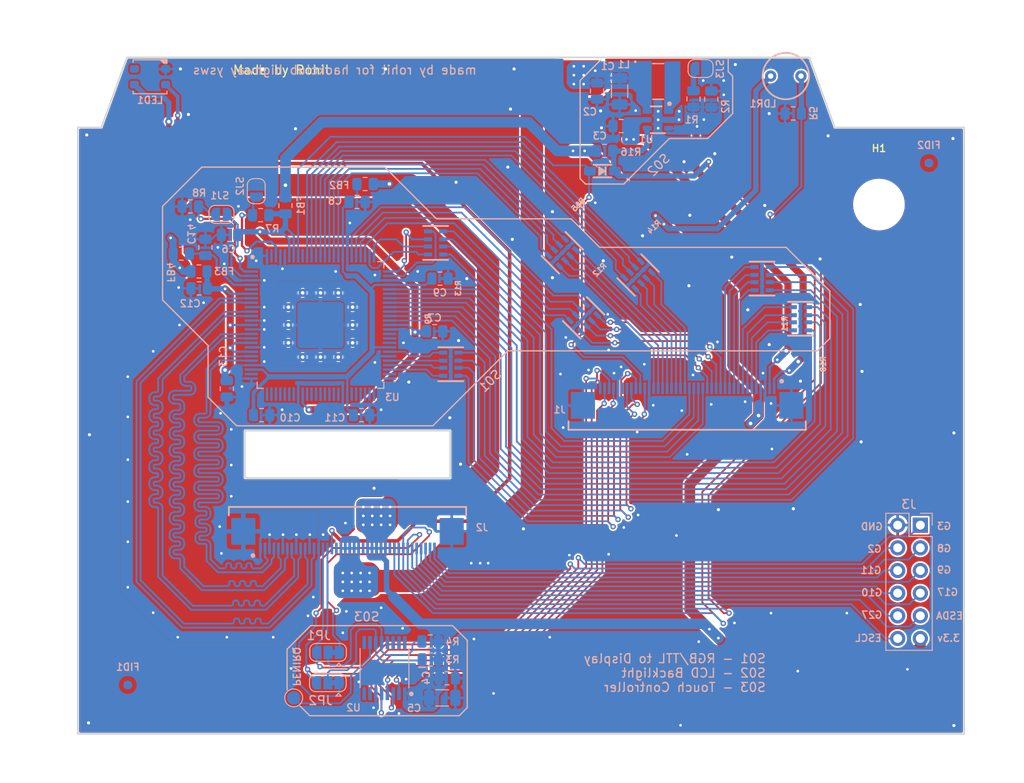
<source format=kicad_pcb>
(kicad_pcb (version 20241229) (generator "pcbnew") (generator_version "9.0")
  (layers (0 "F.Cu" signal) (2 "B.Cu" signal) (13 "F.Paste" user) (15 "B.Paste" user) (5 "F.SilkS" user "F.Silkscreen") (7 "B.SilkS" user "B.Silkscreen") (1 "F.Mask" user) (3 "B.Mask" user) (25 "Edge.Cuts" user))
  (net 0 "")
  (net 1 "GND")
  (net 2 "+BATT")
  (net 3 "/VLED+")
  (net 4 "VDDIO")
  (net 5 "AVDD")
  (net 6 "/X+")
  (net 7 "/Y+")
  (net 8 "/X-")
  (net 9 "/Y-")
  (net 10 "/ACTIVE")
  (net 11 "/PIXCLK")
  (net 12 "/HSYNC")
  (net 13 "/VSYNC")
  (net 14 "/DISPEN")
  (net 15 "/R0")
  (net 16 "/R1")
  (net 17 "/R2")
  (net 18 "/R3")
  (net 19 "/R4")
  (net 20 "/R5")
  (net 21 "/R6")
  (net 22 "/R7")
  (net 23 "/G3")
  (net 24 "/G2")
  (net 25 "/G1")
  (net 26 "/G0")
  (net 27 "/G4")
  (net 28 "/G5")
  (net 29 "/G6")
  (net 30 "/G7")
  (net 31 "/B3")
  (net 32 "/B2")
  (net 33 "/B1")
  (net 34 "/B0")
  (net 35 "/B7")
  (net 36 "/B6")
  (net 37 "/B5")
  (net 38 "/B4")
  (net 39 "/CTL1")
  (net 40 "/CTL2")
  (net 41 "/CTL3")
  (net 42 "/PWRDN")
  (net 43 "/PWRDN_O")
  (net 45 "/GPIO2")
  (net 46 "/GPIO3")
  (net 47 "/HDMI0_CK_N")
  (net 48 "/HDMI0_CK_P")
  (net 49 "/HDMI0_D0_N")
  (net 50 "/HDMI0_D0_P")
  (net 51 "/HDMI0_D1_N")
  (net 52 "/NEOPIXEL")
  (net 53 "/VLED-")
  (net 54 "/SW")
  (net 55 "Net-(R1-Pad2)")
  (net 56 "Net-(U3A-OVDD@1)")
  (net 57 "Net-(U3A-PVDD)")
  (net 58 "+3.3VA")
  (net 60 "/GPIO11")
  (net 61 "/GPIO9")
  (net 62 "/GPIO17")
  (net 63 "Net-(J1-Pin_5)")
  (net 64 "Net-(J1-Pin_6)")
  (net 65 "Net-(J1-Pin_7)")
  (net 66 "Net-(J1-Pin_8)")
  (net 67 "Net-(J1-Pin_9)")
  (net 68 "Net-(J1-Pin_10)")
  (net 69 "Net-(J1-Pin_11)")
  (net 70 "Net-(J1-Pin_12)")
  (net 71 "Net-(J1-Pin_13)")
  (net 72 "Net-(J1-Pin_14)")
  (net 73 "Net-(J1-Pin_15)")
  (net 74 "Net-(J1-Pin_16)")
  (net 75 "Net-(J1-Pin_17)")
  (net 76 "Net-(J1-Pin_18)")
  (net 77 "Net-(J1-Pin_19)")
  (net 78 "Net-(J1-Pin_20)")
  (net 79 "Net-(J1-Pin_21)")
  (net 80 "Net-(J1-Pin_22)")
  (net 81 "Net-(J1-Pin_23)")
  (net 82 "Net-(J1-Pin_24)")
  (net 83 "Net-(J1-Pin_25)")
  (net 84 "Net-(J1-Pin_26)")
  (net 85 "Net-(J1-Pin_27)")
  (net 86 "Net-(J1-Pin_28)")
  (net 91 "Net-(U3A-ST)")
  (net 92 "Net-(U3A-OCK_INV)")
  (net 93 "Net-(U3A-HSYNC)")
  (net 94 "Net-(R9B-1)")
  (net 95 "Net-(R9C-1)")
  (net 96 "Net-(R9D-1)")
  (net 122 "/HDMI0_D1_P")
  (net 123 "/HDMI0_D2_N")
  (net 124 "/HDMI0_D2_P")
  (net 125 "/GPIO10")
  (net 126 "/GPIO27")
  (net 127 "/GPIO8")
  (net 133 "Net-(P1-P)")
  (net 135 "SDA-ESP")
  (net 136 "LDR")
  (net 137 "SCL-ESP")
  (net 138 "BRIGTNESS_LCD")
  (net 139 "/TSC_SDA")
  (net 140 "/TSC_SCL")
  (footprint "MountingHole:MountingHole_5.3mm_M5" (layer "F.Cu") (at 196.5 74.5)
    (property "Reference" "H1")
    (property "Value" "MountingHole_Pad")
  )
  (footprint "mutantCybernetics:Capacitor-0805" (layer "B.Cu") (at 138.5 98.1)
    (property "Reference" "C11")
    (property "Value" "0.1uF")
  )
  (footprint "mutantCybernetics:Capacitor-0805" (layer "B.Cu") (at 138 74.2)
    (property "Reference" "C8")
    (property "Value" "0.1uF")
  )
  (footprint "mutantCybernetics:Capacitor-0805" (layer "B.Cu") (at 146.7 88.7)
    (property "Reference" "C7")
    (property "Value" "0.1uF")
  )
  (footprint "mutantCybernetics:Resistor-4x0603" (layer "B.Cu") (at 161 79.9 45)
    (property "Reference" "R15")
    (property "Value" "33R")
  )
  (footprint "mutantCybernetics:Resistor-4x0603" (layer "B.Cu") (at 146.8 78.8 -90)
    (property "Reference" "R13")
    (property "Value" "33R")
  )
  (footprint "mutantCybernetics:Resistor-4x0603" (layer "B.Cu") (at 169.5 82.4 45)
    (property "Reference" "R14")
    (property "Value" "33R")
  )
  (footprint "mutantCybernetics:Resistor-4x0603" (layer "B.Cu") (at 183.4 82.8 -90)
    (property "Reference" "R11")
    (property "Value" "33R")
  )
  (footprint "mutantCybernetics:SolderJumper-Open" (layer "B.Cu") (at 122.8 75.6 180)
    (property "Reference" "SJ1")
    (property "Value" "Solder_jumper-Open" (hide yes))
  )
  (footprint "mutantCybernetics:SOT-23-6" (layer "B.Cu") (at 171.72 65 180)
    (property "Reference" "U1")
    (property "Value" "AP3019AKTR-G1-(SOT23-6)")
  )
  (footprint "mutantCybernetics:Resistor-4x0603" (layer "B.Cu") (at 148.5 92.4 90)
    (property "Reference" "R9")
    (property "Value" "33R")
  )
  (footprint "Jumper:SolderJumper-3_P1.3mm_Bridged12_RoundedPad1.0x1.5mm" (layer "B.Cu") (at 134.75 124.7 180)
    (property "Reference" "JP1")
    (property "Value" "SJ2")
  )
  (footprint "mutantCybernetics:Capacitor-0805" (layer "B.Cu") (at 148.1 127.6)
    (property "Reference" "C4")
    (property "Value" "0.1uF")
  )
  (footprint "mutantCybernetics:Ferrite-0805" (layer "B.Cu") (at 120.281058 82 180)
    (property "Reference" "FB3")
    (property "Value" "0R")
  )
  (footprint "mutantCybernetics:LED-3535(WS2812B)" (layer "B.Cu") (at 114.79 60.18 180)
    (property "Reference" "LED1")
    (property "Value" "WS2812B3535")
  )
  (footprint "Fiducial:Fiducial_1mm_Mask2mm" (layer "B.Cu") (at 112.3 128.35 180)
    (property "Reference" "FID1")
    (property "Value" "Fiducial")
  )
  (footprint "mutantCybernetics:Capacitor-0805" (layer "B.Cu") (at 120.3 83.9 180)
    (property "Reference" "C12")
    (property "Value" "0.1uF")
  )
  (footprint "mutantCybernetics:Resistor-0805" (layer "B.Cu") (at 127.2 75.7 180)
    (property "Reference" "R7")
    (property "Value" "10K")
  )
  (footprint "mutantCybernetics:Resistor-4x0603" (layer "B.Cu") (at 187.7 87.3 -90)
    (property "Reference" "R10")
    (property "Value" "33R")
  )
  (footprint "mutantCybernetics:SolderJumper-Open" (layer "B.Cu") (at 126.7 73 -90)
    (property "Reference" "SJ2")
    (property "Value" "Solder_jumper-Open" (hide yes))
  )
  (footprint "mutantCybernetics:Capacitor-0805" (layer "B.Cu") (at 123.4 95.15 -90)
    (property "Reference" "C13")
    (property "Value" "0.1uF")
  )
  (footprint "mutantCybernetics:Ferrite-0805" (layer "B.Cu") (at 129.972863 74.621474 90)
    (property "Reference" "FB1")
    (property "Value" "0R")
  )
  (footprint "mutantCybernetics:Capacitor-0805" (layer "B.Cu") (at 167.6 65.7)
    (property "Reference" "C3")
    (property "Value" "1uF")
  )
  (footprint "mutantCybernetics:Inductor-4.0x4.0_H3" (layer "B.Cu") (at 171.75 60.7)
    (property "Reference" "L1")
    (property "Value" "22uH")
  )
  (footprint "mutantCybernetics:Resistor-4x0603" (layer "B.Cu") (at 163.4 87.2 45)
    (property "Reference" "R12")
    (property "Value" "33R")
  )
  (footprint "mutantCybernetics:Diode-SOD-323" (layer "B.Cu") (at 165.5 70.75 180)
    (property "Reference" "D1")
    (property "Value" "2N4148")
  )
  (footprint "mutantCybernetics:Ferrite-0805" (layer "B.Cu") (at 138.9 72.2)
    (property "Reference" "FB2")
    (property "Value" "0R")
  )
  (footprint "mutantCybernetics:Capacitor-0805" (layer "B.Cu") (at 123.7 77.9 180)
    (property "Reference" "C6")
    (property "Value" "0.1uF")
  )
  (footprint "Connector_PinHeader_2.54mm:PinHeader_2x06_P2.54mm_Vertical" (layer "B.Cu") (at 201.14 110.44 180)
    (property "Reference" "J3")
    (property "Value" "Conn_02x06_Odd_Even")
  )
  (footprint "mutantCybernetics:Capacitor-0805" (layer "B.Cu") (at 147.3 82.8)
    (property "Reference" "C9")
    (property "Value" "0.1uF")
  )
  (footprint "Jumper:SolderJumper-3_P1.3mm_Bridged12_RoundedPad1.0x1.5mm" (layer "B.Cu") (at 134.725 128.1 180)
    (property "Reference" "JP2")
    (property "Value" "SJ1")
  )
  (footprint "mutantCybernetics:TestPoint-Pad_D1.5mm" (layer "B.Cu") (at 130.9 129.8 180)
    (property "Reference" "P1" (hide yes))
    (property "Value" "Solder_pad")
  )
  (footprint "mutantCybernetics:QFP-100" (layer "B.Cu") (at 133.9 88)
    (property "Reference" "U3")
    (property "Value" "TFP401-(QFP-100)")
  )
  (footprint "mutantCybernetics:FPC-40-0.5mm-horizontal" (layer "B.Cu") (at 136.93 110.645)
    (property "Reference" "J2")
    (property "Value" "FPC-40")
  )
  (footprint "mutantCybernetics:Capacitor-1206" (layer "B.Cu") (at 167.43 61.8 90)
    (property "Reference" "C1")
    (property "Value" "10uF")
  )
  (footprint "mutantCybernetics:Capacitor-0805" (layer "B.Cu") (at 127.3 98.1)
    (property "Reference" "C10")
    (property "Value" "0.1uF")
  )
  (footprint "mutantCybernetics:Resistor-0805" (layer "B.Cu") (at 146.2 123.49 180)
    (property "Reference" "R4")
    (property "Value" "100K")
  )
  (footprint "mutantCybernetics:Capacitor-0805" (layer "B.Cu") (at 164.9 61.78 90)
    (property "Reference" "C2")
    (property "Value" "1uF")
  )
  (footprint "mutantCybernetics:Resistor-0805" (layer "B.Cu") (at 165.75 68.5 180)
    (property "Reference" "R16")
    (property "Value" "100K")
  )
  (footprint "mutantCybernetics:Ferrite-0805" (layer "B.Cu") (at 118.3 80 180)
    (property "Reference" "FB4")
    (property "Value" "0R")
  )
  (footprint "mutantCybernetics:Capacitor-0805" (layer "B.Cu") (at 121 79.3 90)
    (property "Reference" "C14")
    (property "Value" "0.1uF")
  )
  (footprint "mutantCybernetics:FPC-40-0.5mm-horizontal" (layer "B.Cu") (at 175 97.5 180)
    (property "Reference" "J1")
    (property "Value" "FPC-40")
  )
  (footprint "mutantCybernetics:TSSOP-16" (layer "B.Cu") (at 141.073893 126.45 90)
    (property "Reference" "U2")
    (property "Value" "TSC2007")
  )
  (footprint "mutantCybernetics:Resistor-0805" (layer "B.Cu") (at 119.3 74.7)
    (property "Reference" "R8")
    (property "Value" "10K")
  )
  (footprint "mutantCybernetics:Resistor-0805" (layer "B.Cu") (at 186.9 64.3 180)
    (property "Reference" "R5")
    (property "Value" "1K")
  )
  (footprint "mutantCybernetics:Resistor-0805" (layer "B.Cu") (at 177.7 62.7 90)
    (property "Reference" "R2")
    (property "Value" "10R")
  )
  (footprint "mutantCybernetics:SolderJumper-Open" (layer "B.Cu") (at 176.51 59.25 180)
    (property "Reference" "SJ3")
    (property "Value" "Solder_jumper-Open" (hide yes))
  )
  (footprint "mutantCybernetics:Resistor-0805" (layer "B.Cu") (at 175.7 62.67 90)
    (property "Reference" "R1")
    (property "Value" "15R")
  )
  (footprint "mutantCybernetics:LDR-5506-D5mm" (layer "B.Cu") (at 186.06 60.098 180)
    (property "Reference" "LDR1")
    (property "Value" "LDR")
  )
  (footprint "Fiducial:Fiducial_1mm_Mask2mm" (layer "B.Cu") (at 202.1 69.85 180)
    (property "Reference" "FID2")
    (property "Value" "Fiducial")
  )
  (footprint "mutantCybernetics:Resistor-0805" (layer "B.Cu") (at 146.2225 125.5 180)
    (property "Reference" "R3")
    (property "Value" "100K")
  )
  (footprint "mutantCybernetics:Capacitor-1206" (layer "B.Cu") (at 147.55 129.8)
    (property "Reference" "C5")
    (property "Value" "10uF")
  )
  (gr_line (start 163 60.6) (end 165.3 58.3) (stroke (width 0.15)) (layer "B.SilkS"))
  (gr_line (start 121.3 90.3) (end 121.3 96.1) (stroke (width 0.15)) (layer "B.SilkS"))
  (gr_line (start 154.9 90.9) (end 189.6 90.9) (stroke (width 0.15)) (layer "B.SilkS"))
  (gr_line (start 124.5 99.3) (end 146.5 99.3) (stroke (width 0.15)) (layer "B.SilkS"))
  (gr_line (start 180.1 64.3) (end 177.3 67.1) (stroke (width 0.15)) (layer "B.SilkS"))
  (gr_line (start 163.6 72.2) (end 163 71.6) (stroke (width 0.15)) (layer "B.SilkS"))
  (gr_line (start 179.6 59.6) (end 180.1 60.1) (stroke (width 0.15)) (layer "B.SilkS"))
  (gr_line (start 179.6 58.1) (end 179.6 59.6) (stroke (width 0.15)) (layer "B.SilkS"))
  (gr_line (start 132.8 121.7) (end 130.15437 124.34563) (stroke (width 0.15)) (layer "B.SilkS"))
  (gr_line (start 165.2 79.3) (end 161.999967 76.099967) (stroke (width 0.15)) (layer "B.SilkS"))
  (gr_line (start 149.45 131.8) (end 150.35 130.9) (stroke (width 0.15)) (layer "B.SilkS"))
  (gr_line (start 146.899104 76.099104) (end 141.1 70.3) (stroke (width 0.15)) (layer "B.SilkS"))
  (gr_line (start 148.7 121.7) (end 150.349643 123.349643) (stroke (width 0.15)) (layer "B.SilkS"))
  (gr_line (start 121.3 96.1) (end 124.500121 99.300121) (stroke (width 0.15)) (layer "B.SilkS"))
  (gr_line (start 173 67.1) (end 167.9 72.2) (stroke (width 0.15)) (layer "B.SilkS"))
  (gr_line (start 163 71.6) (end 163 60.6) (stroke (width 0.15)) (layer "B.SilkS"))
  (gr_line (start 162 76.1) (end 146.9 76.1) (stroke (width 0.15)) (layer "B.SilkS"))
  (gr_line (start 189.6 90.9) (end 191 89.5) (stroke (width 0.15)) (layer "B.SilkS"))
  (gr_line (start 150.35 130.9) (end 150.35 123.35) (stroke (width 0.15)) (layer "B.SilkS"))
  (gr_line (start 149.45 131.8) (end 132.7 131.8) (stroke (width 0.15)) (layer "B.SilkS"))
  (gr_line (start 116.2 74.7) (end 116.2 85.2) (stroke (width 0.15)) (layer "B.SilkS"))
  (gr_line (start 177.3 67.1) (end 173 67.1) (stroke (width 0.15)) (layer "B.SilkS"))
  (gr_line (start 180.1 60.1) (end 180.1 64.3) (stroke (width 0.15)) (layer "B.SilkS"))
  (gr_line (start 186.1 79.3) (end 165.2 79.3) (stroke (width 0.15)) (layer "B.SilkS"))
  (gr_line (start 116.2 85.2) (end 121.3 90.3) (stroke (width 0.15)) (layer "B.SilkS"))
  (gr_line (start 191 84.2) (end 186.1 79.3) (stroke (width 0.15)) (layer "B.SilkS"))
  (gr_line (start 146.500062 99.299938) (end 154.899938 90.900062) (stroke (width 0.15)) (layer "B.SilkS"))
  (gr_line (start 120.6 70.3) (end 116.2 74.7) (stroke (width 0.15)) (layer "B.SilkS"))
  (gr_line (start 132.8 121.7) (end 148.7 121.7) (stroke (width 0.15)) (layer "B.SilkS"))
  (gr_line (start 167.9 72.2) (end 163.6 72.2) (stroke (width 0.15)) (layer "B.SilkS"))
  (gr_line (start 130.15437 124.34563) (end 130.15437 128.9) (stroke (width 0.15)) (layer "B.SilkS"))
  (gr_line (start 132.7 131.8) (end 131.6 130.7) (stroke (width 0.15)) (layer "B.SilkS"))
  (gr_line (start 191 89.5) (end 191 84.2) (stroke (width 0.15)) (layer "B.SilkS"))
  (gr_line (start 141.1 70.3) (end 120.6 70.3) (stroke (width 0.15)) (layer "B.SilkS"))
  (gr_circle (center 196.5 74.5) (end 194 74.5) (stroke (width 0.16)) (fill no) (layer "Edge.Cuts"))
  (gr_line (start 106.692834 65.85) (end 109.342834 65.85) (stroke (width 0.16)) (layer "Edge.Cuts"))
  (gr_line (start 125.43 105.15) (end 125.43 99.85) (stroke (width 0.16)) (layer "Edge.Cuts"))
  (gr_line (start 125.43 99.85) (end 148.43 99.85) (stroke (width 0.16)) (layer "Edge.Cuts"))
  (gr_line (start 206.057166 65.85) (end 206.057166 133.85) (stroke (width 0.16)) (layer "Edge.Cuts"))
  (gr_line (start 148.43 105.15) (end 125.43 105.15) (stroke (width 0.16)) (layer "Edge.Cuts"))
  (gr_line (start 191.557166 65.85) (end 206.057166 65.85) (stroke (width 0.16)) (layer "Edge.Cuts"))
  (gr_line (start 206.057166 133.85) (end 106.692834 133.85) (stroke (width 0.16)) (layer "Edge.Cuts"))
  (gr_line (start 106.692834 133.85) (end 106.692834 65.85) (stroke (width 0.16)) (layer "Edge.Cuts"))
  (gr_line (start 109.342834 65.85) (end 112.2 58) (stroke (width 0.16)) (layer "Edge.Cuts"))
  (gr_line (start 112.2 58) (end 188.7 58) (stroke (width 0.16)) (layer "Edge.Cuts"))
  (gr_line (start 148.43 99.85) (end 148.43 105.15) (stroke (width 0.16)) (layer "Edge.Cuts"))
  (gr_line (start 188.7 58) (end 191.557166 65.85) (stroke (width 0.16)) (layer "Edge.Cuts"))
  (gr_text "Made by Rohit" (at 124 60 0) (layer "F.SilkS") (effects (font (size 1 1)) (justify left bottom)))
  (gr_text "G27" (at 195.7 120.5 0) (layer "B.SilkS") (effects (font (size 0.8 0.8)) (justify mirror)))
  (gr_text "ESDA" (at 204.4 120.6 0) (layer "B.SilkS") (effects (font (size 0.8 0.8)) (justify mirror)))
  (gr_text "G3" (at 203.8 110.55 0) (layer "B.SilkS") (effects (font (size 0.8 0.8)) (justify mirror)))
  (gr_text "G10" (at 195.7 118 0) (layer "B.SilkS") (effects (font (size 0.8 0.8)) (justify mirror)))
  (gr_text "GND" (at 195.7 110.6 0) (layer "B.SilkS") (effects (font (size 0.8 0.8)) (justify mirror)))
  (gr_text "G9" (at 203.8 115.45 0) (layer "B.SilkS") (effects (font (size 0.8 0.8)) (justify mirror)))
  (gr_text "G11" (at 195.6 115.5 0) (layer "B.SilkS") (effects (font (size 0.8 0.8)) (justify mirror)))
  (gr_text "ESCL" (at 195.3 123.1 0) (layer "B.SilkS") (effects (font (size 0.8 0.8)) (justify mirror)))
  (gr_text "S01 - RGB/TTL to Display\nS02 - LCD Backlight\nS03 - Touch Controller" (at 183.9 129.2 0) (layer "B.SilkS") (effects (font (size 1 1)) (justify left bottom mirror)))
  (gr_text "G17" (at 204.2 117.95 0) (layer "B.SilkS") (effects (font (size 0.8 0.8)) (justify mirror)))
  (gr_text "PENIRQ" (at 131.2 126.3 -90) (layer "B.SilkS") (effects (font (size 0.8 0.8)) (justify mirror)))
  (gr_text "G2" (at 196 113.1 0) (layer "B.SilkS") (effects (font (size 0.8 0.8)) (justify mirror)))
  (gr_text "S03" (at 140.6 121.3 0) (layer "B.SilkS") (effects (font (size 1 1)) (justify left bottom mirror)))
  (gr_text "made by rohit for hackclub highway ysws" (at 151.5 60 0) (layer "B.SilkS") (effects (font (size 1 1)) (justify left bottom mirror)))
  (gr_text "3.3v" (at 204.3 123.1 0) (layer "B.SilkS") (effects (font (size 0.8 0.8)) (justify mirror)))
  (gr_text "G8" (at 203.8 113.05 0) (layer "B.SilkS") (effects (font (size 0.8 0.8)) (justify mirror)))
  (gr_text "S02" (at 173.3 69.4 45) (layer "B.SilkS") (effects (font (size 1 1)) (justify left bottom mirror)))
  (gr_text "S01" (at 154.4 93.6 45) (layer "B.SilkS") (effects (font (size 1 1)) (justify left bottom mirror)))
  (via (at 183.5 93.4) (size 0.6) (drill 0.3) (layers "F.Cu" "B.Cu") (net 1))
  (via (at 165.3 64) (size 0.75) (drill 0.35) (layers "F.Cu" "B.Cu") (net 1))
  (via (at 163.95 93.05) (size 0.6) (drill 0.3) (layers "F.Cu" "B.Cu") (net 1))
  (via (at 159.9 75.3) (size 0.75) (drill 0.35) (layers "F.Cu" "B.Cu") (net 1))
  (via (at 139.9 106.3) (size 0.75) (drill 0.35) (layers "F.Cu" "B.Cu") (net 1))
  (via (at 171.2 97) (size 0.6) (drill 0.3) (layers "F.Cu" "B.Cu") (net 1))
  (via (at 118.2 59.3) (size 0.75) (drill 0.35) (layers "F.Cu" "B.Cu") (net 1))
  (via (at 161.1 99.5) (size 0.6) (drill 0.3) (layers "F.Cu" "B.Cu") (net 1))
  (via (at 160.8 93.5) (size 0.6) (drill 0.3) (layers "F.Cu" "B.Cu") (net 1))
  (via (at 112.3 112.3) (size 0.6) (drill 0.3) (layers "F.Cu" "B.Cu") (net 1))
  (via (at 122.4 79.3) (size 0.6) (drill 0.3) (layers "F.Cu" "B.Cu") (net 1))
  (via (at 170.2 92.4) (size 0.6) (drill 0.3) (layers "F.Cu" "B.Cu") (net 1))
  (via (at 112.3 98.3) (size 0.6) (drill 0.3) (layers "F.Cu" "B.Cu") (net 1))
  (via (at 140 92.2) (size 0.6) (drill 0.3) (layers "F.Cu" "B.Cu") (net 1))
  (via (at 181.5 96.6) (size 0.6) (drill 0.3) (layers "F.Cu" "B.Cu") (net 1))
  (via (at 123.116556 81.14807) (size 0.6) (drill 0.3) (layers "F.Cu" "B.Cu") (net 1))
  (via (at 178.1 68.8) (size 0.75) (drill 0.35) (layers "F.Cu" "B.Cu") (net 1))
  (via (at 118.1 88) (size 0.6) (drill 0.3) (layers "F.Cu" "B.Cu") (net 1))
  (via (at 127.6 86) (size 0.6) (drill 0.3) (layers "F.Cu" "B.Cu") (net 1))
  (via (at 175.3 75.7) (size 0.75) (drill 0.35) (layers "F.Cu" "B.Cu") (net 1))
  (via (at 120.8 85.5) (size 0.6) (drill 0.3) (layers "F.Cu" "B.Cu") (net 1))
  (via (at 136.8 120.1) (size 0.6) (drill 0.3) (layers "F.Cu" "B.Cu") (net 1))
  (via (at 138.2 128) (size 0.6) (drill 0.3) (layers "F.Cu" "B.Cu") (net 1))
  (via (at 133.1 118.5) (size 0.6) (drill 0.3) (layers "F.Cu" "B.Cu") (net 1))
  (via (at 169.5 109.3) (size 0.6) (drill 0.3) (layers "F.Cu" "B.Cu") (net 1))
  (via (at 204.9 100.1) (size 0.75) (drill 0.35) (layers "F.Cu" "B.Cu") (net 1))
  (via (at 117.9 123) (size 0.6) (drill 0.3) (layers "F.Cu" "B.Cu") (net 1))
  (via (at 127.6 92.1) (size 0.6) (drill 0.3) (layers "F.Cu" "B.Cu") (net 1))
  (via (at 131.1 66) (size 0.75) (drill 0.35) (layers "F.Cu" "B.Cu") (net 1))
  (via (at 170 78) (size 0.75) (drill 0.35) (layers "F.Cu" "B.Cu") (net 1))
  (via (at 204.8 67.1) (size 0.75) (drill 0.35) (layers "F.Cu" "B.Cu") (net 1))
  (via (at 137.187981 76.566018) (size 0.6) (drill 0.3) (layers "F.Cu" "B.Cu") (net 1))
  (via (at 192.9 120.3) (size 0.6) (drill 0.3) (layers "F.Cu" "B.Cu") (net 1))
  (via (at 143.1 122) (size 0.6) (drill 0.3) (layers "F.Cu" "B.Cu") (net 1))
  (via (at 204.9 132.9) (size 0.75) (drill 0.35) (layers "F.Cu" "B.Cu") (net 1))
  (via (at 127.6 83.000689) (size 0.6) (drill 0.3) (layers "F.Cu" "B.Cu") (net 1))
  (via (at 165.4 65.9) (size 0.75) (drill 0.35) (layers "F.Cu" "B.Cu") (net 1))
  (via (at 180.4 58.8) (size 0.75) (drill 0.35) (layers "F.Cu" "B.Cu") (net 1))
  (via (at 152.7 114.7) (size 0.6) (drill 0.3) (layers "F.Cu" "B.Cu") (net 1))
  (via (at 184.4 120.3) (size 0.6) (drill 0.3) (layers "F.Cu" "B.Cu") (net 1))
  (via (at 150.3 82.8) (size 0.75) (drill 0.35) (layers "F.Cu" "B.Cu") (net 1))
  (via (at 161.4 89.4) (size 0.6) (drill 0.3) (layers "F.Cu" "B.Cu") (net 1))
  (via (at 154.9 70.3) (size 0.75) (drill 0.35) (layers "F.Cu" "B.Cu") (net 1))
  (via (at 127.6 87.5) (size 0.6) (drill 0.3) (layers "F.Cu" "B.Cu") (net 1))
  (via (at 161.8 113.8) (size 0.6) (drill 0.3) (layers "F.Cu" "B.Cu") (net 1))
  (via (at 184.4 96.8) (size 0.6) (drill 0.3) (layers "F.Cu" "B.Cu") (net 1))
  (via (at 122.8 113.6) (size 0.6) (drill 0.3) (layers "F.Cu" "B.Cu") (net 1))
  (via (at 166.2 113.7) (size 0.6) (drill 0.3) (layers "F.Cu" "B.Cu") (net 1))
  (via (at 173.8 111.6) (size 0.6) (drill 0.3) (layers "F.Cu" "B.Cu") (net 1))
  (via (at 132.7 111.5) (size 0.6) (drill 0.3) (layers "F.Cu" "B.Cu") (net 1))
  (via (at 143.8 94.4) (size 0.75) (drill 0.35) (layers "F.Cu" "B.Cu") (net 1))
  (via (at 179.1 62.2) (size 0.6) (drill 0.3) (layers "F.Cu" "B.Cu") (net 1))
  (via (at 136.4 122.5) (size 0.6) (drill 0.3) (layers "F.Cu" "B.Cu") (net 1))
  (via (at 155.4 78.4) (size 0.75) (drill 0.35) (layers "F.Cu" "B.Cu") (net 1))
  (via (at 119.3 76.2) (size 0.6) (drill 0.3) (layers "F.Cu" "B.Cu") (net 1))
  (via (at 181.8 86.3) (size 0.75) (drill 0.35) (layers "F.Cu" "B.Cu") (net 1))
  (via (at 149.1 72) (size 0.75) (drill 0.35) (layers "F.Cu" "B.Cu") (net 1))
  (via (at 199.7 126.6) (size 0.6) (drill 0.3) (layers "F.Cu" "B.Cu") (net 1))
  (via (at 140 82.4) (size 0.6) (drill 0.3) (layers "F.Cu" "B.Cu") (net 1))
  (via (at 171.75 65.95) (size 0.6) (drill 0.3) (layers "F.Cu" "B.Cu") (net 1))
  (via (at 186.9 108.6) (size 0.75) (drill 0.35) (layers "F.Cu" "B.Cu") (net 1))
  (via (at 124.7 74.7) (size 0.6) (drill 0.3) (layers "F.Cu" "B.Cu") (net 1))
  (via (at 184.2 64.3) (size 0.75) (drill 0.35) (layers "F.Cu" "B.Cu") (net 1))
  (via (at 178.5 108.7) (size 0.75) (drill 0.35) (layers "F.Cu" "B.Cu") (net 1))
  (via (at 184.2 90.2) (size 0.75) (drill 0.35) (layers "F.Cu" "B.Cu") (net 1))
  (via (at 174.11 64.05) (size 0.6) (drill 0.3) (layers "F.Cu" "B.Cu") (net 1))
  (via (at 177.7 96.9) (size 0.6) (drill 0.3) (layers "F.Cu" "B.Cu") (net 1))
  (via (at 136.7 110.2) (size 0.6) (drill 0.3) (layers "F.Cu" "B.Cu") (net 1))
  (via (at 127.4 59.3) (size 0.75) (drill 0.35) (layers "F.Cu" "B.Cu") (net 1))
  (via (at 148.4 98.4) (size 0.75) (drill 0.35) (layers "F.Cu" "B.Cu") (net 1))
  (via (at 131.2 111.5) (size 0.6) (drill 0.3) (layers "F.Cu" "B.Cu") (net 1))
  (via (at 155.6 59.3) (size 0.75) (drill 0.35) (layers "F.Cu" "B.Cu") (net 1))
  (via (at 135.6 82) (size 0.6) (drill 0.3) (layers "F.Cu" "B.Cu") (net 1))
  (via (at 149.6 103.6) (size 0.75) (drill 0.35) (layers "F.Cu" "B.Cu") (net 1))
  (via (at 119.1 64.4) (size 0.75) (drill 0.35) (layers "F.Cu" "B.Cu") (net 1))
  (via (at 129.7 111.5) (size 0.6) (drill 0.3) (layers "F.Cu" "B.Cu") (net 1))
  (via (at 180.3 121.4) (size 0.6) (drill 0.3) (layers "F.Cu" "B.Cu") (net 1))
  (via (at 174.26 132.87) (size 0.6) (drill 0.3) (layers "F.Cu" "B.Cu") (net 1))
  (via (at 159.9 82.7) (size 0.75) (drill 0.35) (layers "F.Cu" "B.Cu") (net 1))
  (via (at 155.2 63.8) (size 0.75) (drill 0.35) (layers "F.Cu" "B.Cu") (net 1))
  (via (at 171.75 65) (size 0.6) (drill 0.3) (layers "F.Cu" "B.Cu") (net 1))
  (via (at 129.6 97.5) (size 0.6) (drill 0.3) (layers "F.Cu" "B.Cu") (net 1))
  (via (at 164.7 74.3) (size 0.6) (drill 0.3) (layers "F.Cu" "B.Cu") (net 1))
  (via (at 187.4 126.8) (size 0.6) (drill 0.3) (layers "F.Cu" "B.Cu") (net 1))
  (via (at 143.5 127.7) (size 0.6) (drill 0.3) (layers "F.Cu" "B.Cu") (net 1))
  (via (at 127.6 90.5) (size 0.6) (drill 0.3) (layers "F.Cu" "B.Cu") (net 1))
  (via (at 166.8 93.4) (size 0.6) (drill 0.3) (layers "F.Cu" "B.Cu") (net 1))
  (via (at 166.1 86.8) (size 0.6) (drill 0.3) (layers "F.Cu" "B.Cu") (net 1))
  (via (at 176.8 60.6) (size 0.6) (drill 0.3) (layers "F.Cu" "B.Cu") (net 1))
  (via (at 123.9 99.7) (size 0.6) (drill 0.3) (layers "F.Cu" "B.Cu") (net 1))
  (via (at 143.2 90) (size 0.6) (drill 0.3) (layers "F.Cu" "B.Cu") (net 1))
  (via (at 126.7 80.8) (size 0.6) (drill 0.3) (layers "F.Cu" "B.Cu") (net 1))
  (via (at 175 102.5) (size 0.6) (drill 0.3) (layers "F.Cu" "B.Cu") (net 1))
  (via (at 190.8 66.8) (size 0.75) (drill 0.35) (layers "F.Cu" "B.Cu") (net 1))
  (via (at 130.6 126.5) (size 0.6) (drill 0.3) (layers "F.Cu" "B.Cu") (net 1))
  (via (at 112.3 103.1) (size 0.6) (drill 0.3) (layers "F.Cu" "B.Cu") (net 1))
  (via (at 179.1 60.6) (size 0.6) (drill 0.3) (layers "F.Cu" "B.Cu") (net 1))
  (via (at 132.5 120.6) (size 0.6) (drill 0.3) (layers "F.Cu" "B.Cu") (net 1))
  (via (at 174.09 64.99) (size 0.6) (drill 0.3) (layers "F.Cu" "B.Cu") (net 1))
  (via (at 167.9 110.7) (size 0.6) (drill 0.3) (layers "F.Cu" "B.Cu") (net 1))
  (via (at 144.8 82) (size 0.6) (drill 0.3) (layers "F.Cu" "B.Cu") (net 1))
  (via (at 107.7 66.7) (size 0.75) (drill 0.35) (layers "F.Cu" "B.Cu") (net 1))
  (via (at 166.2 90.8) (size 0.6) (drill 0.3) (layers "F.Cu" "B.Cu") (net 1))
  (via (at 176.3 123.5) (size 0.6) (drill 0.3) (layers "F.Cu" "B.Cu") (net 1))
  (via (at 165.6 80.8) (size 0.75) (drill 0.35) (layers "F.Cu" "B.Cu") (net 1))
  (via (at 175.2 83.6) (size 0.75) (drill 0.35) (layers "F.Cu" "B.Cu") (net 1))
  (via (at 108 100.3) (size 0.75) (drill 0.35) (layers "F.Cu" "B.Cu") (net 1))
  (via (at 178.4 89.9) (size 0.6) (drill 0.3) (layers "F.Cu" "B.Cu") (net 1))
  (via (at 127.6 88.5) (size 0.6) (drill 0.3) (layers "F.Cu" "B.Cu") (net 1))
  (via (at 123.9 103.7) (size 0.6) (drill 0.3) (layers "F.Cu" "B.Cu") (net 1))
  (via (at 149.38 89.75) (size 0.75) (drill 0.35) (layers "F.Cu" "B.Cu") (net 1))
  (via (at 183.7 74.6) (size 0.75) (drill 0.35) (layers "F.Cu" "B.Cu") (net 1))
  (via (at 184.5 101.9) (size 0.6) (drill 0.3) (layers "F.Cu" "B.Cu") (net 1))
  (via (at 194.6 93.2) (size 0.75) (drill 0.35) (layers "F.Cu" "B.Cu") (net 1))
  (via (at 125.1 94.9) (size 0.6) (drill 0.3) (layers "F.Cu" "B.Cu") (net 1))
  (via (at 174.4 97.6) (size 0.6) (drill 0.3) (layers "F.Cu" "B.Cu") (net 1))
  (via (at 153.3 129.3) (size 0.6) (drill 0.3) (layers "F.Cu" "B.Cu") (net 1))
  (via (at 169.23 63.97) (size 0.6) (drill 0.3) (layers "F.Cu" "B.Cu") (net 1))
  (via (at 156.65 110.85) (size 0.75) (drill 0.35) (layers "F.Cu" "B.Cu") (net 1))
  (via (at 134.2 111.5) (size 0.6) (drill 0.3) (layers "F.Cu" "B.Cu") (net 1))
  (via (at 139.85 130.9) (size 0.6) (drill 0.3) (layers "F.Cu" "B.Cu") (net 1))
  (via (at 194.4 85.7) (size 0.75) (drill 0.35) (layers "F.Cu" "B.Cu") (net 1))
  (via (at 128.2 111.5) (size 0.6) (drill 0.3) (layers "F.Cu" "B.Cu") (net 1))
  (via (at 107.9 132.6) (size 0.75) (drill 0.35) (layers "F.Cu" "B.Cu") (net 1))
  (via (at 180 80.4) (size 0.75) (drill 0.35) (layers "F.Cu" "B.Cu") (net 1))
  (via (at 194.5 101.1) (size 0.75) (drill 0.35) (layers "F.Cu" "B.Cu") (net 1))
  (via (at 123.9 107.2) (size 0.6) (drill 0.3) (layers "F.Cu" "B.Cu") (net 1))
  (via (at 174.65 69.7) (size 0.75) (drill 0.35) (layers "F.Cu" "B.Cu") (net 1))
  (via (at 115.15 90.95) (size 0.6) (drill 0.3) (layers "F.Cu" "B.Cu") (net 1))
  (via (at 122.6 110.6) (size 0.6) (drill 0.3) (layers "F.Cu" "B.Cu") (net 1))
  (via (at 151.098893 123.2) (size 0.6) (drill 0.3) (layers "F.Cu" "B.Cu") (net 1))
  (via (at 140.7 97.5) (size 0.6) (drill 0.3) (layers "F.Cu" "B.Cu") (net 1))
  (via (at 115.15 120.25) (size 0.6) (drill 0.3) (layers "F.Cu" "B.Cu") (net 1))
  (via (at 141.2 59.3) (size 0.75) (drill 0.35) (layers "F.Cu" "B.Cu") (net 1))
  (via (at 189.9 80.6) (size 0.75) (drill 0.35) (layers "F.Cu" "B.Cu") (net 1))
  (via (at 128.6 123) (size 0.6) (drill 0.3) (layers "F.Cu" "B.Cu") (net 1))
  (via (at 122.7 97.9) (size 0.6) (drill 0.3) (layers "F.Cu" "B.Cu") (net 1))
  (via (at 151.8 114.7) (size 0.6) (drill 0.3) (layers "F.Cu" "B.Cu") (net 1))
  (via (at 169.4 100) (size 0.6) (drill 0.3) (layers "F.Cu" "B.Cu") (net 1))
  (via (at 159.6 123) (size 0.6) (drill 0.3) (layers "F.Cu" "B.Cu") (net 1))
  (via (at 140.7 119.7) (size 0.6) (drill 0.3) (layers "F.Cu" "B.Cu") (net 1))
  (via (at 112.3 117.4) (size 0.6) (drill 0.3) (layers "F.Cu" "B.Cu") (net 1))
  (via (at 150.8 114.7) (size 0.6) (drill 0.3) (layers "F.Cu" "B.Cu") (net 1))
  (via (at 187.7 94.3) (size 0.75) (drill 0.35) (layers "F.Cu" "B.Cu") (net 1))
  (via (at 123.4 123) (size 0.6) (drill 0.3) (layers "F.Cu" "B.Cu") (net 1))
  (via (at 142.7 131.55) (size 0.6) (drill 0.3) (layers "F.Cu" "B.Cu") (net 1))
  (via (at 171.75 64.05) (size 0.6) (drill 0.3) (layers "F.Cu" "B.Cu") (net 1))
  (via (at 167.6 92.7) (size 0.6) (drill 0.3) (layers "F.Cu" "B.Cu") (net 1))
  (via (at 112.3 107.8) (size 0.6) (drill 0.3) (layers "F.Cu" "B.Cu") (net 1))
  (via (at 129.63608 81.7) (size 0.6) (drill 0.3) (layers "F.Cu" "B.Cu") (net 1))
  (via (at 118 83.8) (size 0.6) (drill 0.3) (layers "F.Cu" "B.Cu") (net 1))
  (via (at 112.3 93.8) (size 0.6) (drill 0.3) (layers "F.Cu" "B.Cu") (net 1))
  (via (at 175.65 93.6) (size 0.6) (drill 0.3) (layers "F.Cu" "B.Cu") (net 1))
  (segment (start 121 78.3875) (end 121.7125 78.3875) (width 0.2) (layer "B.Cu") (net 1))
  (segment (start 112.3 117.4) (end 112.3 112.3) (width 0.2) (layer "B.Cu") (net 1))
  (segment (start 129.4 80.25) (end 129.402735 80.252735) (width 0.25) (layer "B.Cu") (net 1))
  (segment (start 133.1 118.5) (end 128.6 123) (width 0.2) (layer "B.Cu") (net 1))
  (segment (start 129.7 111.5) (end 129.677 111.523) (width 0.2) (layer "B.Cu") (net 1))
  (segment (start 129.677 111.523) (end 129.677 113.045) (width 0.2) (layer "B.Cu") (net 1))
  (segment (start 120.8 85.5) (end 120.6 85.5) (width 0.2) (layer "B.Cu") (net 1))
  (segment (start 132.677 111.523) (end 132.677 113.045) (width 0.2) (layer "B.Cu") (net 1))
  (segment (start 122.2 77.9) (end 122.7875 77.9) (width 0.2) (layer "B.Cu") (net 1))
  (segment (start 131.183 111.517) (end 131.183 113.045) (width 0.2) (layer "B.Cu") (net 1))
  (segment (start 128.2 111.5) (end 128.183 111.517) (width 0.2) (layer "B.Cu") (net 1))
  (segment (start 132.7 111.5) (end 132.677 111.523) (width 0.2) (layer "B.Cu") (net 1))
  (segment (start 126.15 92.5) (end 126.154205 92.504204) (width 0.25) (layer "B.Cu") (net 1))
  (segment (start 117.9 123) (end 112.3 117.4) (width 0.2) (layer "B.Cu") (net 1))
  (segment (start 120.6 85.5) (end 112.3 93.8) (width 0.2) (layer "B.Cu") (net 1))
  (segment (start 112.3 112.3) (end 112.3 93.8) (width 0.2) (layer "B.Cu") (net 1))
  (segment (start 128.6 123) (end 117.9 123) (width 0.2) (layer "B.Cu") (net 1))
  (segment (start 121.7125 78.3875) (end 122.2 77.9) (width 0.2) (layer "B.Cu") (net 1))
  (segment (start 128.183 111.517) (end 128.183 113.045) (width 0.2) (layer "B.Cu") (net 1))
  (segment (start 131.2 111.5) (end 131.183 111.517) (width 0.2) (layer "B.Cu") (net 1))
  (segment (start 160.9 60) (end 157.6 63.3) (width 2.5) (layer "F.Cu") (net 2))
  (segment (start 151.8 112.5) (end 149 112.5) (width 2.5) (layer "F.Cu") (net 2))
  (segment (start 144.8 116.7) (end 137.4 116.7) (width 2.5) (layer "F.Cu") (net 2))
  (segment (start 149 112.5) (end 144.8 116.7) (width 2.5) (layer "F.Cu") (net 2))
  (segment (start 157.6 106.7) (end 151.8 112.5) (width 2.5) (layer "F.Cu") (net 2))
  (segment (start 157.6 63.3) (end 157.6 106.7) (width 2.5) (layer "F.Cu") (net 2))
  (segment (start 162.5 60) (end 160.9 60) (width 2.5) (layer "F.Cu") (net 2))
  (via (at 138.4 117.8) (size 0.6) (drill 0.3) (layers "F.Cu" "B.Cu") (net 2))
  (via (at 136.4 117.8) (size 0.6) (drill 0.3) (layers "F.Cu" "B.Cu") (net 2))
  (via (at 138.4 115.8) (size 0.6) (drill 0.3) (layers "F.Cu" "B.Cu") (net 2))
  (via (at 139.4 116.8) (size 0.6) (drill 0.3) (layers "F.Cu" "B.Cu") (net 2))
  (via (at 137.4 117.8) (size 0.6) (drill 0.3) (layers "F.Cu" "B.Cu") (net 2))
  (via (at 136.4 116.8) (size 0.6) (drill 0.3) (layers "F.Cu" "B.Cu") (net 2))
  (via (at 162.3 61) (size 0.6) (drill 0.3) (layers "F.Cu" "B.Cu") (net 2))
  (via (at 138.4 116.8) (size 0.6) (drill 0.3) (layers "F.Cu" "B.Cu") (net 2))
  (via (at 162.3 59) (size 0.6) (drill 0.3) (layers "F.Cu" "B.Cu") (net 2))
  (via (at 162.3 60) (size 0.6) (drill 0.3) (layers "F.Cu" "B.Cu") (net 2))
  (via (at 139.4 115.8) (size 0.6) (drill 0.3) (layers "F.Cu" "B.Cu") (net 2))
  (via (at 163.4 59) (size 0.6) (drill 0.3) (layers "F.Cu" "B.Cu") (net 2))
  (via (at 139.4 117.8) (size 0.6) (drill 0.3) (layers "F.Cu" "B.Cu") (net 2))
  (via (at 137.4 115.8) (size 0.6) (drill 0.3) (layers "F.Cu" "B.Cu") (net 2))
  (via (at 163.4 60) (size 0.6) (drill 0.3) (layers "F.Cu" "B.Cu") (net 2))
  (via (at 137.4 116.8) (size 0.6) (drill 0.3) (layers "F.Cu" "B.Cu") (net 2))
  (via (at 164.7 59.5) (size 0.6) (drill 0.3) (layers "F.Cu" "B.Cu") (net 2))
  (via (at 163.4 61) (size 0.6) (drill 0.3) (layers "F.Cu" "B.Cu") (net 2))
  (via (at 136.4 115.8) (size 0.6) (drill 0.3) (layers "F.Cu" "B.Cu") (net 2))
  (segment (start 186.3 83.3) (end 170.2 67.2) (width 0.8) (layer "F.Cu") (net 3))
  (segment (start 169 67.2) (end 168.2 67.2) (width 0.8) (layer "F.Cu") (net 3))
  (segment (start 185.1 91.9) (end 186.3 90.7) (width 0.8) (layer "F.Cu") (net 3))
  (segment (start 186.3 90.7) (end 186.3 83.3) (width 0.8) (layer "F.Cu") (net 3))
  (segment (start 170.2 67.2) (end 169 67.2) (width 0.8) (layer "F.Cu") (net 3))
  (via (at 169 67.2) (size 0.6) (drill 0.3) (layers "F.Cu" "B.Cu") (net 3))
  (via (at 168.2 67.2) (size 0.6) (drill 0.3) (layers "F.Cu" "B.Cu") (net 3))
  (via (at 186.1 90.9) (size 0.8) (drill 0.4) (layers "F.Cu" "B.Cu") (net 3))
  (via (at 185.1 91.9) (size 0.6) (drill 0.3) (layers "F.Cu" "B.Cu") (net 3))
  (segment (start 185.1 91.9) (end 184.25 92.75) (width 0.25) (layer "B.Cu") (net 3))
  (segment (start 186.1 90.9) (end 185.1 91.9) (width 0.8) (layer "B.Cu") (net 3))
  (segment (start 184.25 92.75) (end 184.25 95.1) (width 0.25) (layer "B.Cu") (net 3))
  (segment (start 144.5 88.8) (end 144.5 83.8) (width 0.8) (layer "F.Cu") (net 4))
  (segment (start 144.5 83.8) (end 139.3 78.6) (width 0.8) (layer "F.Cu") (net 4))
  (segment (start 144.5 88.8) (end 144.5 91.3) (width 0.8) (layer "F.Cu") (net 4))
  (segment (start 144.5 91.3) (end 138.3 97.5) (width 0.8) (layer "F.Cu") (net 4))
  (segment (start 139.3 78.6) (end 128.162813 78.6) (width 0.8) (layer "F.Cu") (net 4))
  (segment (start 128.162813 78.6) (end 127.11878 77.555967) (width 0.8) (layer "F.Cu") (net 4))
  (segment (start 138.3 97.5) (end 132.6 97.5) (width 0.8) (layer "F.Cu") (net 4))
  (via (at 132.6 97.5) (size 0.75) (drill 0.35) (layers "F.Cu" "B.Cu") (net 4))
  (via (at 144.5 88.8) (size 0.75) (drill 0.35) (layers "F.Cu" "B.Cu") (net 4))
  (via (at 127.11878 77.555967) (size 0.6) (drill 0.3) (layers "F.Cu" "B.Cu") (net 4))
  (segment (start 143.7 88) (end 141.650001 88) (width 0.25) (layer "B.Cu") (net 4))
  (segment (start 124.906892 82.5) (end 123.922658 81.515765) (width 0.25) (layer "B.Cu") (net 4))
  (segment (start 130.4 78.4) (end 130.4 80.25) (width 0.25) (layer "B.Cu") (net 4))
  (segment (start 145.6875 88.8) (end 145.7875 88.7) (width 0.6) (layer "B.Cu") (net 4))
  (segment (start 124.6125 77.9) (end 124.6125 76.7625) (width 0.25) (layer "B.Cu") (net 4))
  (segment (start 124.6125 77.9) (end 124.963604 77.548896) (width 0.6) (layer "B.Cu") (net 4))
  (segment (start 131.9 96.8) (end 131.9 95.75) (width 0.25) (layer "B.Cu") (net 4))
  (segment (start 128.438235 75.533974) (end 128.282209 75.69) (width 0.6) (layer "B.Cu") (net 4))
  (segment (start 124.963604 77.548896) (end 127.111709 77.548896) (width 0.6) (layer "B.Cu") (net 4))
  (segment (start 129.972863 75.533974) (end 129.972863 77.027137) (width 0.6) (layer "B.Cu") (net 4))
  (segment (start 126.15 82.5) (end 124.906892 82.5) (width 0.25) (layer "B.Cu") (net 4))
  (segment (start 129.972863 75.533974) (end 128.438235 75.533974) (width 0.6) (layer "B.Cu") (net 4))
  (segment (start 127.111709 77.548896) (end 127.11878 77.555967) (width 0.6) (layer "B.Cu") (net 4))
  (segment (start 144.5 88.8) (end 145.6875 88.8) (width 0.6) (layer "B.Cu") (net 4))
  (segment (start 130.9 77.954274) (end 129.972863 77.027137) (width 0.25) (layer "B.Cu") (net 4))
  (segment (start 124.6125 76.7625) (end 123.45 75.6) (width 0.25) (layer "B.Cu") (net 4))
  (segment (start 127.11878 77.555967) (end 129.555967 77.555967) (width 0.25) (layer "B.Cu") (net 4))
  (segment (start 124.6125 79.114725) (end 124.6125 77.9) (width 0.25) (layer "B.Cu") (net 4))
  (segment (start 129.972863 77.027137) (end 129.444033 77.555967) (width 0.6) (layer "B.Cu") (net 4))
  (segment (start 132.6 97.5) (end 131.9 96.8) (width 0.25) (layer "B.Cu") (net 4))
  (segment (start 128.282209 75.69) (end 128.1025 75.69) (width 0.6) (layer "B.Cu") (net 4))
  (segment (start 144.5 88.8) (end 143.7 88) (width 0.25) (layer "B.Cu") (net 4))
  (segment (start 129.555967 77.555967) (end 130.4 78.4) (width 0.25) (layer "B.Cu") (net 4))
  (segment (start 129.444033 77.555967) (end 127.11878 77.555967) (width 0.6) (layer "B.Cu") (net 4))
  (segment (start 130.9 80.25) (end 130.9 77.954274) (width 0.25) (layer "B.Cu") (net 4))
  (segment (start 123.922658 81.515765) (end 123.922658 79.804567) (width 0.25) (layer "B.Cu") (net 4))
  (segment (start 123.922658 79.804567) (end 124.6125 79.114725) (width 0.25) (layer "B.Cu") (net 4))
  (segment (start 123.2 93.05) (end 123.781236 92.468764) (width 0.8) (layer "F.Cu") (net 5))
  (segment (start 123.781236 88.018764) (end 123.781236 84.531236) (width 0.8) (layer "F.Cu") (net 5))
  (segment (start 123.781236 92.468764) (end 123.781236 90.566732) (width 0.8) (layer "F.Cu") (net 5))
  (segment (start 123.781236 84.531236) (end 123.2 83.95) (width 0.8) (layer "F.Cu") (net 5))
  (segment (start 123.781236 88.018764) (end 123.781236 90.566732) (width 0.8) (layer "F.Cu") (net 5))
  (via (at 123.2 83.95) (size 0.6) (drill 0.3) (layers "F.Cu" "B.Cu") (net 5))
  (via (at 123.2 93.05) (size 0.8) (drill 0.4) (layers "F.Cu" "B.Cu") (net 5))
  (via (at 123.781236 90.566732) (size 0.6) (drill 0.3) (layers "F.Cu" "B.Cu") (net 5))
  (via (at 123.781236 88.018764) (size 0.6) (drill 0.3) (layers "F.Cu" "B.Cu") (net 5))
  (segment (start 123.781236 90.566732) (end 124.347968 90) (width 0.25) (layer "B.Cu") (net 5))
  (segment (start 126.148067 90.998067) (end 126.15 91) (width 0.25) (layer "B.Cu") (net 5))
  (segment (start 124.212571 90.998067) (end 126.148067 90.998067) (width 0.25) (layer "B.Cu") (net 5))
  (segment (start 123.781236 90.566732) (end 124.212571 90.998067) (width 0.25) (layer "B.Cu") (net 5))
  (segment (start 121.193558 83.881058) (end 121.2125 83.9) (width 0.6) (layer "B.Cu") (net 5))
  (segment (start 123.2 83.95) (end 123.75 84.5) (width 0.25) (layer "B.Cu") (net 5))
  (segment (start 123.75 84.5) (end 126.15 84.5) (width 0.25) (layer "B.Cu") (net 5))
  (segment (start 123.2 93.05) (end 123.2 94.0375) (width 0.8) (layer "B.Cu") (net 5))
  (segment (start 121.193558 82) (end 121.193558 83.881058) (width 0.6) (layer "B.Cu") (net 5))
  (segment (start 123.781236 88.018764) (end 123.8 88) (width 0.25) (layer "B.Cu") (net 5))
  (segment (start 123.2 94.0375) (end 123.4 94.2375) (width 0.8) (layer "B.Cu") (net 5))
  (segment (start 123.8 88) (end 126.149999 88) (width 0.25) (layer "B.Cu") (net 5))
  (segment (start 121.2625 83.95) (end 121.2125 83.9) (width 0.6) (layer "B.Cu") (net 5))
  (segment (start 123.2 83.95) (end 121.2625 83.95) (width 0.6) (layer "B.Cu") (net 5))
  (segment (start 124.347968 90) (end 126.15 90) (width 0.25) (layer "B.Cu") (net 5))
  (segment (start 166.7 96.8) (end 166.7 97.05) (width 0.2) (layer "F.Cu") (net 6))
  (segment (start 154.4 126.8) (end 143.1 126.8) (width 0.2) (layer "F.Cu") (net 6))
  (segment (start 142.417396 127.482604) (end 142.417396 127.793503) (width 0.2) (layer "F.Cu") (net 6))
  (segment (start 165.5 115.7) (end 154.4 126.8) (width 0.2) (layer "F.Cu") (net 6))
  (segment (start 166.7 97.05) (end 165.5 98.25) (width 0.2) (layer "F.Cu") (net 6))
  (segment (start 143.1 126.8) (end 142.417396 127.482604) (width 0.2) (layer "F.Cu") (net 6))
  (segment (start 165.5 98.25) (end 165.5 115.7) (width 0.2) (layer "F.Cu") (net 6))
  (via (at 166.7 96.8) (size 0.6) (drill 0.3) (layers "F.Cu" "B.Cu") (net 6))
  (via (at 142.417396 127.793503) (size 0.6) (drill 0.3) (layers "F.Cu" "B.Cu") (net 6))
  (segment (start 166.75 96.75) (end 166.75 95.1) (width 0.2) (layer "B.Cu") (net 6))
  (segment (start 142.698894 128.075001) (end 142.417396 127.793503) (width 0.2) (layer "B.Cu") (net 6))
  (segment (start 166.7 96.8) (end 166.75 96.75) (width 0.2) (layer "B.Cu") (net 6))
  (segment (start 142.698894 129.325) (end 142.698894 128.075001) (width 0.2) (layer "B.Cu") (net 6))
  (segment (start 164.9 93.1) (end 164.9 94.2) (width 0.2) (layer "F.Cu") (net 7))
  (segment (start 140.4 127.3) (end 140.4 128.3) (width 0.2) (layer "F.Cu") (net 7))
  (segment (start 164.3 94.8) (end 164.3 115.3) (width 0.2) (layer "F.Cu") (net 7))
  (segment (start 164.9 94.2) (end 164.3 94.8) (width 0.2) (layer "F.Cu") (net 7))
  (segment (start 142.1 125.6) (end 140.4 127.3) (width 0.2) (layer "F.Cu") (net 7))
  (segment (start 164.3 115.3) (end 154 125.6) (width 0.2) (layer "F.Cu") (net 7))
  (segment (start 154 125.6) (end 142.1 125.6) (width 0.2) (layer "F.Cu") (net 7))
  (segment (start 141.85171 129.75171) (end 141.85171 130.904773) (width 0.2) (layer "F.Cu") (net 7))
  (segment (start 140.4 128.3) (end 141.85171 129.75171) (width 0.2) (layer "F.Cu") (net 7))
  (via (at 141.85171 130.904773) (size 0.6) (drill 0.3) (layers "F.Cu" "B.Cu") (net 7))
  (via (at 164.9 93.1) (size 0.6) (drill 0.3) (layers "F.Cu" "B.Cu") (net 7))
  (segment (start 164.9 93.1) (end 165.2 93.1) (width 0.2) (layer "B.Cu") (net 7))
  (segment (start 141.85171 130.904773) (end 142.048893 130.70759) (width 0.2) (layer "B.Cu") (net 7))
  (segment (start 166.25 94.15) (end 166.25 95.1) (width 0.2) (layer "B.Cu") (net 7))
  (segment (start 165.2 93.1) (end 166.25 94.15) (width 0.2) (layer "B.Cu") (net 7))
  (segment (start 142.048893 130.70759) (end 142.048893 129.325) (width 0.2) (layer "B.Cu") (net 7))
  (segment (start 165.7 96.8) (end 164.9 97.6) (width 0.2) (layer "F.Cu") (net 8))
  (segment (start 164.9 115.5) (end 154.2 126.2) (width 0.2) (layer "F.Cu") (net 8))
  (segment (start 154.2 126.2) (end 142.65 126.2) (width 0.2) (layer "F.Cu") (net 8))
  (segment (start 142.65 126.2) (end 141.427446 127.422554) (width 0.2) (layer "F.Cu") (net 8))
  (segment (start 164.9 97.6) (end 164.9 115.5) (width 0.2) (layer "F.Cu") (net 8))
  (segment (start 141.427446 127.422554) (end 141.427446 127.793503) (width 0.2) (layer "F.Cu") (net 8))
  (via (at 165.7 96.8) (size 0.6) (drill 0.3) (layers "F.Cu" "B.Cu") (net 8))
  (via (at 141.427446 127.793503) (size 0.6) (drill 0.3) (layers "F.Cu" "B.Cu") (net 8))
  (segment (start 141.398893 127.822056) (end 141.398893 129.325) (width 0.2) (layer "B.Cu") (net 8))
  (segment (start 165.75 96.75) (end 165.75 95.1) (width 0.2) (layer "B.Cu") (net 8))
  (segment (start 141.427446 127.793503) (end 141.398893 127.822056) (width 0.2) (layer "B.Cu") (net 8))
  (segment (start 165.7 96.8) (end 165.75 96.75) (width 0.2) (layer "B.Cu") (net 8))
  (segment (start 153.8 125) (end 141.8 125) (width 0.2) (layer "F.Cu") (net 9))
  (segment (start 163.675 115.125) (end 153.8 125) (width 0.2) (layer "F.Cu") (net 9))
  (segment (start 139.6 127.2) (end 139.6 128.55) (width 0.2) (layer "F.Cu") (net 9))
  (segment (start 141.8 125) (end 139.6 127.2) (width 0.2) (layer "F.Cu") (net 9))
  (segment (start 140.72034 129.67034) (end 140.72034 131.470458) (width 0.2) (layer "F.Cu") (net 9))
  (segment (start 139.6 128.55) (end 140.72034 129.67034) (width 0.2) (layer "F.Cu") (net 9))
  (segment (start 163.675 94) (end 163.675 115.125) (width 0.2) (layer "F.Cu") (net 9))
  (via (at 163.675 94) (size 0.6) (drill 0.3) (layers "F.Cu" "B.Cu") (net 9))
  (via (at 140.72034 131.470458) (size 0.6) (drill 0.3) (layers "F.Cu" "B.Cu") (net 9))
  (segment (start 164.825 94) (end 165.25 94.425) (width 0.2) (layer "B.Cu") (net 9))
  (segment (start 165.25 94.425) (end 165.25 95.1) (width 0.2) (layer "B.Cu") (net 9))
  (segment (start 163.675 94) (end 164.825 94) (width 0.2) (layer "B.Cu") (net 9))
  (segment (start 140.72034 131.470458) (end 140.748893 131.441905) (width 0.2) (layer "B.Cu") (net 9))
  (segment (start 140.748893 131.441905) (end 140.748893 129.325) (width 0.2) (layer "B.Cu") (net 9))
  (segment (start 164 73.7) (end 163.2 74.5) (width 0.2) (layer "F.Cu") (net 10))
  (segment (start 163.2 89) (end 162 90.2) (width 0.2) (layer "F.Cu") (net 10))
  (segment (start 163.2 74.5) (end 163.2 89) (width 0.2) (layer "F.Cu") (net 10))
  (via (at 162 90.2) (size 0.6) (drill 0.3) (layers "F.Cu" "B.Cu") (net 10))
  (via (at 164 73.7) (size 0.6) (drill 0.3) (layers "F.Cu" "B.Cu") (net 10))
  (segment (start 162 90.2) (end 163.4 91.6) (width 0.2) (layer "B.Cu") (net 10))
  (segment (start 131.4 70.5) (end 131.4 80.25) (width 0.2) (layer "B.Cu") (net 10))
  (segment (start 169.75 95.1) (end 169.75 93.575) (width 0.2) (layer "B.Cu") (net 10))
  (segment (start 163.58 70.1) (end 160 70.1) (width 0.2) (layer "B.Cu") (net 10))
  (segment (start 135 66.9) (end 131.4 70.5) (width 0.2) (layer "B.Cu") (net 10))
  (segment (start 156.8 66.9) (end 135 66.9) (width 0.2) (layer "B.Cu") (net 10))
  (segment (start 163.4 91.6) (end 167.775 91.6) (width 0.2) (layer "B.Cu") (net 10))
  (segment (start 164 70.98) (end 164.23 70.75) (width 0.2) (layer "B.Cu") (net 10))
  (segment (start 164.23 70.75) (end 163.58 70.1) (width 0.2) (layer "B.Cu") (net 10))
  (segment (start 160 70.1) (end 156.8 66.9) (width 0.2) (layer "B.Cu") (net 10))
  (segment (start 167.775 91.6) (end 169.725 93.55) (width 0.2) (layer "B.Cu") (net 10))
  (segment (start 164 73.7) (end 164 70.98) (width 0.2) (layer "B.Cu") (net 10))
  (segment (start 169.5 98.9) (end 170.2 98.2) (width 0.2) (layer "F.Cu") (net 11))
  (segment (start 169.1 98.9) (end 169.5 98.9) (width 0.2) (layer "F.Cu") (net 11))
  (segment (start 168.7 108.6) (end 168.2 108.1) (width 0.2) (layer "F.Cu") (net 11))
  (segment (start 168.2 108.1) (end 168.2 99.8) (width 0.2) (layer "F.Cu") (net 11))
  (segment (start 168.2 99.8) (end 169.1 98.9) (width 0.2) (layer "F.Cu") (net 11))
  (segment (start 170.2 98.2) (end 170.2 98) (width 0.2) (layer "F.Cu") (net 11))
  (via (at 168.7 108.6) (size 0.6) (drill 0.3) (layers "F.Cu" "B.Cu") (net 11))
  (via (at 170.2 98) (size 0.6) (drill 0.3) (layers "F.Cu" "B.Cu") (net 11))
  (segment (start 152.3 92.2) (end 151.2 91.1) (width 0.2) (layer "B.Cu") (net 11))
  (segment (start 157.85 108.2) (end 152.3 102.65) (width 0.2) (layer "B.Cu") (net 11))
  (segment (start 168.3 108.2) (end 157.85 108.2) (width 0.2) (layer "B.Cu") (net 11))
  (segment (start 170.25 97.95) (end 170.25 95.1) (width 0.2) (layer "B.Cu") (net 11))
  (segment (start 151.2 91.1) (end 149.35 91.1) (width 0.2) (layer "B.Cu") (net 11))
  (segment (start 168.7 108.6) (end 168.3 108.2) (width 0.2) (layer "B.Cu") (net 11))
  (segment (start 170.2 98) (end 170.25 97.95) (width 0.2) (layer "B.Cu") (net 11))
  (segment (start 152.3 102.65) (end 152.3 92.2) (width 0.2) (layer "B.Cu") (net 11))
  (segment (start 166.15 98.65) (end 167.6 97.2) (width 0.2) (layer "F.Cu") (net 12))
  (segment (start 167.6 97.2) (end 167.6 94.175) (width 0.2) (layer "F.Cu") (net 12))
  (segment (start 166.7 110.6) (end 166.15 110.05) (width 0.2) (layer "F.Cu") (net 12))
  (segment (start 166.15 110.05) (end 166.15 98.65) (width 0.2) (layer "F.Cu") (net 12))
  (segment (start 167.6 94.175) (end 168.325 93.45) (width 0.2) (layer "F.Cu") (net 12))
  (via (at 166.7 110.6) (size 0.6) (drill 0.3) (layers "F.Cu" "B.Cu") (net 12))
  (via (at 168.325 93.45) (size 0.6) (drill 0.3) (layers "F.Cu" "B.Cu") (net 12))
  (segment (start 166.1 110) (end 157.1 110) (width 0.2) (layer "B.Cu") (net 12))
  (segment (start 168.675 93.45) (end 169.25 94.025) (width 0.2) (layer "B.Cu") (net 12))
  (segment (start 169.25 94.025) (end 169.25 95.1) (width 0.2) (layer "B.Cu") (net 12))
  (segment (start 168.325 93.45) (end 168.675 93.45) (width 0.2) (layer "B.Cu") (net 12))
  (segment (start 150.2 93.7) (end 149.35 93.7) (width 0.2) (layer "B.Cu") (net 12))
  (segment (start 157.1 110) (end 150.5 103.4) (width 0.2) (layer "B.Cu") (net 12))
  (segment (start 166.7 110.6) (end 166.1 110) (width 0.2) (layer "B.Cu") (net 12))
  (segment (start 150.5 103.4) (end 150.5 94) (width 0.2) (layer "B.Cu") (net 12))
  (segment (start 150.5 94) (end 150.2 93.7) (width 0.2) (layer "B.Cu") (net 12))
  (segment (start 166.8 99) (end 168.9 96.9) (width 0.2) (layer "F.Cu") (net 13))
  (segment (start 167.25 109.8) (end 166.8 109.35) (width 0.2) (layer "F.Cu") (net 13))
  (segment (start 168.9 96.9) (end 169.4 96.9) (width 0.2) (layer "F.Cu") (net 13))
  (segment (start 166.8 109.35) (end 166.8 99) (width 0.2) (layer "F.Cu") (net 13))
  (via (at 169.4 96.9) (size 0.6) (drill 0.3) (layers "F.Cu" "B.Cu") (net 13))
  (via (at 167.25 109.8) (size 0.6) (drill 0.3) (layers "F.Cu" "B.Cu") (net 13))
  (segment (start 157.35 109.4) (end 151.1 103.15) (width 0.2) (layer "B.Cu") (net 13))
  (segment (start 151.1 93.395405) (end 150.504595 92.8) (width 0.2) (layer "B.Cu") (net 13))
  (segment (start 169.4 96.9) (end 168.75 96.25) (width 0.2) (layer "B.Cu") (net 13))
  (segment (start 151.1 103.15) (end 151.1 93.395405) (width 0.2) (layer "B.Cu") (net 13))
  (segment (start 166.85 109.4) (end 157.35 109.4) (width 0.2) (layer "B.Cu") (net 13))
  (segment (start 167.25 109.8) (end 166.85 109.4) (width 0.2) (layer "B.Cu") (net 13))
  (segment (start 150.504595 92.8) (end 149.35 92.8) (width 0.2) (layer "B.Cu") (net 13))
  (segment (start 168.75 96.25) (end 168.75 95.1) (width 0.2) (layer "B.Cu") (net 13))
  (segment (start 167.5 99.5) (end 169 98) (width 0.2) (layer "F.Cu") (net 14))
  (segment (start 168.4 109.55) (end 167.5 108.65) (width 0.2) (layer "F.Cu") (net 14))
  (segment (start 167.5 108.65) (end 167.5 99.5) (width 0.2) (layer "F.Cu") (net 14))
  (segment (start 169 98) (end 169.1 98) (width 0.2) (layer "F.Cu") (net 14))
  (via (at 169.1 98) (size 0.6) (drill 0.3) (layers "F.Cu" "B.Cu") (net 14))
  (via (at 168.4 109.55) (size 0.6) (drill 0.3) (layers "F.Cu" "B.Cu") (net 14))
  (segment (start 168.4 109.55) (end 167.65 108.8) (width 0.2) (layer "B.Cu") (net 14))
  (segment (start 168.25 97.15) (end 168.25 95.1) (width 0.2) (layer "B.Cu") (net 14))
  (segment (start 151.7 92.8) (end 150.9 92) (width 0.2) (layer "B.Cu") (net 14))
  (segment (start 169.1 98) (end 168.25 97.15) (width 0.2) (layer "B.Cu") (net 14))
  (segment (start 157.6 108.8) (end 151.7 102.9) (width 0.2) (layer "B.Cu") (net 14))
  (segment (start 167.65 108.8) (end 157.6 108.8) (width 0.2) (layer "B.Cu") (net 14))
  (segment (start 150.9 92) (end 149.35 92) (width 0.2) (layer "B.Cu") (net 14))
  (segment (start 151.7 102.9) (end 151.7 92.8) (width 0.2) (layer "B.Cu") (net 14))
  (segment (start 188.55 88.6) (end 189.1 88.6) (width 0.2) (layer "B.Cu") (net 15))
  (segment (start 157.1 89.7) (end 151.4 84) (width 0.2) (layer "B.Cu") (net 15))
  (segment (start 184.7 103.4) (end 159.95 103.4) (width 0.2) (layer "B.Cu") (net 15))
  (segment (start 159.95 103.4) (end 157.1 100.55) (width 0.2) (layer "B.Cu") (net 15))
  (segment (start 157.1 100.55) (end 157.1 89.7) (width 0.2) (layer "B.Cu") (net 15))
  (segment (start 189.3 98.8) (end 184.7 103.4) (width 0.2) (layer "B.Cu") (net 15))
  (segment (start 189.1 88.6) (end 189.3 88.8) (width 0.2) (layer "B.Cu") (net 15))
  (segment (start 151.4 84) (end 141.65 84) (width 0.2) (layer "B.Cu") (net 15))
  (segment (start 189.3 88.8) (end 189.3 98.8) (width 0.2) (layer "B.Cu") (net 15))
  (segment (start 141.65 84.5) (end 151.05 84.5) (width 0.2) (layer "B.Cu") (net 16))
  (segment (start 159.7 104) (end 185 104) (width 0.2) (layer "B.Cu") (net 16))
  (segment (start 156.5 89.95) (end 156.5 100.8) (width 0.2) (layer "B.Cu") (net 16))
  (segment (start 151.05 84.5) (end 156.5 89.95) (width 0.2) (layer "B.Cu") (net 16))
  (segment (start 189.5 87.7) (end 188.55 87.7) (width 0.2) (layer "B.Cu") (net 16))
  (segment (start 189.9 99.1) (end 189.9 88.1) (width 0.2) (layer "B.Cu") (net 16))
  (segment (start 185 104) (end 189.9 99.1) (width 0.2) (layer "B.Cu") (net 16))
  (segment (start 189.9 88.1) (end 189.5 87.7) (width 0.2) (layer "B.Cu") (net 16))
  (segment (start 156.5 100.8) (end 159.7 104) (width 0.2) (layer "B.Cu") (net 16))
  (segment (start 190.5 99.35) (end 190.5 87.8) (width 0.2) (layer "B.Cu") (net 17))
  (segment (start 155.9 101.05) (end 159.45 104.6) (width 0.2) (layer "B.Cu") (net 17))
  (segment (start 141.65 85) (end 150.6 85) (width 0.2) (layer "B.Cu") (net 17))
  (segment (start 190.5 87.8) (end 189.6 86.9) (width 0.2) (layer "B.Cu") (net 17))
  (segment (start 159.45 104.6) (end 185.25 104.6) (width 0.2) (layer "B.Cu") (net 17))
  (segment (start 150.6 85) (end 155.9 90.3) (width 0.2) (layer "B.Cu") (net 17))
  (segment (start 155.9 90.3) (end 155.9 101.05) (width 0.2) (layer "B.Cu") (net 17))
  (segment (start 189.6 86.9) (end 188.55 86.9) (width 0.2) (layer "B.Cu") (net 17))
  (segment (start 185.25 104.6) (end 190.5 99.35) (width 0.2) (layer "B.Cu") (net 17))
  (segment (start 150.2 85.5) (end 155.3 90.6) (width 0.2) (layer "B.Cu") (net 18))
  (segment (start 185.6 105.2) (end 191.1 99.7) (width 0.2) (layer "B.Cu") (net 18))
  (segment (start 191.1 99.7) (end 191.1 87.5) (width 0.2) (layer "B.Cu") (net 18))
  (segment (start 189.6 86) (end 188.55 86) (width 0.2) (layer "B.Cu") (net 18))
  (segment (start 141.65 85.5) (end 150.2 85.5) (width 0.2) (layer "B.Cu") (net 18))
  (segment (start 159.1 105.2) (end 185.6 105.2) (width 0.2) (layer "B.Cu") (net 18))
  (segment (start 191.1 87.5) (end 189.6 86) (width 0.2) (layer "B.Cu") (net 18))
  (segment (start 155.3 90.6) (end 155.3 101.4) (width 0.2) (layer "B.Cu") (net 18))
  (segment (start 155.3 101.4) (end 159.1 105.2) (width 0.2) (layer "B.Cu") (net 18))
  (segment (start 141.65 86) (end 149.8 86) (width 0.2) (layer "B.Cu") (net 19))
  (segment (start 191.8 99.9) (end 191.8 87.05) (width 0.2) (layer "B.Cu") (net 19))
  (segment (start 158.85 105.8) (end 185.9 105.8) (width 0.2) (layer "B.Cu") (net 19))
  (segment (start 154.7 101.65) (end 158.85 105.8) (width 0.2) (layer "B.Cu") (net 19))
  (segment (start 149.8 86) (end 154.7 90.9) (width 0.2) (layer "B.Cu") (net 19))
  (segment (start 185.9 105.8) (end 191.8 99.9) (width 0.2) (layer "B.Cu") (net 19))
  (segment (start 191.8 87.05) (end 188.85 84.1) (width 0.2) (layer "B.Cu") (net 19))
  (segment (start 154.7 90.9) (end 154.7 101.65) (width 0.2) (layer "B.Cu") (net 19))
  (segment (start 188.85 84.1) (end 184.25 84.1) (width 0.2) (layer "B.Cu") (net 19))
  (segment (start 188.8 83.2) (end 192.4 86.8) (width 0.2) (layer "B.Cu") (net 20))
  (segment (start 154.1 91.2) (end 149.4 86.5) (width 0.2) (layer "B.Cu") (net 20))
  (segment (start 184.25 83.2) (end 188.8 83.2) (width 0.2) (layer "B.Cu") (net 20))
  (segment (start 158.6 106.4) (end 154.1 101.9) (width 0.2) (layer "B.Cu") (net 20))
  (segment (start 192.4 100.1) (end 186.1 106.4) (width 0.2) (layer "B.Cu") (net 20))
  (segment (start 149.4 86.5) (end 141.65 86.5) (width 0.2) (layer "B.Cu") (net 20))
  (segment (start 186.1 106.4) (end 158.6 106.4) (width 0.2) (layer "B.Cu") (net 20))
  (segment (start 192.4 86.8) (end 192.4 100.1) (width 0.2) (layer "B.Cu") (net 20))
  (segment (start 154.1 101.9) (end 154.1 91.2) (width 0.2) (layer "B.Cu") (net 20))
  (segment (start 193 100.4) (end 193 86.5) (width 0.2) (layer "B.Cu") (net 21))
  (segment (start 149 87) (end 153.5 91.5) (width 0.2) (layer "B.Cu") (net 21))
  (segment (start 153.5 91.5) (end 153.5 102.15) (width 0.2) (layer "B.Cu") (net 21))
  (segment (start 193 86.5) (end 188.9 82.4) (width 0.2) (layer "B.Cu") (net 21))
  (segment (start 186.4 107) (end 193 100.4) (width 0.2) (layer "B.Cu") (net 21))
  (segment (start 158.35 107) (end 186.4 107) (width 0.2) (layer "B.Cu") (net 21))
  (segment (start 188.9 82.4) (end 184.25 82.4) (width 0.2) (layer "B.Cu") (net 21))
  (segment (start 153.5 102.15) (end 158.35 107) (width 0.2) (layer "B.Cu") (net 21))
  (segment (start 141.65 87) (end 149 87) (width 0.2) (layer "B.Cu") (net 21))
  (segment (start 152.9 91.75) (end 148.65 87.5) (width 0.2) (layer "B.Cu") (net 22))
  (segment (start 148.65 87.5) (end 141.65 87.5) (width 0.2) (layer "B.Cu") (net 22))
  (segment (start 184.25 81.5) (end 188.9 81.5) (width 0.2) (layer "B.Cu") (net 22))
  (segment (start 158.1 107.6) (end 152.9 102.4) (width 0.2) (layer "B.Cu") (net 22))
  (segment (start 186.7 107.6) (end 158.1 107.6) (width 0.2) (layer "B.Cu") (net 22))
  (segment (start 193.6 86.2) (end 193.6 100.7) (width 0.2) (layer "B.Cu") (net 22))
  (segment (start 152.9 102.4) (end 152.9 91.75) (width 0.2) (layer "B.Cu") (net 22))
  (segment (start 188.9 81.5) (end 193.6 86.2) (width 0.2) (layer "B.Cu") (net 22))
  (segment (start 193.6 100.7) (end 186.7 107.6) (width 0.2) (layer "B.Cu") (net 22))
  (segment (start 159.2 86.9) (end 161.261522 86.9) (width 0.2) (layer "B.Cu") (net 23))
  (segment (start 141.4 76.6) (end 148.9 76.6) (width 0.2) (layer "B.Cu") (net 23))
  (segment (start 148.9 76.6) (end 159.2 86.9) (width 0.2) (layer "B.Cu") (net 23))
  (segment (start 138.9 79.1) (end 141.4 76.6) (width 0.2) (layer "B.Cu") (net 23))
  (segment (start 161.261522 86.9) (end 161.87972 87.518198) (width 0.2) (layer "B.Cu") (net 23))
  (segment (start 138.9 80.25) (end 138.9 79.1) (width 0.2) (layer "B.Cu") (net 23))
  (segment (start 159.5 86.2) (end 149.3 76) (width 0.2) (layer "B.Cu") (net 24))
  (segment (start 162.516117 86.881802) (end 161.834315 86.2) (width 0.2) (layer "B.Cu") (net 24))
  (segment (start 138.4 78.7) (end 138.4 80.25) (width 0.2) (layer "B.Cu") (net 24))
  (segment (start 149.3 76) (end 141.1 76) (width 0.2) (layer "B.Cu") (net 24))
  (segment (start 161.834315 86.2) (end 159.5 86.2) (width 0.2) (layer "B.Cu") (net 24))
  (segment (start 141.1 76) (end 138.4 78.7) (width 0.2) (layer "B.Cu") (net 24))
  (segment (start 159.7 85.4) (end 162.165685 85.4) (width 0.2) (layer "B.Cu") (net 25))
  (segment (start 149.7 75.4) (end 159.7 85.4) (width 0.2) (layer "B.Cu") (net 25))
  (segment (start 140.9 75.4) (end 149.7 75.4) (width 0.2) (layer "B.Cu") (net 25))
  (segment (start 162.165685 85.4) (end 163.081802 86.316117) (width 0.2) (layer "B.Cu") (net 25))
  (segment (start 137.9 78.4) (end 140.9 75.4) (width 0.2) (layer "B.Cu") (net 25))
  (segment (start 137.9 80.25) (end 137.9 78.4) (width 0.2) (layer "B.Cu") (net 25))
  (segment (start 140.7 74.8) (end 137.4 78.1) (width 0.2) (layer "B.Cu") (net 26))
  (segment (start 160 84.7) (end 150.1 74.8) (width 0.2) (layer "B.Cu") (net 26))
  (segment (start 137.4 78.1) (end 137.4 80.25) (width 0.2) (layer "B.Cu") (net 26))
  (segment (start 150.1 74.8) (end 140.7 74.8) (width 0.2) (layer "B.Cu") (net 26))
  (segment (start 162.738478 84.7) (end 160 84.7) (width 0.2) (layer "B.Cu") (net 26))
  (segment (start 163.718198 85.67972) (end 162.738478 84.7) (width 0.2) (layer "B.Cu") (net 26))
  (segment (start 139.7 81.6) (end 139.4 81.3) (width 0.2) (layer "B.Cu") (net 27))
  (segment (start 140.3 81.6) (end 139.7 81.6) (width 0.2) (layer "B.Cu") (net 27))
  (segment (start 144.9 80.1) (end 144.6 79.8) (width 0.2) (layer "B.Cu") (net 27))
  (segment (start 144.6 79.8) (end 142.1 79.8) (width 0.2) (layer "B.Cu") (net 27))
  (segment (start 145.95 80.1) (end 144.9 80.1) (width 0.2) (layer "B.Cu") (net 27))
  (segment (start 139.4 81.3) (end 139.4 80.25) (width 0.2) (layer "B.Cu") (net 27))
  (segment (start 142.1 79.8) (end 140.3 81.6) (width 0.2) (layer "B.Cu") (net 27))
  (segment (start 139.9 79.1) (end 139.9 80.25) (width 0.2) (layer "B.Cu") (net 28))
  (segment (start 143.2 79.2) (end 142.4 78.4) (width 0.2) (layer "B.Cu") (net 28))
  (segment (start 140.6 78.4) (end 139.9 79.1) (width 0.2) (layer "B.Cu") (net 28))
  (segment (start 145.95 79.2) (end 143.2 79.2) (width 0.2) (layer "B.Cu") (net 28))
  (segment (start 142.4 78.4) (end 140.6 78.4) (width 0.2) (layer "B.Cu") (net 28))
  (segment (start 143.3 80.8) (end 143.5 80.6) (width 0.2) (layer "F.Cu") (net 29))
  (segment (start 143.5 80.6) (end 143.5 77.6) (width 0.2) (layer "F.Cu") (net 29))
  (via (at 143.5 77.6) (size 0.6) (drill 0.3) (layers "F.Cu" "B.Cu") (net 29))
  (via (at 143.3 80.8) (size 0.6) (drill 0.3) (layers "F.Cu" "B.Cu") (net 29))
  (segment (start 143.5 77.7) (end 144.2 78.4) (width 0.2) (layer "B.Cu") (net 29))
  (segment (start 143.5 77.6) (end 143.5 77.7) (width 0.2) (layer "B.Cu") (net 29))
  (segment (start 142.6 82) (end 141.65 82) (width 0.2) (layer "B.Cu") (net 29))
  (segment (start 143.3 81.3) (end 142.6 82) (width 0.2) (layer "B.Cu") (net 29))
  (segment (start 143.3 80.8) (end 143.3 81.3) (width 0.2) (layer "B.Cu") (net 29))
  (segment (start 144.2 78.4) (end 145.95 78.4) (width 0.2) (layer "B.Cu") (net 29))
  (segment (start 143.2 82.5) (end 141.65 82.5) (width 0.2) (layer "B.Cu") (net 30))
  (segment (start 144.7 81) (end 143.2 82.5) (width 0.2) (layer "B.Cu") (net 30))
  (segment (start 145.95 77.5) (end 146.5 77.5) (width 0.2) (layer "B.Cu") (net 30))
  (segment (start 146.8 77.8) (end 146.8 80.6) (width 0.2) (layer "B.Cu") (net 30))
  (segment (start 146.5 77.5) (end 146.8 77.8) (width 0.2) (layer "B.Cu") (net 30))
  (segment (start 146.8 80.6) (end 146.4 81) (width 0.2) (layer "B.Cu") (net 30))
  (segment (start 146.4 81) (end 144.7 81) (width 0.2) (layer "B.Cu") (net 30))
  (segment (start 167 81.738478) (end 167 80.7) (width 0.2) (layer "B.Cu") (net 31))
  (segment (start 167.97972 82.718198) (end 167 81.738478) (width 0.2) (layer "B.Cu") (net 31))
  (segment (start 136.4 69) (end 133.9 71.5) (width 0.2) (layer "B.Cu") (net 31))
  (segment (start 133.9 71.5) (end 133.9 80.25) (width 0.2) (layer "B.Cu") (net 31))
  (segment (start 167 80.7) (end 155.3 69) (width 0.2) (layer "B.Cu") (net 31))
  (segment (start 155.3 69) (end 136.4 69) (width 0.2) (layer "B.Cu") (net 31))
  (segment (start 136.2 68.5) (end 155.7 68.5) (width 0.2) (layer "B.Cu") (net 32))
  (segment (start 167.8 80.6) (end 167.8 81.265685) (width 0.2) (layer "B.Cu") (net 32))
  (segment (start 155.7 68.5) (end 167.8 80.6) (width 0.2) (layer "B.Cu") (net 32))
  (segment (start 133.4 71.3) (end 136.2 68.5) (width 0.2) (layer "B.Cu") (net 32))
  (segment (start 167.8 81.265685) (end 168.616117 82.081802) (width 0.2) (layer "B.Cu") (net 32))
  (segment (start 133.4 80.25) (end 133.4 71.3) (width 0.2) (layer "B.Cu") (net 32))
  (segment (start 132.9 71.1) (end 132.9 80.25) (width 0.2) (layer "B.Cu") (net 33))
  (segment (start 169.181802 81.516117) (end 168.5 80.834315) (width 0.2) (layer "B.Cu") (net 33))
  (segment (start 136 68) (end 132.9 71.1) (width 0.2) (layer "B.Cu") (net 33))
  (segment (start 156.1 68) (end 136 68) (width 0.2) (layer "B.Cu") (net 33))
  (segment (start 168.5 80.4) (end 156.1 68) (width 0.2) (layer "B.Cu") (net 33))
  (segment (start 168.5 80.834315) (end 168.5 80.4) (width 0.2) (layer "B.Cu") (net 33))
  (segment (start 156.44 67.5) (end 169.818198 80.878198) (width 0.2) (layer "B.Cu") (net 34))
  (segment (start 135.7 67.5) (end 156.44 67.5) (width 0.2) (layer "B.Cu") (net 34))
  (segment (start 132.4 70.8) (end 135.7 67.5) (width 0.2) (layer "B.Cu") (net 34))
  (segment (start 132.4 80.25) (end 132.4 70.8) (width 0.2) (layer "B.Cu") (net 34))
  (segment (start 169.818198 80.878198) (end 169.818198 80.87972) (width 0.2) (layer "B.Cu") (net 34))
  (segment (start 137.4 71) (end 135.9 72.5) (width 0.2) (layer "B.Cu") (net 35))
  (segment (start 158.6 79.338478) (end 158.6 78.1) (width 0.2) (layer "B.Cu") (net 35))
  (segment (start 135.9 72.5) (end 135.9 80.25) (width 0.2) (layer "B.Cu") (net 35))
  (segment (start 151.5 71) (end 137.4 71) (width 0.2) (layer "B.Cu") (net 35))
  (segment (start 159.47972 80.218198) (end 158.6 79.338478) (width 0.2) (layer "B.Cu") (net 35))
  (segment (start 158.6 78.1) (end 151.5 71) (width 0.2) (layer "B.Cu") (net 35))
  (segment (start 137.1 70.5) (end 135.4 72.2) (width 0.2) (layer "B.Cu") (net 36))
  (segment (start 160.116117 79.581802) (end 159.3 78.765685) (width 0.2) (layer "B.Cu") (net 36))
  (segment (start 159.3 78) (end 151.8 70.5) (width 0.2) (layer "B.Cu") (net 36))
  (segment (start 135.4 72.2) (end 135.4 80.25) (width 0.2) (layer "B.Cu") (net 36))
  (segment (start 151.8 70.5) (end 137.1 70.5) (width 0.2) (layer "B.Cu") (net 36))
  (segment (start 159.3 78.765685) (end 159.3 78) (width 0.2) (layer "B.Cu") (net 36))
  (segment (start 160 77.9) (end 160 78.334315) (width 0.2) (layer "B.Cu") (net 37))
  (segment (start 152.1 70) (end 160 77.9) (width 0.2) (layer "B.Cu") (net 37))
  (segment (start 134.9 80.25) (end 134.9 71.9) (width 0.2) (layer "B.Cu") (net 37))
  (segment (start 134.9 71.9) (end 136.8 70) (width 0.2) (layer "B.Cu") (net 37))
  (segment (start 136.8 70) (end 152.1 70) (width 0.2) (layer "B.Cu") (net 37))
  (segment (start 160 78.334315) (end 160.681802 79.016117) (width 0.2) (layer "B.Cu") (net 37))
  (segment (start 136.6 69.5) (end 134.4 71.7) (width 0.2) (layer "B.Cu") (net 38))
  (segment (start 152.372793 69.5) (end 136.6 69.5) (width 0.2) (layer "B.Cu") (net 38))
  (segment (start 134.4 71.7) (end 134.4 80.25) (width 0.2) (layer "B.Cu") (net 38))
  (segment (start 161.318198 78.37972) (end 161.252513 78.37972) (width 0.2) (layer "B.Cu") (net 38))
  (segment (start 161.252513 78.37972) (end 152.372793 69.5) (width 0.2) (layer "B.Cu") (net 38))
  (segment (start 132.95 127.1) (end 132.45 126.6) (width 0.2) (layer "F.Cu") (net 45))
  (segment (start 153.6 124.4) (end 141.5 124.4) (width 0.2) (layer "F.Cu") (net 45))
  (segment (start 138.8 127.1) (end 132.95 127.1) (width 0.2) (layer "F.Cu") (net 45))
  (segment (start 162.8 114.1) (end 162.8 115.2) (width 0.2) (layer "F.Cu") (net 45))
  (segment (start 162.8 115.2) (end 153.6 124.4) (width 0.2) (layer "F.Cu") (net 45))
  (segment (start 141.5 124.4) (end 138.8 127.1) (width 0.2) (layer "F.Cu") (net 45))
  (via (at 162.8 114.1) (size 0.6) (drill 0.3) (layers "F.Cu" "B.Cu") (net 45))
  (via (at 132.45 126.6) (size 0.6) (drill 0.3) (layers "F.Cu" "B.Cu") (net 45))
  (segment (start 132.3 123.9) (end 134.18 122.02) (width 0.2) (layer "B.Cu") (net 45))
  (segment (start 197.7 111.7) (end 199.88 111.7) (width 0.2) (layer "B.Cu") (net 45))
  (segment (start 163.5 114.8) (end 194.6 114.8) (width 0.2) (layer "B.Cu") (net 45))
  (segment (start 132.45 126.6) (end 132.3 126.45) (width 0.2) (layer "B.Cu") (net 45))
  (segment (start 194.6 114.8) (end 197.7 111.7) (width 0.2) (layer "B.Cu") (net 45))
  (segment (start 162.8 114.1) (end 163.5 114.8) (width 0.2) (layer "B.Cu") (net 45))
  (segment (start 132.3 126.45) (end 132.3 123.9) (width 0.2) (layer "B.Cu") (net 45))
  (segment (start 132.45 127.125) (end 133.425 128.1) (width 0.2) (layer "B.Cu") (net 45))
  (segment (start 199.88 111.7) (end 201.14 110.44) (width 0.2) (layer "B.Cu") (net 45))
  (segment (start 134.18 122.02) (end 134.18 121.9) (width 0.2) (layer "B.Cu") (net 45))
  (segment (start 134.18 121.92) (end 134.18 120.72) (width 0.2) (layer "B.Cu") (net 45))
  (segment (start 132.45 126.6) (end 132.45 127.125) (width 0.2) (layer "B.Cu") (net 45))
  (segment (start 134.18 120.82) (end 134.18 113.045) (width 0.2) (layer "B.Cu") (net 45))
  (segment (start 153.4 123.8) (end 141.2 123.8) (width 0.2) (layer "F.Cu") (net 46))
  (segment (start 138.6 126.4) (end 133.95 126.4) (width 0.2) (layer "F.Cu") (net 46))
  (segment (start 161.9 115.3) (end 153.4 123.8) (width 0.2) (layer "F.Cu") (net 46))
  (segment (start 133.95 126.4) (end 133.85 126.3) (width 0.2) (layer "F.Cu") (net 46))
  (segment (start 161.9 114.8) (end 161.9 115.3) (width 0.2) (layer "F.Cu") (net 46))
  (segment (start 141.2 123.8) (end 138.6 126.4) (width 0.2) (layer "F.Cu") (net 46))
  (via (at 133.85 126.3) (size 0.6) (drill 0.3) (layers "F.Cu" "B.Cu") (net 46))
  (via (at 161.9 114.8) (size 0.6) (drill 0.3) (layers "F.Cu" "B.Cu") (net 46))
  (segment (start 133.45 123.775) (end 134.68 122.545) (width 0.2) (layer "B.Cu") (net 46))
  (segment (start 133.85 126.3) (end 133.45 125.9) (width 0.2) (layer "B.Cu") (net 46))
  (segment (start 161.9 114.8) (end 162.4 115.3) (width 0.2) (layer "B.Cu") (net 46))
  (segment (start 197.4 113) (end 198.7 113) (width 0.2) (layer "B.Cu") (net 46))
  (segment (start 134.68 122.545) (end 134.68 113.045) (width 0.2) (layer "B.Cu") (net 46))
  (segment (start 133.45 125.9) (end 133.45 123.775) (width 0.2) (layer "B.Cu") (net 46))
  (segment (start 162.4 115.3) (end 195.1 115.3) (width 0.2) (layer "B.Cu") (net 46))
  (segment (start 133.425 124.4425) (end 133.425 124.2425) (width 0.2) (layer "B.Cu") (net 46))
  (segment (start 133.325 124.5425) (end 133.425 124.4425) (width 0.2) (layer "B.Cu") (net 46))
  (segment (start 198.7 113) (end 198.68 112.98) (width 0.2) (layer "B.Cu") (net 46))
  (segment (start 195.1 115.3) (end 197.4 113) (width 0.2) (layer "B.Cu") (net 46))
  (segment (start 198.68 112.98) (end 198.66 112.98) (width 0.2) (layer "B.Cu") (net 46))
  (segment (start 118.40618 121.9265) (end 113.2735 116.79382) (width 0.2) (layer "B.Cu") (net 47))
  (segment (start 132.9065 114.293501) (end 132.9065 117.21382) (width 0.2) (layer "B.Cu") (net 47))
  (segment (start 133.18 113.045) (end 133.18 114.020001) (width 0.2) (layer "B.Cu") (net 47))
  (segment (start 132.9065 117.21382) (end 128.19382 121.9265) (width 0.2) (layer "B.Cu") (net 47))
  (segment (start 122.55618 85.0235) (end 125.001499 85.0235) (width 0.2) (layer "B.Cu") (net 47))
  (segment (start 128.19382 121.9265) (end 118.40618 121.9265) (width 0.2) (layer "B.Cu") (net 47))
  (segment (start 133.18 114.020001) (end 132.9065 114.293501) (width 0.2) (layer "B.Cu") (net 47))
  (segment (start 113.2735 94.30618) (end 122.55618 85.0235) (width 0.2) (layer "B.Cu") (net 47))
  (segment (start 125.024999 85) (end 126.15 85) (width 0.2) (layer "B.Cu") (net 47))
  (segment (start 113.2735 116.79382) (end 113.2735 94.30618) (width 0.2) (layer "B.Cu") (net 47))
  (segment (start 125.001499 85.0235) (end 125.024999 85) (width 0.2) (layer "B.Cu") (net 47))
  (segment (start 132.4535 114.293501) (end 132.4535 117.02618) (width 0.2) (layer "B.Cu") (net 48))
  (segment (start 128.00618 121.4735) (end 127.440253 121.4735) (width 0.2) (layer "B.Cu") (net 48))
  (segment (start 122.74382 85.4765) (end 125.001499 85.4765) (width 0.2) (layer "B.Cu") (net 48))
  (segment (start 125.400253 121.132139) (end 125.400253 121.2335) (width 0.2) (layer "B.Cu") (net 48))
  (segment (start 125.001499 85.4765) (end 125.024999 85.5) (width 0.2) (layer "B.Cu") (net 48))
  (segment (start 132.18 114.020001) (end 132.4535 114.293501) (width 0.2) (layer "B.Cu") (net 48))
  (segment (start 126.360253 121.4735) (end 126.240253 121.4735) (width 0.2) (layer "B.Cu") (net 48))
  (segment (start 124.800253 121.2335) (end 124.800253 121.132139) (width 0.2) (layer "B.Cu") (net 48))
  (segment (start 125.024999 85.5) (end 126.15 85.5) (width 0.2) (layer "B.Cu") (net 48))
  (segment (start 126.960253 120.892139) (end 126.840253 120.892139) (width 0.2) (layer "B.Cu") (net 48))
  (segment (start 118.59382 121.4735) (end 113.7265 116.60618) (width 0.2) (layer "B.Cu") (net 48))
  (segment (start 123.840253 121.4735) (end 122.83 121.4735) (width 0.2) (layer "B.Cu") (net 48))
  (segment (start 122.83 121.4735) (end 118.59382 121.4735) (width 0.2) (layer "B.Cu") (net 48))
  (segment (start 123.960253 121.4735) (end 123.840253 121.4735) (width 0.2) (layer "B.Cu") (net 48))
  (segment (start 124.560253 120.892139) (end 124.440253 120.892139) (width 0.2) (layer "B.Cu") (net 48))
  (segment (start 132.4535 117.02618) (end 128.00618 121.4735) (width 0.2) (layer "B.Cu") (net 48))
  (segment (start 113.7265 94.49382) (end 122.74382 85.4765) (width 0.2) (layer "B.Cu") (net 48))
  (segment (start 125.760253 120.892139) (end 125.640253 120.892139) (width 0.2) (layer "B.Cu") (net 48))
  (segment (start 125.160253 121.4735) (end 125.040253 121.4735) (width 0.2) (layer "B.Cu") (net 48))
  (segment (start 126.600253 121.132139) (end 126.600253 121.2335) (width 0.2) (layer "B.Cu") (net 48))
  (segment (start 113.7265 116.60618) (end 113.7265 94.49382) (width 0.2) (layer "B.Cu") (net 48))
  (segment (start 132.18 113.045) (end 132.18 114.020001) (width 0.2) (layer "B.Cu") (net 48))
  (segment (start 126.000253 121.2335) (end 126.000253 121.132139) (width 0.2) (layer "B.Cu") (net 48))
  (segment (start 124.200253 121.132139) (end 124.200253 121.2335) (width 0.2) (layer "B.Cu") (net 48))
  (segment (start 127.200253 121.2335) (end 127.200253 121.132139) (width 0.2) (layer "B.Cu") (net 48))
  (arc (start 125.400253 121.2335) (mid 125.329959 121.403206) (end 125.160253 121.4735) (width 0.2) (layer "B.Cu") (net 48))
  (arc (start 124.440253 120.892139) (mid 124.270547 120.962433) (end 124.200253 121.132139) (width 0.2) (layer "B.Cu") (net 48))
  (arc (start 124.200253 121.2335) (mid 124.129959 121.403206) (end 123.960253 121.4735) (width 0.2) (layer "B.Cu") (net 48))
  (arc (start 126.000253 121.132139) (mid 125.929959 120.962433) (end 125.760253 120.892139) (width 0.2) (layer "B.Cu") (net 48))
  (arc (start 126.840253 120.892139) (mid 126.670547 120.962433) (end 126.600253 121.132139) (width 0.2) (layer "B.Cu") (net 48))
  (arc (start 127.440253 121.4735) (mid 127.270547 121.403206) (end 127.200253 121.2335) (width 0.2) (layer "B.Cu") (net 48))
  (arc (start 126.600253 121.2335) (mid 126.529959 121.403206) (end 126.360253 121.4735) (width 0.2) (layer "B.Cu") (net 48))
  (arc (start 124.800253 121.132139) (mid 124.729959 120.962433) (end 124.560253 120.892139) (width 0.2) (layer "B.Cu") (net 48))
  (arc (start 125.040253 121.4735) (mid 124.870547 121.403206) (end 124.800253 121.2335) (width 0.2) (layer "B.Cu") (net 48))
  (arc (start 125.640253 120.892139) (mid 125.470547 120.962433) (end 125.400253 121.132139) (width 0.2) (layer "B.Cu") (net 48))
  (arc (start 127.200253 121.132139) (mid 127.129959 120.962433) (end 126.960253 120.892139) (width 0.2) (layer "B.Cu") (net 48))
  (arc (start 126.240253 121.4735) (mid 126.070547 121.403206) (end 126.000253 121.2335) (width 0.2) (layer "B.Cu") (net 48))
  (segment (start 115.7 99.0214) (end 115.7 99.212) (width 0.2) (layer "B.Cu") (net 49))
  (segment (start 115.5688 105.0612) (end 115.339527 105.0612) (width 0.2) (layer "B.Cu") (net 49))
  (segment (start 115.7 106.6454) (end 115.7 106.836) (width 0.2) (layer "B.Cu") (net 49))
  (segment (start 131.68 114.020001) (end 131.68 113.045) (width 0.2) (layer "B.Cu") (net 49))
  (segment (start 114.708302 103.7864) (end 114.708302 103.977) (width 0.2) (layer "B.Cu") (net 49))
  (segment (start 123.15618 86.5235) (end 115.7 93.97968) (width 0.2) (layer "B.Cu") (net 49))
  (segment (start 115.7 102.8334) (end 115.7 103.024) (width 0.2) (layer "B.Cu") (net 49))
  (segment (start 125.001499 86.5235) (end 123.15618 86.5235) (width 0.2) (layer "B.Cu") (net 49))
  (segment (start 115.7 104.7394) (end 115.7 104.93) (width 0.2) (layer "B.Cu") (net 49))
  (segment (start 115.5688 99.3432) (end 115.339527 99.3432) (width 0.2) (layer "B.Cu") (net 49))
  (segment (start 114.708327 98.0684) (end 114.708327 98.259) (width 0.2) (layer "B.Cu") (net 49))
  (segment (start 115.339527 102.7022) (end 115.5688 102.7022) (width 0.2) (layer "B.Cu") (net 49))
  (segment (start 131.4065 114.293501) (end 131.68 114.020001) (width 0.2) (layer "B.Cu") (net 49))
  (segment (start 115.5688 103.1552) (end 115.339502 103.1552) (width 0.2) (layer "B.Cu") (net 49))
  (segment (start 115.7 100.9274) (end 115.7 101.118) (width 0.2) (layer "B.Cu") (net 49))
  (segment (start 114.708302 107.5984) (end 114.708302 107.789) (width 0.2) (layer "B.Cu") (net 49))
  (segment (start 115.5688 97.4372) (end 115.339527 97.4372) (width 0.2) (layer "B.Cu") (net 49))
  (segment (start 115.7 108.5514) (end 115.7 108.742) (width 0.2) (layer "B.Cu") (net 49))
  (segment (start 115.339527 96.9842) (end 115.5688 96.9842) (width 0.2) (layer "B.Cu") (net 49))
  (segment (start 115.7 93.97968) (end 115.7 95.4) (width 0.2) (layer "B.Cu") (net 49))
  (segment (start 131.4065 116.31382) (end 131.4065 114.293501) (width 0.2) (layer "B.Cu") (net 49))
  (segment (start 114.708327 105.6924) (end 114.708327 105.883) (width 0.2) (layer "B.Cu") (net 49))
  (segment (start 115.339502 104.6082) (end 115.5688 104.6082) (width 0.2) (layer "B.Cu") (net 49))
  (segment (start 114.708327 96.1624) (end 114.708327 96.353) (width 0.2) (layer "B.Cu") (net 49))
  (segment (start 115.339527 106.5142) (end 115.5688 106.5142) (width 0.2) (layer "B.Cu") (net 49))
  (segment (start 115.7 113.3) (end 115.7 116.22032) (width 0.2) (layer "B.Cu") (net 49))
  (segment (start 115.7 108.742) (end 115.7 113.3) (width 0.2) (layer "B.Cu") (net 49))
  (segment (start 114.708327 99.9744) (end 114.708327 100.165) (width 0.2) (layer "B.Cu") (net 49))
  (segment (start 119.40618 119.9265) (end 127.79382 119.9265) (width 0.2) (layer "B.Cu") (net 49))
  (segment (start 125.024999 86.5) (end 125.001499 86.5235) (width 0.2) (layer "B.Cu") (net 49))
  (segment (start 127.79382 119.9265) (end 131.4065 116.31382) (width 0.2) (layer "B.Cu") (net 49))
  (segment (start 115.7 116.22032) (end 119.40618 119.9265) (width 0.2) (layer "B.Cu") (net 49))
  (segment (start 115.339502 108.4202) (end 115.5688 108.4202) (width 0.2) (layer "B.Cu") (net 49))
  (segment (start 115.7 97.1154) (end 115.7 97.306) (width 0.2) (layer "B.Cu") (net 49))
  (segment (start 126.15 86.5) (end 125.024999 86.5) (width 0.2) (layer "B.Cu") (net 49))
  (segment (start 114.708327 101.8804) (end 114.708327 102.071) (width 0.2) (layer "B.Cu") (net 49))
  (segment (start 115.339527 100.7962) (end 115.5688 100.7962) (width 0.2) (layer "B.Cu") (net 49))
  (segment (start 115.5688 106.9672) (end 115.339502 106.9672) (width 0.2) (layer "B.Cu") (net 49))
  (segment (start 115.5688 101.2492) (end 115.339527 101.2492) (width 0.2) (layer "B.Cu") (net 49))
  (segment (start 115.339527 98.8902) (end 115.5688 98.8902) (width 0.2) (layer "B.Cu") (net 49))
  (segment (start 115.5688 95.5312) (end 115.339527 95.5312) (width 0.2) (layer "B.Cu") (net 49))
  (arc (start 114.708302 107.789) (mid 114.893176 108.235326) (end 115.339502 108.4202) (width 0.2) (layer "B.Cu") (net 49))
  (arc (start 115.339527 105.0612) (mid 114.893201 105.246074) (end 114.708327 105.6924) (width 0.2) (layer "B.Cu") (net 49))
  (arc (start 115.7 106.836) (mid 115.661572 106.928772) (end 115.5688 106.9672) (width 0.2) (layer "B.Cu") (net 49))
  (arc (start 115.5688 100.7962) (mid 115.661572 100.834628) (end 115.7 100.9274) (width 0.2) (layer "B.Cu") (net 49))
  (arc (start 114.708302 103.977) (mid 114.893176 104.423326) (end 115.339502 104.6082) (width 0.2) (layer "B.Cu") (net 49))
  (arc (start 115.7 99.212) (mid 115.661572 99.304772) (end 115.5688 99.3432) (width 0.2) (layer "B.Cu") (net 49))
  (arc (start 115.7 104.93) (mid 115.661572 105.022772) (end 115.5688 105.0612) (width 0.2) (layer "B.Cu") (net 49))
  (arc (start 115.5688 104.6082) (mid 115.661572 104.646628) (end 115.7 104.7394) (width 0.2) (layer "B.Cu") (net 49))
  (arc (start 115.5688 108.4202) (mid 115.661572 108.458628) (end 115.7 108.5514) (width 0.2) (layer "B.Cu") (net 49))
  (arc (start 115.339527 101.2492) (mid 114.893201 101.434074) (end 114.708327 101.8804) (width 0.2) (layer "B.Cu") (net 49))
  (arc (start 115.7 95.4) (mid 115.661572 95.492772) (end 115.5688 95.5312) (width 0.2) (layer "B.Cu") (net 49))
  (arc (start 115.7 101.118) (mid 115.661572 101.210772) (end 115.5688 101.2492) (width 0.2) (layer "B.Cu") (net 49))
  (arc (start 115.5688 106.5142) (mid 115.661572 106.552628) (end 115.7 106.6454) (width 0.2) (layer "B.Cu") (net 49))
  (arc (start 115.5688 98.8902) (mid 115.661572 98.928628) (end 115.7 99.0214) (width 0.2) (layer "B.Cu") (net 49))
  (arc (start 114.708327 98.259) (mid 114.893201 98.705326) (end 115.339527 98.8902) (width 0.2) (layer "B.Cu") (net 49))
  (arc (start 114.708327 105.883) (mid 114.893201 106.329326) (end 115.339527 106.5142) (width 0.2) (layer "B.Cu") (net 49))
  (arc (start 115.7 97.306) (mid 115.661572 97.398772) (end 115.5688 97.4372) (width 0.2) (layer "B.Cu") (net 49))
  (arc (start 115.339527 97.4372) (mid 114.893201 97.622074) (end 114.708327 98.0684) (width 0.2) (layer "B.Cu") (net 49))
  (arc (start 115.5688 96.9842) (mid 115.661572 97.022628) (end 115.7 97.1154) (width 0.2) (layer "B.Cu") (net 49))
  (arc (start 114.708327 102.071) (mid 114.893201 102.517326) (end 115.339527 102.7022) (width 0.2) (layer "B.Cu") (net 49))
  (arc (start 115.7 103.024) (mid 115.661572 103.116772) (end 115.5688 103.1552) (width 0.2) (layer "B.Cu") (net 49))
  (arc (start 114.708327 96.353) (mid 114.893201 96.799326) (end 115.339527 96.9842) (width 0.2) (layer "B.Cu") (net 49))
  (arc (start 115.339527 99.3432) (mid 114.893201 99.528074) (end 114.708327 99.9744) (width 0.2) (layer "B.Cu") (net 49))
  (arc (start 115.339527 95.5312) (mid 114.893201 95.716074) (end 114.708327 96.1624) (width 0.2) (layer "B.Cu") (net 49))
  (arc (start 115.339502 106.9672) (mid 114.893176 107.152074) (end 114.708302 107.5984) (width 0.2) (layer "B.Cu") (net 49))
  (arc (start 114.708327 100.165) (mid 114.893201 100.611326) (end 115.339527 100.7962) (width 0.2) (layer "B.Cu") (net 49))
  (arc (start 115.5688 102.7022) (mid 115.661572 102.740628) (end 115.7 102.8334) (width 0.2) (layer "B.Cu") (net 49))
  (arc (start 115.339502 103.1552) (mid 114.893176 103.340074) (end 114.708302 103.7864) (width 0.2) (layer "B.Cu") (net 49))
  (segment (start 130.9535 114.293501) (end 130.9535 116.12618) (width 0.2) (layer "B.Cu") (net 50))
  (segment (start 115.208327 101.8804) (end 115.208327 102.071) (width 0.2) (layer "B.Cu") (net 50))
  (segment (start 116.2 108.742) (end 116.2 113.3) (width 0.2) (layer "B.Cu") (net 50))
  (segment (start 115.208302 107.5984) (end 115.208302 107.789) (width 0.2) (layer "B.Cu") (net 50))
  (segment (start 124.472764 118.885647) (end 124.352764 118.885647) (width 0.2) (layer "B.Cu") (net 50))
  (segment (start 124.712764 119.2335) (end 124.712764 119.125647) (width 0.2) (layer "B.Cu") (net 50))
  (segment (start 115.208302 103.7864) (end 115.208302 103.977) (width 0.2) (layer "B.Cu") (net 50))
  (segment (start 127.60618 119.4735) (end 127.352764 119.4735) (width 0.2) (layer "B.Cu") (net 50))
  (segment (start 115.339527 98.3902) (end 115.5688 98.3902) (width 0.2) (layer "B.Cu") (net 50))
  (segment (start 130.68 113.045) (end 130.68 114.020001) (width 0.2) (layer "B.Cu") (net 50))
  (segment (start 116.2 94.12032) (end 116.2 95.4) (width 0.2) (layer "B.Cu") (net 50))
  (segment (start 115.208327 99.9744) (end 115.208327 100.165) (width 0.2) (layer "B.Cu") (net 50))
  (segment (start 126.512764 119.125656) (end 126.512764 119.2335) (width 0.2) (layer "B.Cu") (net 50))
  (segment (start 115.208327 98.0684) (end 115.208327 98.259) (width 0.2) (layer "B.Cu") (net 50))
  (segment (start 126.272764 119.4735) (end 126.152764 119.4735) (width 0.2) (layer "B.Cu") (net 50))
  (segment (start 130.9535 116.12618) (end 127.60618 119.4735) (width 0.2) (layer "B.Cu") (net 50))
  (segment (start 115.5688 96.0312) (end 115.339527 96.0312) (width 0.2) (layer "B.Cu") (net 50))
  (segment (start 127.112764 119.2335) (end 127.112764 119.125656) (width 0.2) (layer "B.Cu") (net 50))
  (segment (start 115.5688 105.5612) (end 115.339527 105.5612) (width 0.2) (layer "B.Cu") (net 50))
  (segment (start 116.2 116.07968) (end 119.59382 119.4735) (width 0.2) (layer "B.Cu") (net 50))
  (segment (start 116.2 102.8334) (end 116.2 103.024) (width 0.2) (layer "B.Cu") (net 50))
  (segment (start 115.208327 96.1624) (end 115.208327 96.353) (width 0.2) (layer "B.Cu") (net 50))
  (segment (start 125.072764 119.4735) (end 124.952764 119.4735) (width 0.2) (layer "B.Cu") (net 50))
  (segment (start 123.752764 119.4735) (end 122.99 119.4735) (width 0.2) (layer "B.Cu") (net 50))
  (segment (start 115.339527 106.0142) (end 115.5688 106.0142) (width 0.2) (layer "B.Cu") (net 50))
  (segment (start 116.2 108.5514) (end 116.2 108.742) (width 0.2) (layer "B.Cu") (net 50))
  (segment (start 123.872764 119.4735) (end 123.752764 119.4735) (width 0.2) (layer "B.Cu") (net 50))
  (segment (start 115.5688 99.8432) (end 115.339527 99.8432) (width 0.2) (layer "B.Cu") (net 50))
  (segment (start 116.2 104.7394) (end 116.2 104.93) (width 0.2) (layer "B.Cu") (net 50))
  (segment (start 115.5688 97.9372) (end 115.339527 97.9372) (width 0.2) (layer "B.Cu") (net 50))
  (segment (start 125.912764 119.2335) (end 125.912764 119.125652) (width 0.2) (layer "B.Cu") (net 50))
  (segment (start 116.2 113.3) (end 116.2 116.07968) (width 0.2) (layer "B.Cu") (net 50))
  (segment (start 130.68 114.020001) (end 130.9535 114.293501) (width 0.2) (layer "B.Cu") (net 50))
  (segment (start 126.872764 118.885656) (end 126.752764 118.885656) (width 0.2) (layer "B.Cu") (net 50))
  (segment (start 115.339502 107.9202) (end 115.5688 107.9202) (width 0.2) (layer "B.Cu") (net 50))
  (segment (start 115.5688 103.6552) (end 115.339502 103.6552) (width 0.2) (layer "B.Cu") (net 50))
  (segment (start 125.001499 86.9765) (end 123.34382 86.9765) (width 0.2) (layer "B.Cu") (net 50))
  (segment (start 116.2 106.6454) (end 116.2 106.836) (width 0.2) (layer "B.Cu") (net 50))
  (segment (start 125.024999 87) (end 125.001499 86.9765) (width 0.2) (layer "B.Cu") (net 50))
  (segment (start 125.312764 119.125652) (end 125.312764 119.2335) (width 0.2) (layer "B.Cu") (net 50))
  (segment (start 115.339527 100.2962) (end 115.5688 100.2962) (width 0.2) (layer "B.Cu") (net 50))
  (segment (start 126.15 87) (end 125.024999 87) (width 0.2) (layer "B.Cu") (net 50))
  (segment (start 116.2 97.1154) (end 116.2 97.306) (width 0.2) (layer "B.Cu") (net 50))
  (segment (start 116.2 99.0214) (end 116.2 99.212) (width 0.2) (layer "B.Cu") (net 50))
  (segment (start 115.5688 101.7492) (end 115.339527 101.7492) (width 0.2) (layer "B.Cu") (net 50))
  (segment (start 115.5688 107.4672) (end 115.339502 107.4672) (width 0.2) (layer "B.Cu") (net 50))
  (segment (start 119.59382 119.4735) (end 122.99 119.4735) (width 0.2) (layer "B.Cu") (net 50))
  (segment (start 115.339527 96.4842) (end 115.5688 96.4842) (width 0.2) (layer "B.Cu") (net 50))
  (segment (start 125.672764 118.885652) (end 125.552764 118.885652) (width 0.2) (layer "B.Cu") (net 50))
  (segment (start 124.112764 119.125647) (end 124.112764 119.2335) (width 0.2) (layer "B.Cu") (net 50))
  (segment (start 116.2 100.9274) (end 116.2 101.118) (width 0.2) (layer "B.Cu") (net 50))
  (segment (start 123.34382 86.9765) (end 116.2 94.12032) (width 0.2) (layer "B.Cu") (net 50))
  (segment (start 115.208327 105.6924) (end 115.208327 105.883) (width 0.2) (layer "B.Cu") (net 50))
  (segment (start 115.339502 104.1082) (end 115.5688 104.1082) (width 0.2) (layer "B.Cu") (net 50))
  (segment (start 115.339527 102.2022) (end 115.5688 102.2022) (width 0.2) (layer "B.Cu") (net 50))
  (arc (start 115.208327 100.165) (mid 115.246755 100.257772) (end 115.339527 100.2962) (width 0.2) (layer "B.Cu") (net 50))
  (arc (start 115.339527 97.9372) (mid 115.246755 97.975628) (end 115.208327 98.0684) (width 0.2) (layer "B.Cu") (net 50))
  (arc (start 115.339527 96.0312) (mid 115.246755 96.069628) (end 115.208327 96.1624) (width 0.2) (layer "B.Cu") (net 50))
  (arc (start 115.339527 105.5612) (mid 115.246755 105.599628) (end 115.208327 105.6924) (width 0.2) (layer "B.Cu") (net 50))
  (arc (start 126.152764 119.4735) (mid 125.983058 119.403206) (end 125.912764 119.2335) (width 0.2) (layer "B.Cu") (net 50))
  (arc (start 115.5688 98.3902) (mid 116.015126 98.575074) (end 116.2 99.0214) (width 0.2) (layer "B.Cu") (net 50))
  (arc (start 115.339527 99.8432) (mid 115.246755 99.881628) (end 115.208327 99.9744) (width 0.2) (layer "B.Cu") (net 50))
  (arc (start 124.112764 119.2335) (mid 124.04247 119.403206) (end 123.872764 119.4735) (width 0.2) (layer "B.Cu") (net 50))
  (arc (start 116.2 104.93) (mid 116.015126 105.376326) (end 115.5688 105.5612) (width 0.2) (layer "B.Cu") (net 50))
  (arc (start 115.208302 103.977) (mid 115.24673 104.069772) (end 115.339502 104.1082) (width 0.2) (layer "B.Cu") (net 50))
  (arc (start 115.339502 107.4672) (mid 115.24673 107.505628) (end 115.208302 107.5984) (width 0.2) (layer "B.Cu") (net 50))
  (arc (start 116.2 97.306) (mid 116.015126 97.752326) (end 115.5688 97.9372) (width 0.2) (layer "B.Cu") (net 50))
  (arc (start 127.112764 119.125656) (mid 127.04247 118.95595) (end 126.872764 118.885656) (width 0.2) (layer "B.Cu") (net 50))
  (arc (start 115.5688 106.0142) (mid 116.015126 106.199074) (end 116.2 106.6454) (width 0.2) (layer "B.Cu") (net 50))
  (arc (start 115.208327 96.353) (mid 115.246755 96.445772) (end 115.339527 96.4842) (width 0.2) (layer "B.Cu") (net 50))
  (arc (start 124.352764 118.885647) (mid 124.183058 118.955941) (end 124.112764 119.125647) (width 0.2) (layer "B.Cu") (net 50))
  (arc (start 127.352764 119.4735) (mid 127.183058 119.403206) (end 127.112764 119.2335) (width 0.2) (layer "B.Cu") (net 50))
  (arc (start 115.5688 107.9202) (mid 116.015126 108.105074) (end 116.2 108.5514) (width 0.2) (layer "B.Cu") (net 50))
  (arc (start 115.5688 96.4842) (mid 116.015126 96.669074) (end 116.2 97.1154) (width 0.2) (layer "B.Cu") (net 50))
  (arc (start 115.339502 103.6552) (mid 115.24673 103.693628) (end 115.208302 103.7864) (width 0.2) (layer "B.Cu") (net 50))
  (arc (start 125.552764 118.885652) (mid 125.383058 118.955946) (end 125.312764 119.125652) (width 0.2) (layer "B.Cu") (net 50))
  (arc (start 124.712764 119.125647) (mid 124.64247 118.955941) (end 124.472764 118.885647) (width 0.2) (layer "B.Cu") (net 50))
  (arc (start 124.952764 119.4735) (mid 124.783058 119.403206) (end 124.712764 119.2335) (width 0.2) (layer "B.Cu") (net 50))
  (arc (start 115.5688 104.1082) (mid 116.015126 104.293074) (end 116.2 104.7394) (width 0.2) (layer "B.Cu") (net 50))
  (arc (start 115.5688 102.2022) (mid 116.015126 102.387074) (end 116.2 102.8334) (width 0.2) (layer "B.Cu") (net 50))
  (arc (start 116.2 95.4) (mid 116.015126 95.846326) (end 115.5688 96.0312) (width 0.2) (layer "B.Cu") (net 50))
  (arc (start 115.208327 98.259) (mid 115.246755 98.351772) (end 115.339527 98.3902) (width 0.2) (layer "B.Cu") (net 50))
  (arc (start 116.2 99.212) (mid 116.015126 99.658326) (end 115.5688 99.8432) (width 0.2) (layer "B.Cu") (net 50))
  (arc (start 115.208327 105.883) (mid 115.246755 105.975772) (end 115.339527 106.0142) (width 0.2) (layer "B.Cu") (net 50))
  (arc (start 115.208302 107.789) (mid 115.24673 107.881772) (end 115.339502 107.9202) (width 0.2) (layer "B.Cu") (net 50))
  (arc (start 116.2 106.836) (mid 116.015126 107.282326) (end 115.5688 107.4672) (width 0.2) (layer "B.Cu") (net 50))
  (arc (start 115.208327 102.071) (mid 115.246755 102.163772) (end 115.339527 102.2022) (width 0.2) (layer "B.Cu") (net 50))
  (arc (start 116.2 103.024) (mid 116.015126 103.470326) (end 115.5688 103.6552) (width 0.2) (layer "B.Cu") (net 50))
  (arc (start 126.752764 118.885656) (mid 126.583058 118.95595) (end 126.512764 119.125656) (width 0.2) (layer "B.Cu") (net 50))
  (arc (start 115.339527 101.7492) (mid 115.246755 101.787628) (end 115.208327 101.8804) (width 0.2) (layer "B.Cu") (net 50))
  (arc (start 125.312764 119.2335) (mid 125.24247 119.403206) (end 125.072764 119.4735) (width 0.2) (layer "B.Cu") (net 50))
  (arc (start 126.512764 119.2335) (mid 126.44247 119.403206) (end 126.272764 119.4735) (width 0.2) (layer "B.Cu") (net 50))
  (arc (start 116.2 101.118) (mid 116.015126 101.564326) (end 115.5688 101.7492) (width 0.2) (layer "B.Cu") (net 50))
  (arc (start 125.912764 119.125652) (mid 125.84247 118.955946) (end 125.672764 118.885652) (width 0.2) (layer "B.Cu") (net 50))
  (arc (start 115.5688 100.2962) (mid 116.015126 100.481074) (end 116.2 100.9274) (width 0.2) (layer "B.Cu") (net 50))
  (segment (start 129.9065 114.293501) (end 130.18 114.020001) (width 0.2) (layer "B.Cu") (net 51))
  (segment (start 118.1735 99.11) (end 118.1735 99.3) (width 0.2) (layer "B.Cu") (net 51))
  (segment (start 117.5935 106.5565) (end 118.02 106.5565) (width 0.2) (layer "B.Cu") (net 51))
  (segment (start 117.5935 104.6565) (end 118.02 104.6565) (width 0.2) (layer "B.Cu") (net 51))
  (segment (start 118.8 95.3735) (end 117.549023 95.3735) (width 0.2) (layer "B.Cu") (net 51))
  (segment (start 118.02 107.0535) (end 117.5935 107.0535) (width 0.2) (layer "B.Cu") (net 51))
  (segment (start 118.1735 114.31) (end 118.1735 114.5) (width 0.2) (layer "B.Cu") (net 51))
  (segment (start 116.987 107.66) (end 116.987 107.85) (width 0.2) (layer "B.Cu") (net 51))
  (segment (start 116.987 100.06) (end 116.987 100.25) (width 0.2) (layer "B.Cu") (net 51))
  (segment (start 118.1735 104.81) (end 118.1735 105) (width 0.2) (layer "B.Cu") (net 51))
  (segment (start 118.02 99.4535) (end 117.5935 99.4535) (width 0.2) (layer "B.Cu") (net 51))
  (segment (start 117.5935 108.4565) (end 118.02 108.4565) (width 0.2) (layer "B.Cu") (net 51))
  (segment (start 118.1735 114.5) (end 118.1735 114.78716) (width 0.2) (layer "B.Cu") (net 51))
  (segment (start 118.02 101.3535) (end 117.5935 101.3535) (width 0.2) (layer "B.Cu") (net 51))
  (segment (start 118.1735 97.2) (end 118.1735 97.4) (width 0.2) (layer "B.Cu") (net 51))
  (segment (start 120.60618 117.7265) (end 127.59382 117.7265) (width 0.2) (layer "B.Cu") (net 51))
  (segment (start 117.5935 114.1565) (end 118.02 114.1565) (width 0.2) (layer "B.Cu") (net 51))
  (segment (start 118.1735 108.61) (end 118.1735 108.8) (width 0.2) (layer "B.Cu") (net 51))
  (segment (start 116.987 101.96) (end 116.987 102.15) (width 0.2) (layer "B.Cu") (net 51))
  (segment (start 117.5935 102.7565) (end 118.02 102.7565) (width 0.2) (layer "B.Cu") (net 51))
  (segment (start 125.001499 89.0235) (end 122.75618 89.0235) (width 0.2) (layer "B.Cu") (net 51))
  (segment (start 118.8 94.8265) (end 119.250977 94.8265) (width 0.2) (layer "B.Cu") (net 51))
  (segment (start 118.1735 112.41) (end 118.1735 112.6) (width 0.2) (layer "B.Cu") (net 51))
  (segment (start 117.5935 100.8565) (end 118.02 100.8565) (width 0.2) (layer "B.Cu") (net 51))
  (segment (start 117.5935 110.3565) (end 118.02 110.3565) (width 0.2) (layer "B.Cu") (net 51))
  (segment (start 130.18 114.020001) (end 130.18 113.045) (width 0.2) (layer "B.Cu") (net 51))
  (segment (start 118.1735 101.01) (end 118.1735 101.2) (width 0.2) (layer "B.Cu") (net 51))
  (segment (start 117.5935 98.9565) (end 118.02 98.9565) (width 0.2) (layer "B.Cu") (net 51))
  (segment (start 119.424477 95) (end 119.424477 95.2) (width 0.2) (layer "B.Cu") (net 51))
  (segment (start 116.987 109.56) (end 116.987 109.75) (width 0.2) (layer "B.Cu") (net 51))
  (segment (start 116.987 111.46) (end 116.987 111.65) (width 0.2) (layer "B.Cu") (net 51))
  (segment (start 118.02 110.8535) (end 117.5935 110.8535) (width 0.2) (layer "B.Cu") (net 51))
  (segment (start 116.922523 96) (end 116.922523 96.2) (width 0.2) (layer "B.Cu") (net 51))
  (segment (start 118.02 112.7535) (end 117.5935 112.7535) (width 0.2) (layer "B.Cu") (net 51))
  (segment (start 118.1735 115.29382) (end 120.60618 117.7265) (width 0.2) (layer "B.Cu") (net 51))
  (segment (start 118.1735 93.60618) (end 118.1735 94.2) (width 0.2) (layer "B.Cu") (net 51))
  (segment (start 116.987 103.86) (end 116.987 104.05) (width 0.2) (layer "B.Cu") (net 51))
  (segment (start 118.1735 106.71) (end 118.1735 106.9) (width 0.2) (layer "B.Cu") (net 51))
  (segment (start 118.1735 97) (end 118.1735 97.2) (width 0.2) (layer "B.Cu") (net 51))
  (segment (start 122.75618 89.0235) (end 118.1735 93.60618) (width 0.2) (layer "B.Cu") (net 51))
  (segment (start 127.59382 117.7265) (end 129.9065 115.41382) (width 0.2) (layer "B.Cu") (net 51))
  (segment (start 118.02 97.5535) (end 117.5935 97.5535) (width 0.2) (layer "B.Cu") (net 51))
  (segment (start 118.02 103.2535) (end 117.5935 103.2535) (width 0.2) (layer "B.Cu") (net 51))
  (segment (start 118.1735 114.78716) (end 118.1735 115.29382) (width 0.2) (layer "B.Cu") (net 51))
  (segment (start 118.02 105.1535) (end 117.5935 105.1535) (width 0.2) (layer "B.Cu") (net 51))
  (segment (start 117.549023 96.8265) (end 118 96.8265) (width 0.2) (layer "B.Cu") (net 51))
  (segment (start 118.02 108.9535) (end 117.5935 108.9535) (width 0.2) (layer "B.Cu") (net 51))
  (segment (start 119.250977 95.3735) (end 118.8 95.3735) (width 0.2) (layer "B.Cu") (net 51))
  (segment (start 126.15 89) (end 125.024999 89) (width 0.2) (layer "B.Cu") (net 51))
  (segment (start 118.1735 102.91) (end 118.1735 103.1) (width 0.2) (layer "B.Cu") (net 51))
  (segment (start 116.987 105.76) (end 116.987 105.95) (width 0.2) (layer "B.Cu") (net 51))
  (segment (start 118.1735 110.51) (end 118.1735 110.7) (width 0.2) (layer "B.Cu") (net 51))
  (segment (start 129.9065 115.41382) (end 129.9065 114.293501) (width 0.2) (layer "B.Cu") (net 51))
  (segment (start 117.5935 112.2565) (end 118.02 112.2565) (width 0.2) (layer "B.Cu") (net 51))
  (segment (start 116.987 113.36) (end 116.987 113.55) (width 0.2) (layer "B.Cu") (net 51))
  (segment (start 116.987 98.16) (end 116.987 98.35) (width 0.2) (layer "B.Cu") (net 51))
  (segment (start 125.024999 89) (end 125.001499 89.0235) (width 0.2) (layer "B.Cu") (net 51))
  (arc (start 116.987 98.35) (mid 117.16464 98.77886) (end 117.5935 98.9565) (width 0.2) (layer "B.Cu") (net 51))
  (arc (start 116.987 105.95) (mid 117.16464 106.37886) (end 117.5935 106.5565) (width 0.2) (layer "B.Cu") (net 51))
  (arc (start 118.1735 112.6) (mid 118.128541 112.708541) (end 118.02 112.7535) (width 0.2) (layer "B.Cu") (net 51))
  (arc (start 117.5935 105.1535) (mid 117.16464 105.33114) (end 116.987 105.76) (width 0.2) (layer "B.Cu") (net 51))
  (arc (start 117.5935 108.9535) (mid 117.16464 109.13114) (end 116.987 109.56) (width 0.2) (layer "B.Cu") (net 51))
  (arc (start 118.1735 101.2) (mid 118.128541 101.308541) (end 118.02 101.3535) (width 0.2) (layer "B.Cu") (net 51))
  (arc (start 118.1735 108.8) (mid 118.128541 108.908541) (end 118.02 108.9535) (width 0.2) (layer "B.Cu") (net 51))
  (arc (start 116.987 113.55) (mid 117.16464 113.97886) (end 117.5935 114.1565) (width 0.2) (layer "B.Cu") (net 51))
  (arc (start 117.5935 99.4535) (mid 117.16464 99.63114) (end 116.987 100.06) (width 0.2) (layer "B.Cu") (net 51))
  (arc (start 118.02 108.4565) (mid 118.128541 108.501459) (end 118.1735 108.61) (width 0.2) (layer "B.Cu") (net 51))
  (arc (start 118.02 114.1565) (mid 118.128541 114.201459) (end 118.1735 114.31) (width 0.2) (layer "B.Cu") (net 51))
  (arc (start 118.02 110.3565) (mid 118.128541 110.401459) (end 118.1735 110.51) (width 0.2) (layer "B.Cu") (net 51))
  (arc (start 117.5935 97.5535) (mid 117.16464 97.73114) (end 116.987 98.16) (width 0.2) (layer "B.Cu") (net 51))
  (arc (start 116.987 109.75) (mid 117.16464 110.17886) (end 117.5935 110.3565) (width 0.2) (layer "B.Cu") (net 51))
  (arc (start 116.987 100.25) (mid 117.16464 100.67886) (end 117.5935 100.8565) (width 0.2) (layer "B.Cu") (net 51))
  (arc (start 118.02 98.9565) (mid 118.128541 99.001459) (end 118.1735 99.11) (width 0.2) (layer "B.Cu") (net 51))
  (arc (start 117.5935 103.2535) (mid 117.16464 103.43114) (end 116.987 103.86) (width 0.2) (layer "B.Cu") (net 51))
  (arc (start 118.02 104.6565) (mid 118.128541 104.701459) (end 118.1735 104.81) (width 0.2) (layer "B.Cu") (net 51))
  (arc (start 118.1735 105) (mid 118.128541 105.108541) (end 118.02 105.1535) (width 0.2) (layer "B.Cu") (net 51))
  (arc (start 116.987 102.15) (mid 117.16464 102.57886) (end 117.5935 102.7565) (width 0.2) (layer "B.Cu") (net 51))
  (arc (start 119.250977 94.8265) (mid 119.37366 94.877317) (end 119.424477 95) (width 0.2) (layer "B.Cu") (net 51))
  (arc (start 118.02 112.2565) (mid 118.128541 112.301459) (end 118.1735 112.41) (width 0.2) (layer "B.Cu") (net 51))
  (arc (start 118.02 100.8565) (mid 118.128541 100.901459) (end 118.1735 101.01) (width 0.2) (layer "B.Cu") (net 51))
  (arc (start 118.1735 97.4) (mid 118.128541 97.508541) (end 118.02 97.5535) (width 0.2) (layer "B.Cu") (net 51))
  (arc (start 116.987 111.65) (mid 117.16464 112.07886) (end 117.5935 112.2565) (width 0.2) (layer "B.Cu") (net 51))
  (arc (start 117.5935 112.7535) (mid 117.16464 112.93114) (end 116.987 113.36) (width 0.2) (layer "B.Cu") (net 51))
  (arc (start 117.549023 95.3735) (mid 117.106021 95.556998) (end 116.922523 96) (width 0.2) (layer "B.Cu") (net 51))
  (arc (start 118.02 106.5565) (mid 118.128541 106.601459) (end 118.1735 106.71) (width 0.2) (layer "B.Cu") (net 51))
  (arc (start 116.987 104.05) (mid 117.16464 104.47886) (end 117.5935 104.6565) (width 0.2) (layer "B.Cu") (net 51))
  (arc (start 116.987 107.85) (mid 117.16464 108.27886) (end 117.5935 108.4565) (width 0.2) (layer "B.Cu") (net 51))
  (arc (start 118.1735 99.3) (mid 118.128541 99.408541) (end 118.02 99.4535) (width 0.2) (layer "B.Cu") (net 51))
  (arc (start 116.922523 96.2) (mid 117.106021 96.643002) (end 117.549023 96.8265) (width 0.2) (layer "B.Cu") (net 51))
  (arc (start 117.5935 101.3535) (mid 117.16464 101.53114) (end 116.987 101.96) (width 0.2) (layer "B.Cu") (net 51))
  (arc (start 119.424477 95.2) (mid 119.37366 95.322683) (end 119.250977 95.3735) (width 0.2) (layer "B.Cu") (net 51))
  (arc (start 118 96.8265) (mid 118.122683 96.877317) (end 118.1735 97) (width 0.2) (layer "B.Cu") (net 51))
  (arc (start 118.1735 103.1) (mid 118.128541 103.208541) (end 118.02 103.2535) (width 0.2) (layer "B.Cu") (net 51))
  (arc (start 118.02 102.7565) (mid 118.128541 102.801459) (end 118.1735 102.91) (width 0.2) (layer "B.Cu") (net 51))
  (arc (start 118.1735 94.2) (mid 118.356998 94.643002) (end 118.8 94.8265) (width 0.2) (layer "B.Cu") (net 51))
  (arc (start 117.5935 107.0535) (mid 117.16464 107.23114) (end 116.987 107.66) (width 0.2) (layer "B.Cu") (net 51))
  (arc (start 118.1735 106.9) (mid 118.128541 107.008541) (end 118.02 107.0535) (width 0.2) (layer "B.Cu") (net 51))
  (arc (start 117.5935 110.8535) (mid 117.16464 111.03114) (end 116.987 111.46) (width 0.2) (layer "B.Cu") (net 51))
  (arc (start 118.1735 110.7) (mid 118.128541 110.808541) (end 118.02 110.8535) (width 0.2) (layer "B.Cu") (net 51))
  (segment (start 150.3 110) (end 155.1 105.2) (width 0.4) (layer "F.Cu") (net 52))
  (segment (start 145.25 69.9) (end 122.1 69.9) (width 0.4) (layer "F.Cu") (net 52))
  (segment (start 117.9 65.7) (end 117.9 64.5) (width 0.4) (layer "F.Cu") (net 52))
  (segment (start 142.55 112.2) (end 144.75 110) (width 0.4) (layer "F.Cu") (net 52))
  (segment (start 136.2 112.2) (end 142.55 112.2) (width 0.4) (layer "F.Cu") (net 52))
  (segment (start 144.75 110) (end 150.3 110) (width 0.4) (layer "F.Cu") (net 52))
  (segment (start 135.18 111.045) (end 135.18 111.18) (width 0.4) (layer "F.Cu") (net 52))
  (segment (start 122.1 69.9) (end 117.9 65.7) (width 0.4) (layer "F.Cu") (net 52))
  (segment (start 155.1 105.2) (end 155.1 79.75) (width 0.4) (layer "F.Cu") (net 52))
  (segment (start 155.1 79.75) (end 145.25 69.9) (width 0.4) (layer "F.Cu") (net 52))
  (segment (start 135.18 111.18) (end 136.2 112.2) (width 0.4) (layer "F.Cu") (net 52))
  (via (at 117.9 64.5) (size 0.6) (drill 0.3) (layers "F.Cu" "B.Cu") (net 52))
  (via (at 135.18 111.045) (size 0.6) (drill 0.3) (layers "F.Cu" "B.Cu") (net 52))
  (segment (start 117.9 62.415) (end 116.54 61.055) (width 0.4) (layer "B.Cu") (net 52))
  (segment (start 117.9 64.5) (end 117.9 62.415) (width 0.4) (layer "B.Cu") (net 52))
  (segment (start 135.18 111.045) (end 135.18 113.045) (width 0.2) (layer "B.Cu") (net 52))
  (segment (start 175.99 65.86) (end 176.11 65.74) (width 0.8) (layer "F.Cu") (net 53))
  (segment (start 188 82.6) (end 175.99 70.59) (width 0.8) (layer "F.Cu") (net 53))
  (segment (start 175.99 70.59) (end 175.99 65.86) (width 0.8) (layer "F.Cu") (net 53))
  (segment (start 176.11 65.74) (end 176.875 64.975) (width 0.8) (layer "F.Cu") (net 53))
  (segment (start 188 91.55) (end 188 82.6) (width 0.8) (layer "F.Cu") (net 53))
  (segment (start 186.45 93.1) (end 188 91.55) (width 0.8) (layer "F.Cu") (net 53))
  (via (at 176.875 64.975) (size 0.6) (drill 0.3) (layers "F.Cu" "B.Cu") (net 53))
  (via (at 176.11 65.74) (size 0.6) (drill 0.3) (layers "F.Cu" "B.Cu") (net 53))
  (via (at 186.45 93.1) (size 0.6) (drill 0.3) (layers "F.Cu" "B.Cu") (net 53))
  (via (at 187.45 92.1) (size 0.8) (drill 0.4) (layers "F.Cu" "B.Cu") (net 53))
  (segment (start 184.75 94) (end 184.75 95.1) (width 0.25) (layer "B.Cu") (net 53))
  (segment (start 187.45 92.1) (end 186.45 93.1) (width 0.8) (layer "B.Cu") (net 53))
  (segment (start 186.45 93.1) (end 186.35 93.2) (width 0.25) (layer "B.Cu") (net 53))
  (segment (start 185.55 93.2) (end 184.75 94) (width 0.25) (layer "B.Cu") (net 53))
  (segment (start 186.35 93.2) (end 185.55 93.2) (width 0.25) (layer "B.Cu") (net 53))
  (segment (start 175.71 59.4) (end 175.86 59.25) (width 0.6) (layer "B.Cu") (net 55))
  (segment (start 175.71 61.7475) (end 175.71 59.4) (width 0.6) (layer "B.Cu") (net 55))
  (segment (start 137.0875 74.2) (end 137.9875 73.3) (width 0.2) (layer "B.Cu") (net 56))
  (segment (start 126.3875 95.5625) (end 126.3875 98.1) (width 0.4) (layer "B.Cu") (net 56))
  (segment (start 137.0875 74.475) (end 137.0875 74.2) (width 0.25) (layer "B.Cu") (net 56))
  (segment (start 139.7 91) (end 136.9 93.8) (width 0.6) (layer "B.Cu") (net 56))
  (segment (start 139.7 84.3) (end 137.9 82.5) (width 0.6) (layer "B.Cu") (net 56))
  (segment (start 140 83.5) (end 141.65 83.5) (width 0.25) (layer "B.Cu") (net 56))
  (segment (start 139.7 84.3) (end 139.7 91) (width 0.6) (layer "B.Cu") (net 56))
  (segment (start 137.9875 73.3) (end 137.9875 72.2) (width 0.2) (layer "B.Cu") (net 56))
  (segment (start 136.9 95.75) (end 136.9 93.8) (width 0.25) (layer "B.Cu") (net 56))
  (segment (start 137.3 74.6875) (end 137.0875 74.475) (width 0.25) (layer "B.Cu") (net 56))
  (segment (start 145.6875 83.5) (end 141.65 83.5) (width 0.25) (layer "B.Cu") (net 56))
  (segment (start 136.9 93.8) (end 128.15 93.8) (width 0.6) (layer "B.Cu") (net 56))
  (segment (start 128.140867 93.740867) (end 128.140867 93.809133) (width 0.25) (layer "B.Cu") (net 56))
  (segment (start 146.3875 82.8) (end 145.6875 83.5) (width 0.25) (layer "B.Cu") (net 56))
  (segment (start 128.140867 93.809133) (end 126.3875 95.5625) (width 0.4) (layer "B.Cu") (net 56))
  (segment (start 137.9 82.5) (end 136.9 82.5) (width 0.6) (layer "B.Cu") (net 56))
  (segment (start 139.45 84.05) (end 140 83.5) (width 0.25) (layer "B.Cu") (net 56))
  (segment (start 137.590812 72.197918) (end 137.746446 72.197918) (width 0.25) (layer "B.Cu") (net 56))
  (segment (start 136.9 97.4125) (end 136.9 95.75) (width 0.25) (layer "B.Cu") (net 56))
  (segment (start 126.15 92.999999) (end 127.399999 92.999999) (width 0.25) (layer "B.Cu") (net 56))
  (segment (start 136.4 74.8875) (end 137.0875 74.2) (width 0.25) (layer "B.Cu") (net 56))
  (segment (start 141.650001 90.5) (end 139.7 90.5) (width 0.25) (layer "B.Cu") (net 56))
  (segment (start 137.5875 98.1) (end 136.9 97.4125) (width 0.25) (layer "B.Cu") (net 56))
  (segment (start 136.9 82.5) (end 136.4 82) (width 0.25) (layer "B.Cu") (net 56))
  (segment (start 127.399999 92.999999) (end 128.140867 93.740867) (width 0.25) (layer "B.Cu") (net 56))
  (segment (start 136.4 82) (end 136.4 74.8875) (width 0.25) (layer "B.Cu") (net 56))
  (segment (start 120.7875 80) (end 119.2125 80) (width 0.25) (layer "B.Cu") (net 57))
  (segment (start 122.268028 80.617407) (end 121.863121 80.2125) (width 0.25) (layer "B.Cu") (net 57))
  (segment (start 126.15 83.5) (end 124.16741 83.5) (width 0.25) (layer "B.Cu") (net 57))
  (segment (start 122.268028 81.600618) (end 122.268028 80.617407) (width 0.25) (layer "B.Cu") (net 57))
  (segment (start 121.863121 80.2125) (end 121 80.2125) (width 0.25) (layer "B.Cu") (net 57))
  (segment (start 124.16741 83.5) (end 122.268028 81.600618) (width 0.25) (layer "B.Cu") (net 57))
  (segment (start 121 80.2125) (end 120.7875 80) (width 0.25) (layer "B.Cu") (net 57))
  (segment (start 180.5 125.1) (end 178.5 123.1) (width 1.2) (layer "F.Cu") (net 58))
  (segment (start 116.9 66.3) (end 122.4 71.8) (width 0.6) (layer "F.Cu") (net 58))
  (segment (start 152.687437 81.087437) (end 143.930448 72.330448) (width 2.5) (layer "F.Cu") (net 58))
  (segment (start 140.7 109.4) (end 142.65 107.45) (width 2.5) (layer "F.Cu") (net 58))
  (segment (start 180.1 92.5) (end 180.1 84.4) (width 1.2) (layer "F.Cu") (net 58))
  (segment (start 200.1 125.1) (end 180.5 125.1) (width 1.2) (layer "F.Cu") (net 58))
  (segment (start 178.5 123.1) (end 177.5 122.1) (width 1.2) (layer "F.Cu") (net 58))
  (segment (start 177.5 122.1) (end 175.3 119.9) (width 1.2) (layer "F.Cu") (net 58))
  (segment (start 149.05 107.45) (end 152.687437 103.812563) (width 2.5) (layer "F.Cu") (net 58))
  (segment (start 119.069552 72.330448) (end 117.1 74.3) (width 2.5) (layer "F.Cu") (net 58))
  (segment (start 183 95.4) (end 180.1 92.5) (width 1.2) (layer "F.Cu") (net 58))
  (segment (start 180.1 84.4) (end 172.4 76.7) (width 1.2) (layer "F.Cu") (net 58))
  (segment (start 171.45 75.75) (end 172.4 76.7) (width 0.6) (layer "F.Cu") (net 58))
  (segment (start 175.3 105.85) (end 182.11 99.04) (width 1.2) (layer "F.Cu") (net 58))
  (segment (start 201.14 123.14) (end 201.14 124.06) (width 1.2) (layer "F.Cu") (net 58))
  (segment (start 116.9 65.2) (end 116.9 66.3) (width 0.6) (layer "F.Cu") (net 58))
  (segment (start 122.4 71.8) (end 122.4 72.330448) (width 0.6) (layer "F.Cu") (net 58))
  (segment (start 143.930448 72.330448) (end 119.069552 72.330448) (width 2.5) (layer "F.Cu") (net 58))
  (segment (start 182.11 99.04) (end 183 98.15) (width 1.2) (layer "F.Cu") (net 58))
  (segment (start 117.1 80.562094) (end 118.131453 81.593547) (width 2.5) (layer "F.Cu") (net 58))
  (segment (start 117.1 74.3) (end 117.1 80.562094) (width 2.5) (layer "F.Cu") (net 58))
  (segment (start 201.14 124.06) (end 200.1 125.1) (width 1.2) (layer "F.Cu") (net 58))
  (segment (start 164.19 68.49) (end 162.21 68.49) (width 1.2) (layer "F.Cu") (net 58))
  (segment (start 152.687437 103.812563) (end 152.687437 81.087437) (width 2.5) (layer "F.Cu") (net 58))
  (segment (start 142.65 107.45) (end 149.05 107.45) (width 2.5) (layer "F.Cu") (net 58))
  (segment (start 183 98.15) (end 183 95.4) (width 1.2) (layer "F.Cu") (net 58))
  (segment (start 172.4 76.7) (end 164.19 68.49) (width 1.2) (layer "F.Cu") (net 58))
  (segment (start 140.6 109.4) (end 140.7 109.4) (width 2.5) (layer "F.Cu") (net 58))
  (segment (start 175.3 119.9) (end 175.3 105.85) (width 1.2) (layer "F.Cu") (net 58))
  (via (at 140.7 109.4) (size 0.6) (drill 0.3) (layers "F.Cu" "B.Cu") (net 58))
  (via (at 183 98.15) (size 0.8) (drill 0.4) (layers "F.Cu" "B.Cu") (net 58))
  (via (at 118.131453 81.593547) (size 0.6) (drill 0.3) (layers "F.Cu" "B.Cu") (net 58))
  (via (at 116.9 65.2) (size 0.8) (drill 0.4) (layers "F.Cu" "B.Cu") (net 58))
  (via (at 177.5 122.1) (size 0.6) (drill 0.3) (layers "F.Cu" "B.Cu") (net 58))
  (via (at 182.11 99.04) (size 0.8) (drill 0.4) (layers "F.Cu" "B.Cu") (net 58))
  (via (at 117.1 78.234457) (size 0.6) (drill 0.3) (layers "F.Cu" "B.Cu") (net 58))
  (via (at 141.7 110.4) (size 0.6) (drill 0.3) (layers "F.Cu" "B.Cu") (net 58))
  (via (at 138.7 110.4) (size 0.6) (drill 0.3) (layers "F.Cu" "B.Cu") (net 58))
  (via (at 141.628427 72.190812) (size 0.8) (drill 0.4) (layers "F.Cu" "B.Cu") (net 58))
  (via (at 141.7 109.4) (size 0.6) (drill 0.3) (layers "F.Cu" "B.Cu") (net 58))
  (via (at 171.45 75.75) (size 0.6) (drill 0.3) (layers "F.Cu" "B.Cu") (net 58))
  (via (at 162.21 68.49) (size 0.6) (drill 0.3) (layers "F.Cu" "B.Cu") (net 58))
  (via (at 140.7 108.4) (size 0.6) (drill 0.3) (layers "F.Cu" "B.Cu") (net 58))
  (via (at 139.7 108.4) (size 0.6) (drill 0.3) (layers "F.Cu" "B.Cu") (net 58))
  (via (at 139.7 110.4) (size 0.6) (drill 0.3) (layers "F.Cu" "B.Cu") (net 58))
  (via (at 163.51 68.49) (size 0.6) (drill 0.3) (layers "F.Cu" "B.Cu") (net 58))
  (via (at 141.7 108.4) (size 0.6) (drill 0.3) (layers "F.Cu" "B.Cu") (net 58))
  (via (at 129.972863 72.330448) (size 0.8) (drill 0.4) (layers "F.Cu" "B.Cu") (net 58))
  (via (at 138.7 108.4) (size 0.6) (drill 0.3) (layers "F.Cu" "B.Cu") (net 58))
  (via (at 178.5 123.1) (size 0.6) (drill 0.3) (layers "F.Cu" "B.Cu") (net 58))
  (via (at 139.7 109.4) (size 0.6) (drill 0.3) (layers "F.Cu" "B.Cu") (net 58))
  (via (at 172.4 76.7) (size 0.6) (drill 0.3) (layers "F.Cu" "B.Cu") (net 58))
  (via (at 140.7 110.4) (size 0.6) (drill 0.3) (layers "F.Cu" "B.Cu") (net 58))
  (via (at 138.7 109.4) (size 0.6) (drill 0.3) (layers "F.Cu" "B.Cu") (net 58))
  (segment (start 142.1 118.5) (end 145.1 121.5) (width 1.2) (layer "B.Cu") (net 58))
  (segment (start 182.7 72.9) (end 182.7 61.758) (width 0.6) (layer "B.Cu") (net 58))
  (segment (start 116.1 62.3) (end 114.285 62.3) (width 0.6) (layer "B.Cu") (net 58))
  (segment (start 129.972863 73.708974) (end 129.972863 72.330448) (width 1.2) (layer "B.Cu") (net 58))
  (segment (start 114.285 62.3) (end 113.04 61.055) (width 0.6) (layer "B.Cu") (net 58))
  (segment (start 183.25 95.1) (end 183.25 96.65) (width 0.25) (layer "B.Cu") (net 58))
  (segment (start 178.4 77.2) (end 182.7 72.9) (width 0.6) (layer "B.Cu") (net 58))
  (segment (start 160.44 68.49) (end 157.22 65.27) (width 1.2) (layer "B.Cu") (net 58))
  (segment (start 118.131453 81.593547) (end 118.537906 82) (width 0.8) (layer "B.Cu") (net 58))
  (segment (start 119.368558 82) (end 119.268558 81.9) (width 0.8) (layer "B.Cu") (net 58))
  (segment (start 117.1 78.234457) (end 117.3875 78.521957) (width 0.8) (layer "B.Cu") (net 58))
  (segment (start 116.9 65.2) (end 116.9 63.1) (width 0.6) (layer "B.Cu") (net 58))
  (segment (start 157.22 65.27) (end 134.03 65.27) (width 1.2) (layer "B.Cu") (net 58))
  (segment (start 171.45 75.75) (end 172.4 76.7) (width 0.6) (layer "B.Cu") (net 58))
  (segment (start 134.03 65.27) (end 129.972863 69.327137) (width 1.2) (layer "B.Cu") (net 58))
  (segment (start 141.3 117.7) (end 141.3 114.5) (width 0.6) (layer "B.Cu") (net 58))
  (segment (start 178.5 123.1) (end 177.5 122.1) (width 1.2) (layer "B.Cu") (net 58))
  (segment (start 163.51 68.49) (end 164.8275 68.49) (width 1.2) (layer "B.Cu") (net 58))
  (segment (start 172.4 76.7) (end 172.9 77.2) (width 0.6) (layer "B.Cu") (net 58))
  (segment (start 183 98.15) (end 183 96.9) (width 1) (layer "B.Cu") (net 58))
  (segment (start 172.9 77.2) (end 178.4 77.2) (width 0.6) (layer "B.Cu") (net 58))
  (segment (start 182.11 99.04) (end 183 98.15) (width 1) (layer "B.Cu") (net 58))
  (segment (start 129.972863 69.327137) (end 129.972863 72.330448) (width 1.2) (layer "B.Cu") (net 58))
  (segment (start 182.7 61.758) (end 184.36 60.098) (width 0.6) (layer "B.Cu") (net 58))
  (segment (start 139.821688 72.190812) (end 141.628427 72.190812) (width 0.8) (layer "B.Cu") (net 58))
  (segment (start 142.1 118.5) (end 141.3 117.7) (width 0.6) (layer "B.Cu") (net 58))
  (segment (start 163.49 68.49) (end 160.44 68.49) (width 1.2) (layer "B.Cu") (net 58))
  (segment (start 116.9 63.1) (end 116.1 62.3) (width 0.6) (layer "B.Cu") (net 58))
  (segment (start 117.3875 78.521957) (end 117.3875 80) (width 0.8) (layer "B.Cu") (net 58))
  (segment (start 139.8125 72.2) (end 139.821688 72.190812) (width 0.8) (layer "B.Cu") (net 58))
  (segment (start 176.9 121.5) (end 177.5 122.1) (width 1.2) (layer "B.Cu") (net 58))
  (segment (start 117.3875 80.849594) (end 118.131453 81.593547) (width 0.8) (layer "B.Cu") (net 58))
  (segment (start 141.3 114.5) (end 141 114.2) (width 0.6) (layer "B.Cu") (net 58))
  (segment (start 117.3875 80) (end 117.3875 80.849594) (width 0.8) (layer "B.Cu") (net 58))
  (segment (start 183.25 96.65) (end 183 96.9) (width 0.25) (layer "B.Cu") (net 58))
  (segment (start 145.1 121.5) (end 176.9 121.5) (width 1.2) (layer "B.Cu") (net 58))
  (segment (start 118.537906 82) (end 119.368558 82) (width 0.8) (layer "B.Cu") (net 58))
  (segment (start 197.1 115.5) (end 198.64 115.5) (width 0.2) (layer "B.Cu") (net 60))
  (segment (start 196.3 116.3) (end 197.1 115.5) (width 0.2) (layer "B.Cu") (net 60))
  (segment (start 146.18 113.045) (end 146.18 114.38) (width 0.2) (layer "B.Cu") (net 60))
  (segment (start 148.1 116.3) (end 196.3 116.3) (width 0.2) (layer "B.Cu") (net 60))
  (segment (start 198.64 115.5) (end 198.66 115.52) (width 0.2) (layer "B.Cu") (net 60))
  (segment (start 146.18 114.38) (end 148.1 116.3) (width 0.2) (layer "B.Cu") (net 60))
  (segment (start 201.16 115.5) (end 201.2 115.5) (width 0.2) (layer "B.Cu") (net 61))
  (segment (start 147.9 116.8) (end 199.86 116.8) (width 0.2) (layer "B.Cu") (net 61))
  (segment (start 145.68 113.045) (end 145.68 114.58) (width 0.2) (layer "B.Cu") (net 61))
  (segment (start 145.68 114.58) (end 147.9 116.8) (width 0.2) (layer "B.Cu") (net 61))
  (segment (start 199.86 116.8) (end 201.16 115.5) (width 0.2) (layer "B.Cu") (net 61))
  (segment (start 197.25 119.3) (end 199.9 119.3) (width 0.2) (layer "B.Cu") (net 62))
  (segment (start 195.75 117.8) (end 197.25 119.3) (width 0.2) (layer "B.Cu") (net 62))
  (segment (start 199.9 119.3) (end 201.14 118.06) (width 0.2) (layer "B.Cu") (net 62))
  (segment (start 147.5 117.8) (end 195.75 117.8) (width 0.2) (layer "B.Cu") (net 62))
  (segment (start 144.68 113.045) (end 144.68 114.98) (width 0.2) (layer "B.Cu") (net 62))
  (segment (start 144.68 114.98) (end 147.5 117.8) (width 0.2) (layer "B.Cu") (net 62))
  (segment (start 186.85 88.6) (end 184.1 88.6) (width 0.2) (layer "B.Cu") (net 63))
  (segment (start 182.75 89.95) (end 182.75 95.1) (width 0.2) (layer "B.Cu") (net 63))
  (segment (start 184.1 88.6) (end 182.75 89.95) (width 0.2) (layer "B.Cu") (net 63))
  (segment (start 184 87.7) (end 182.25 89.45) (width 0.2) (layer "B.Cu") (net 64))
  (segment (start 186.85 87.7) (end 184 87.7) (width 0.2) (layer "B.Cu") (net 64))
  (segment (start 182.25 89.45) (end 182.25 95.1) (width 0.2) (layer "B.Cu") (net 64))
  (segment (start 181.75 95.1) (end 181.75 88.95) (width 0.2) (layer "B.Cu") (net 65))
  (segment (start 181.75 88.95) (end 183.8 86.9) (width 0.2) (layer "B.Cu") (net 65))
  (segment (start 183.8 86.9) (end 186.85 86.9) (width 0.2) (layer "B.Cu") (net 65))
  (segment (start 181.25 88.45) (end 183.7 86) (width 0.2) (layer "B.Cu") (net 66))
  (segment (start 183.7 86) (end 186.85 86) (width 0.2) (layer "B.Cu") (net 66))
  (segment (start 181.25 95.1) (end 181.25 88.45) (width 0.2) (layer "B.Cu") (net 66))
  (segment (start 180.75 85.25) (end 181.9 84.1) (width 0.2) (layer "B.Cu") (net 67))
  (segment (start 180.75 95.1) (end 180.75 85.25) (width 0.2) (layer "B.Cu") (net 67))
  (segment (start 181.9 84.1) (end 182.55 84.1) (width 0.2) (layer "B.Cu") (net 67))
  (segment (start 180.25 95.1) (end 180.25 84.75) (width 0.2) (layer "B.Cu") (net 68))
  (segment (start 180.25 84.75) (end 181.8 83.2) (width 0.2) (layer "B.Cu") (net 68))
  (segment (start 181.8 83.2) (end 182.55 83.2) (width 0.2) (layer "B.Cu") (net 68))
  (segment (start 181.55 82.4) (end 182.55 82.4) (width 0.2) (layer "B.Cu") (net 69))
  (segment (start 179.75 84.2) (end 181.55 82.4) (width 0.2) (layer "B.Cu") (net 69))
  (segment (start 179.75 95.1) (end 179.75 84.2) (width 0.2) (layer "B.Cu") (net 69))
  (segment (start 181.5 81.5) (end 182.55 81.5) (width 0.2) (layer "B.Cu") (net 70))
  (segment (start 179.25 95.1) (end 179.25 83.75) (width 0.2) (layer "B.Cu") (net 70))
  (segment (start 179.25 83.75) (end 181.5 81.5) (width 0.2) (layer "B.Cu") (net 70))
  (segment (start 177.55 90.45) (end 176.2 89.1) (width 0.2) (layer "F.Cu") (net 71))
  (segment (start 168.3 87.7) (end 166.4 87.7) (width 0.2) (layer "F.Cu") (net 71))
  (segment (start 176.2 89.1) (end 169.7 89.1) (width 0.2) (layer "F.Cu") (net 71))
  (segment (start 169.7 89.1) (end 168.3 87.7) (width 0.2) (layer "F.Cu") (net 71))
  (via (at 177.55 90.45) (size 0.6) (drill 0.3) (layers "F.Cu" "B.Cu") (net 71))
  (via (at 166.4 87.7) (size 0.6) (drill 0.3) (layers "F.Cu" "B.Cu") (net 71))
  (segment (start 165.738478 87.7) (end 164.92028 86.881802) (width 0.2) (layer "B.Cu") (net 71))
  (segment (start 178.75 91.65) (end 178.75 95.1) (width 0.2) (layer "B.Cu") (net 71))
  (segment (start 166.4 87.7) (end 165.738478 87.7) (width 0.2) (layer "B.Cu") (net 71))
  (segment (start 177.55 90.45) (end 178.75 91.65) (width 0.2) (layer "B.Cu") (net 71))
  (segment (start 169.4 89.8) (end 168.1 88.5) (width 0.2) (layer "F.Cu") (net 72))
  (segment (start 177.35 91.55) (end 175.6 89.8) (width 0.2) (layer "F.Cu") (net 72))
  (segment (start 175.6 89.8) (end 169.4 89.8) (width 0.2) (layer "F.Cu") (net 72))
  (segment (start 168.1 88.5) (end 167.1 88.5) (width 0.2) (layer "F.Cu") (net 72))
  (via (at 177.35 91.55) (size 0.6) (drill 0.3) (layers "F.Cu" "B.Cu") (net 72))
  (via (at 167.1 88.5) (size 0.6) (drill 0.3) (layers "F.Cu" "B.Cu") (net 72))
  (segment (start 167.1 88.5) (end 165.265685 88.5) (width 0.2) (layer "B.Cu") (net 72))
  (segment (start 177.35 91.55) (end 178.25 92.45) (width 0.2) (layer "B.Cu") (net 72))
  (segment (start 178.25 92.45) (end 178.25 95.1) (width 0.2) (layer "B.Cu") (net 72))
  (segment (start 165.265685 88.5) (end 164.283883 87.518198) (width 0.2) (layer "B.Cu") (net 72))
  (segment (start 169.2 90.6) (end 167.8 89.2) (width 0.2) (layer "F.Cu") (net 73))
  (segment (start 176.35 91.8) (end 175.15 90.6) (width 0.2) (layer "F.Cu") (net 73))
  (segment (start 167.8 89.2) (end 166.4 89.2) (width 0.2) (layer "F.Cu") (net 73))
  (segment (start 175.15 90.6) (end 169.2 90.6) (width 0.2) (layer "F.Cu") (net 73))
  (via (at 166.4 89.2) (size 0.6) (drill 0.3) (layers "F.Cu" "B.Cu") (net 73))
  (via (at 176.35 91.8) (size 0.6) (drill 0.3) (layers "F.Cu" "B.Cu") (net 73))
  (segment (start 176.35 91.8) (end 177.75 93.2) (width 0.2) (layer "B.Cu") (net 73))
  (segment (start 166.4 89.2) (end 164.834315 89.2) (width 0.2) (layer "B.Cu") (net 73))
  (segment (start 177.75 93.2) (end 177.75 95.1) (width 0.2) (layer "B.Cu") (net 73))
  (segment (start 164.834315 89.2) (end 163.718198 88.083883) (width 0.2) (layer "B.Cu") (net 73))
  (segment (start 168.9 91.4) (end 167.5 90) (width 0.2) (layer "F.Cu") (net 74))
  (segment (start 167.5 90) (end 166.9 90) (width 0.2) (layer "F.Cu") (net 74))
  (segment (start 174.85 91.4) (end 168.9 91.4) (width 0.2) (layer "F.Cu") (net 74))
  (segment (start 176.25 92.8) (end 174.85 91.4) (width 0.2) (layer "F.Cu") (net 74))
  (via (at 166.9 90) (size 0.6) (drill 0.3) (layers "F.Cu" "B.Cu") (net 74))
  (via (at 176.25 92.8) (size 0.6) (drill 0.3) (layers "F.Cu" "B.Cu") (net 74))
  (segment (start 176.25 92.8) (end 177.25 93.8) (width 0.2) (layer "B.Cu") (net 74))
  (segment (start 177.25 93.8) (end 177.25 95.1) (width 0.2) (layer "B.Cu") (net 74))
  (segment (start 166.9 90) (end 164.361522 90) (width 0.2) (layer "B.Cu") (net 74))
  (segment (start 164.361522 90) (end 163.081802 88.72028) (width 0.2) (layer "B.Cu") (net 74))
  (segment (start 147.65 80.1) (end 148.5 80.1) (width 0.2) (layer "B.Cu") (net 75))
  (segment (start 160.3 102.8) (end 173.05 102.8) (width 0.2) (layer "B.Cu") (net 75))
  (segment (start 148.5 80.1) (end 157.8 89.4) (width 0.2) (layer "B.Cu") (net 75))
  (segment (start 173.05 102.8) (end 176.75 99.1) (width 0.2) (layer "B.Cu") (net 75))
  (segment (start 157.8 100.3) (end 160.3 102.8) (width 0.2) (layer "B.Cu") (net 75))
  (segment (start 176.75 99.1) (end 176.75 95.1) (width 0.2) (layer "B.Cu") (net 75))
  (segment (start 157.8 89.4) (end 157.8 100.3) (width 0.2) (layer "B.Cu") (net 75))
  (segment (start 176.25 98.7) (end 172.75 102.2) (width 0.2) (layer "B.Cu") (net 76))
  (segment (start 158.5 89.1) (end 148.6 79.2) (width 0.2) (layer "B.Cu") (net 76))
  (segment (start 160.55 102.2) (end 158.5 100.15) (width 0.2) (layer "B.Cu") (net 76))
  (segment (start 172.75 102.2) (end 160.55 102.2) (width 0.2) (layer "B.Cu") (net 76))
  (segment (start 148.6 79.2) (end 147.65 79.2) (width 0.2) (layer "B.Cu") (net 76))
  (segment (start 158.5 100.15) (end 158.5 89.1) (width 0.2) (layer "B.Cu") (net 76))
  (segment (start 176.25 95.1) (end 176.25 98.7) (width 0.2) (layer "B.Cu") (net 76))
  (segment (start 147.65 78.4) (end 148.7 78.4) (width 0.2) (layer "B.Cu") (net 77))
  (segment (start 159.15 88.85) (end 159.15 99.9) (width 0.2) (layer "B.Cu") (net 77))
  (segment (start 172.5 101.6) (end 175.75 98.35) (width 0.2) (layer "B.Cu") (net 77))
  (segment (start 160.85 101.6) (end 172.5 101.6) (width 0.2) (layer "B.Cu") (net 77))
  (segment (start 148.7 78.4) (end 159.15 88.85) (width 0.2) (layer "B.Cu") (net 77))
  (segment (start 159.15 99.9) (end 160.85 101.6) (width 0.2) (layer "B.Cu") (net 77))
  (segment (start 175.75 98.35) (end 175.75 95.1) (width 0.2) (layer "B.Cu") (net 77))
  (segment (start 159.8 88.5) (end 159.8 99.575) (width 0.2) (layer "B.Cu") (net 78))
  (segment (start 159.8 99.575) (end 161.225 101) (width 0.2) (layer "B.Cu") (net 78))
  (segment (start 147.65 77.5) (end 148.8 77.5) (width 0.2) (layer "B.Cu") (net 78))
  (segment (start 172.25 101) (end 175.25 98) (width 0.2) (layer "B.Cu") (net 78))
  (segment (start 148.8 77.5) (end 159.8 88.5) (width 0.2) (layer "B.Cu") (net 78))
  (segment (start 175.25 98) (end 175.25 95.1) (width 0.2) (layer "B.Cu") (net 78))
  (segment (start 161.225 101) (end 172.25 101) (width 0.2) (layer "B.Cu") (net 78))
  (segment (start 174.75 88.35) (end 174.75 95.1) (width 0.2) (layer "B.Cu") (net 79))
  (segment (start 171.02028 82.081802) (end 172.1 83.161522) (width 0.2) (layer "B.Cu") (net 79))
  (segment (start 172.1 85.7) (end 174.75 88.35) (width 0.2) (layer "B.Cu") (net 79))
  (segment (start 172.1 83.161522) (end 172.1 85.7) (width 0.2) (layer "B.Cu") (net 79))
  (segment (start 174.25 95.1) (end 174.25 88.65) (width 0.2) (layer "B.Cu") (net 80))
  (segment (start 171.3 83.634315) (end 170.383883 82.718198) (width 0.2) (layer "B.Cu") (net 80))
  (segment (start 174.25 88.65) (end 171.3 85.7) (width 0.2) (layer "B.Cu") (net 80))
  (segment (start 171.3 85.7) (end 171.3 83.634315) (width 0.2) (layer "B.Cu") (net 80))
  (segment (start 170.5 85.7) (end 170.5 83.965685) (width 0.2) (layer "B.Cu") (net 81))
  (segment (start 173.75 95.1) (end 173.75 88.95) (width 0.2) (layer "B.Cu") (net 81))
  (segment (start 170.5 83.965685) (end 169.818198 83.283883) (width 0.2) (layer "B.Cu") (net 81))
  (segment (start 173.75 88.95) (end 170.5 85.7) (width 0.2) (layer "B.Cu") (net 81))
  (segment (start 173.25 89.25) (end 169.8 85.8) (width 0.2) (layer "B.Cu") (net 82))
  (segment (start 169.8 84.538478) (end 169.181802 83.92028) (width 0.2) (layer "B.Cu") (net 82))
  (segment (start 173.25 95.1) (end 173.25 89.25) (width 0.2) (layer "B.Cu") (net 82))
  (segment (start 169.8 85.8) (end 169.8 84.538478) (width 0.2) (layer "B.Cu") (net 82))
  (segment (start 162.681802 79.581802) (end 172.75 89.65) (width 0.2) (layer "B.Cu") (net 83))
  (segment (start 162.52028 79.581802) (end 162.681802 79.581802) (width 0.2) (layer "B.Cu") (net 83))
  (segment (start 172.75 89.65) (end 172.75 95.1) (width 0.2) (layer "B.Cu") (net 83))
  (segment (start 163.4125 81.1) (end 172.25 89.9375) (width 0.2) (layer "B.Cu") (net 84))
  (segment (start 162.765685 81.1) (end 163.4125 81.1) (width 0.2) (layer "B.Cu") (net 84))
  (segment (start 161.883883 80.218198) (end 162.765685 81.1) (width 0.2) (layer "B.Cu") (net 84))
  (segment (start 172.25 89.9375) (end 172.25 95.1) (width 0.2) (layer "B.Cu") (net 84))
  (segment (start 163.25 81.8) (end 171.75 90.3) (width 0.2) (layer "B.Cu") (net 85))
  (segment (start 162.334315 81.8) (end 163.25 81.8) (width 0.2) (layer "B.Cu") (net 85))
  (segment (start 161.318198 80.783883) (end 162.334315 81.8) (width 0.2) (layer "B.Cu") (net 85))
  (segment (start 171.75 90.3) (end 171.75 95.1) (width 0.2) (layer "B.Cu") (net 85))
  (segment (start 171.25 90.65) (end 171.25 95.1) (width 0.2) (layer "B.Cu") (net 86))
  (segment (start 161.761522 82.5) (end 163.1 82.5) (width 0.2) (layer "B.Cu") (net 86))
  (segment (start 160.681802 81.42028) (end 161.761522 82.5) (width 0.2) (layer "B.Cu") (net 86))
  (segment (start 163.1 82.5) (end 171.25 90.65) (width 0.2) (layer "B.Cu") (net 86))
  (segment (start 125.1 75.7) (end 125.1 79.12929) (width 0.25) (layer "F.Cu") (net 91))
  (segment (start 125.1 79.12929) (end 125.66214 79.69143) (width 0.25) (layer "F.Cu") (net 91))
  (via (at 125.1 75.7) (size 0.6) (drill 0.3) (layers "F.Cu" "B.Cu") (net 91))
  (via (at 125.66214 79.69143) (size 0.6) (drill 0.3) (layers "F.Cu" "B.Cu") (net 91))
  (segment (start 125.1 75.7) (end 126.2675 75.7) (width 0.25) (layer "B.Cu") (net 91))
  (segment (start 126.35 75.6175) (end 126.35 74) (width 0.25) (layer "B.Cu") (net 91))
  (segment (start 126.680374 78.673196) (end 128.391572 78.673196) (width 0.25) (layer "B.Cu") (net 91))
  (segment (start 126.2675 75.7) (end 126.2775 75.69) (width 0.25) (layer "B.Cu") (net 91))
  (segment (start 125.66214 79.69143) (end 126.680374 78.673196) (width 0.25) (layer "B.Cu") (net 91))
  (segment (start 128.391572 78.673196) (end 128.900001 79.181624) (width 0.25) (layer "B.Cu") (net 91))
  (segment (start 128.900001 79.181624) (end 128.900001 80.25) (width 0.25) (layer "B.Cu") (net 91))
  (segment (start 126.35 74) (end 126.7 73.65) (width 0.25) (layer "B.Cu") (net 91))
  (segment (start 126.2775 75.69) (end 126.35 75.6175) (width 0.25) (layer "B.Cu") (net 91))
  (segment (start 120.5 76.1) (end 123.8 76.1) (width 0.25) (layer "F.Cu") (net 92))
  (segment (start 124.3 76.6) (end 124.3 79.94) (width 0.25) (layer "F.Cu") (net 92))
  (segment (start 123.8 76.1) (end 124.3 76.6) (width 0.25) (layer "F.Cu") (net 92))
  (segment (start 124.3 79.94) (end 124.89 80.53) (width 0.25) (layer "F.Cu") (net 92))
  (via (at 120.5 76.1) (size 0.6) (drill 0.3) (layers "F.Cu" "B.Cu") (net 92))
  (via (at 124.89 80.53) (size 0.6) (drill 0.3) (layers "F.Cu" "B.Cu") (net 92))
  (segment (start 121.6 75.6) (end 120.71 74.71) (width 0.25) (layer "B.Cu") (net 92))
  (segment (start 120.2225 75.8225) (end 120.2225 74.71) (width 0.25) (layer "B.Cu") (net 92))
  (segment (start 125.31 82) (end 126.15 82) (width 0.25) (layer "B.Cu") (net 92))
  (segment (start 124.89 80.53) (end 124.89 81.58) (width 0.25) (layer "B.Cu") (net 92))
  (segment (start 124.89 81.58) (end 125.31 82) (width 0.25) (layer "B.Cu") (net 92))
  (segment (start 122.15 75.6) (end 121.6 75.6) (width 0.25) (layer "B.Cu") (net 92))
  (segment (start 120.71 74.71) (end 120.2225 74.71) (width 0.25) (layer "B.Cu") (net 92))
  (segment (start 120.5 76.1) (end 120.2225 75.8225) (width 0.25) (layer "B.Cu") (net 92))
  (segment (start 145.8 93) (end 146.5 93.7) (width 0.2) (layer "B.Cu") (net 93))
  (segment (start 146.5 93.7) (end 147.65 93.7) (width 0.2) (layer "B.Cu") (net 93))
  (segment (start 141.65 93) (end 145.8 93) (width 0.2) (layer "B.Cu") (net 93))
  (segment (start 146.6 92.8) (end 147.65 92.8) (width 0.2) (layer "B.Cu") (net 94))
  (segment (start 146.3 92.5) (end 146.6 92.8) (width 0.2) (layer "B.Cu") (net 94))
  (segment (start 141.65 92.5) (end 146.3 92.5) (width 0.2) (layer "B.Cu") (net 94))
  (segment (start 141.65 92) (end 147.65 92) (width 0.2) (layer "B.Cu") (net 95))
  (segment (start 143.4 91) (end 143.9 91.5) (width 0.2) (layer "B.Cu") (net 96))
  (segment (start 141.65 91) (end 143.4 91) (width 0.2) (layer "B.Cu") (net 96))
  (segment (start 146.525 91.1) (end 147.65 91.1) (width 0.2) (layer "B.Cu") (net 96))
  (segment (start 143.9 91.5) (end 146.125 91.5) (width 0.2) (layer "B.Cu") (net 96))
  (segment (start 146.125 91.5) (end 146.525 91.1) (width 0.2) (layer "B.Cu") (net 96))
  (segment (start 117.44 113.36) (end 117.44 113.55) (width 0.2) (layer "B.Cu") (net 122))
  (segment (start 118.02 101.8065) (end 117.5935 101.8065) (width 0.2) (layer "B.Cu") (net 122))
  (segment (start 129.4535 114.293501) (end 129.4535 115.22618) (width 0.2) (layer "B.Cu") (net 122))
  (segment (start 125.224895 116.692257) (end 125.104895 116.692257) (width 0.2) (layer "B.Cu") (net 122))
  (segment (start 117.5935 113.7035) (end 118.02 113.7035) (width 0.2) (layer "B.Cu") (net 122))
  (segment (start 118.02 109.4065) (end 117.5935 109.4065) (width 0.2) (layer "B.Cu") (net 122))
  (segment (start 124.264895 117.0335) (end 124.264895 116.932257) (width 0.2) (layer "B.Cu") (net 122))
  (segment (start 118.02 103.7065) (end 117.5935 103.7065) (width 0.2) (layer "B.Cu") (net 122))
  (segment (start 118.8 94.3735) (end 119.250977 94.3735) (width 0.2) (layer "B.Cu") (net 122))
  (segment (start 117.44 100.06) (end 117.44 100.25) (width 0.2) (layer "B.Cu") (net 122))
  (segment (start 124.864895 116.932257) (end 124.864895 117.0335) (width 0.2) (layer "B.Cu") (net 122))
  (segment (start 119.877477 95) (end 119.877477 95.2) (width 0.2) (layer "B.Cu") (net 122))
  (segment (start 118.02 98.0065) (end 117.5935 98.0065) (width 0.2) (layer "B.Cu") (net 122))
  (segment (start 118.02 105.6065) (end 117.5935 105.6065) (width 0.2) (layer "B.Cu") (net 122))
  (segment (start 117.5935 108.0035) (end 118.02 108.0035) (width 0.2) (layer "B.Cu") (net 122))
  (segment (start 118.6265 115.10618) (end 120.79382 117.2735) (width 0.2) (layer "B.Cu") (net 122))
  (segment (start 117.5935 98.5035) (end 118.02 98.5035) (width 0.2) (layer "B.Cu") (net 122))
  (segment (start 125.001499 89.4765) (end 122.94382 89.4765) (width 0.2) (layer "B.Cu") (net 122))
  (segment (start 129.18 113.045) (end 129.18 114.020001) (width 0.2) (layer "B.Cu") (net 122))
  (segment (start 117.5935 104.2035) (end 118.02 104.2035) (width 0.2) (layer "B.Cu") (net 122))
  (segment (start 118.6265 102.91) (end 118.6265 103.1) (width 0.2) (layer "B.Cu") (net 122))
  (segment (start 126.064895 116.932257) (end 126.064895 117.0335) (width 0.2) (layer "B.Cu") (net 122))
  (segment (start 125.024999 89.5) (end 125.001499 89.4765) (width 0.2) (layer "B.Cu") (net 122))
  (segment (start 118.6265 114.78716) (end 118.6265 115.10618) (width 0.2) (layer "B.Cu") (net 122))
  (segment (start 118.6265 114.5) (end 118.6265 114.78716) (width 0.2) (layer "B.Cu") (net 122))
  (segment (start 123.304895 117.2735) (end 121.5 117.2735) (width 0.2) (layer "B.Cu") (net 122))
  (segment (start 118.02 111.3065) (end 117.5935 111.3065) (width 0.2) (layer "B.Cu") (net 122))
  (segment (start 118.6265 97.2) (end 118.6265 97.4) (width 0.2) (layer "B.Cu") (net 122))
  (segment (start 122.94382 89.4765) (end 118.6265 93.79382) (width 0.2) (layer "B.Cu") (net 122))
  (segment (start 117.5935 111.8035) (end 118.02 111.8035) (width 0.2) (layer "B.Cu") (net 122))
  (segment (start 118.6265 93.79382) (end 118.6265 94.2) (width 0.2) (layer "B.Cu") (net 122))
  (segment (start 124.624895 117.2735) (end 124.504895 117.2735) (width 0.2) (layer "B.Cu") (net 122))
  (segment (start 117.5935 100.4035) (end 118.02 100.4035) (width 0.2) (layer "B.Cu") (net 122))
  (segment (start 125.824895 117.2735) (end 125.704895 117.2735) (width 0.2) (layer "B.Cu") (net 122))
  (segment (start 123.424895 117.2735) (end 123.304895 117.2735) (width 0.2) (layer "B.Cu") (net 122))
  (segment (start 117.5935 102.3035) (end 118.02 102.3035) (width 0.2) (layer "B.Cu") (net 122))
  (segment (start 118.6265 97) (end 118.6265 97.2) (width 0.2) (layer "B.Cu") (net 122))
  (segment (start 118.02 99.9065) (end 117.5935 99.9065) (width 0.2) (layer "B.Cu") (net 122))
  (segment (start 118.6265 104.81) (end 118.6265 105) (width 0.2) (layer "B.Cu") (net 122))
  (segment (start 118.6265 110.51) (end 118.6265 110.7) (width 0.2) (layer "B.Cu") (net 122))
  (segment (start 129.18 114.020001) (end 129.4535 114.293501) (width 0.2) (layer "B.Cu") (net 122))
  (segment (start 127.40618 117.2735) (end 126.904895 117.2735) (width 0.2) (layer "B.Cu") (net 122))
  (segment (start 129.4535 115.22618) (end 127.40618 117.2735) (width 0.2) (layer "B.Cu") (net 122))
  (segment (start 118.02 107.5065) (end 117.5935 107.5065) (width 0.2) (layer "B.Cu") (net 122))
  (segment (start 118.8 95.8265) (end 117.549023 95.8265) (width 0.2) (layer "B.Cu") (net 122))
  (segment (start 124.024895 116.692257) (end 123.904895 116.692257) (width 0.2) (layer "B.Cu") (net 122))
  (segment (start 118.6265 112.41) (end 118.6265 112.6) (width 0.2) (layer "B.Cu") (net 122))
  (segment (start 118.6265 106.71) (end 118.6265 106.9) (width 0.2) (layer "B.Cu") (net 122))
  (segment (start 126.424895 116.692257) (end 126.304895 116.692257) (width 0.2) (layer "B.Cu") (net 122))
  (segment (start 117.44 105.76) (end 117.44 105.95) (width 0.2) (layer "B.Cu") (net 122))
  (segment (start 117.44 98.16) (end 117.44 98.35) (width 0.2) (layer "B.Cu") (net 122))
  (segment (start 118.02 113.2065) (end 117.5935 113.2065) (width 0.2) (layer "B.Cu") (net 122))
  (segment (start 118.6265 101.01) (end 118.6265 101.2) (width 0.2) (layer "B.Cu") (net 122))
  (segment (start 126.664895 117.0335) (end 126.664895 116.932257) (width 0.2) (layer "B.Cu") (net 122))
  (segment (start 120.79382 117.2735) (end 121.5 117.2735) (width 0.2) (layer "B.Cu") (net 122))
  (segment (start 126.15 89.5) (end 125.024999 89.5) (width 0.2) (layer "B.Cu") (net 122))
  (segment (start 117.549023 96.3735) (end 118 96.3735) (width 0.2) (layer "B.Cu") (net 122))
  (segment (start 118.6265 99.11) (end 118.6265 99.3) (width 0.2) (layer "B.Cu") (net 122))
  (segment (start 117.44 101.96) (end 117.44 102.15) (width 0.2) (layer "B.Cu") (net 122))
  (segment (start 125.464895 117.0335) (end 125.464895 116.932257) (width 0.2) (layer "B.Cu") (net 122))
  (segment (start 118.6265 108.61) (end 118.6265 108.8) (width 0.2) (layer "B.Cu") (net 122))
  (segment (start 117.44 111.46) (end 117.44 111.65) (width 0.2) (layer "B.Cu") (net 122))
  (segment (start 123.664895 116.932257) (end 123.664895 117.0335) (width 0.2) (layer "B.Cu") (net 122))
  (segment (start 117.5935 106.1035) (end 118.02 106.1035) (width 0.2) (layer "B.Cu") (net 122))
  (segment (start 117.375523 96) (end 117.375523 96.2) (width 0.2) (layer "B.Cu") (net 122))
  (segment (start 117.44 107.66) (end 117.44 107.85) (width 0.2) (layer "B.Cu") (net 122))
  (segment (start 117.44 109.56) (end 117.44 109.75) (width 0.2) (layer "B.Cu") (net 122))
  (segment (start 117.44 103.86) (end 117.44 104.05) (width 0.2) (layer "B.Cu") (net 122))
  (segment (start 118.6265 114.31) (end 118.6265 114.5) (width 0.2) (layer "B.Cu") (net 122))
  (segment (start 117.5935 109.9035) (end 118.02 109.9035) (width 0.2) (layer "B.Cu") (net 122))
  (segment (start 119.250977 95.8265) (end 118.8 95.8265) (width 0.2) (layer "B.Cu") (net 122))
  (arc (start 118.6265 105) (mid 118.44886 105.42886) (end 118.02 105.6065) (width 0.2) (layer "B.Cu") (net 122))
  (arc (start 117.44 109.75) (mid 117.484959 109.858541) (end 117.5935 109.9035) (width 0.2) (layer "B.Cu") (net 122))
  (arc (start 118.6265 110.7) (mid 118.44886 111.12886) (end 118.02 111.3065) (width 0.2) (layer "B.Cu") (net 122))
  (arc (start 123.904895 116.692257) (mid 123.735189 116.762551) (end 123.664895 116.932257) (width 0.2) (layer "B.Cu") (net 122))
  (arc (start 118.02 111.8035) (mid 118.44886 111.98114) (end 118.6265 112.41) (width 0.2) (layer "B.Cu") (net 122))
  (arc (start 117.5935 109.4065) (mid 117.484959 109.451459) (end 117.44 109.56) (width 0.2) (layer "B.Cu") (net 122))
  (arc (start 117.5935 101.8065) (mid 117.484959 101.851459) (end 117.44 101.96) (width 0.2) (layer "B.Cu") (net 122))
  (arc (start 126.904895 117.2735) (mid 126.735189 117.203206) (end 126.664895 117.0335) (width 0.2) (layer "B.Cu") (net 122))
  (arc (start 118.02 98.5035) (mid 118.44886 98.68114) (end 118.6265 99.11) (width 0.2) (layer "B.Cu") (net 122))
  (arc (start 118.6265 101.2) (mid 118.44886 101.62886) (end 118.02 101.8065) (width 0.2) (layer "B.Cu") (net 122))
  (arc (start 118.6265 103.1) (mid 118.44886 103.52886) (end 118.02 103.7065) (width 0.2) (layer "B.Cu") (net 122))
  (arc (start 126.664895 116.932257) (mid 126.594601 116.762551) (end 126.424895 116.692257) (width 0.2) (layer "B.Cu") (net 122))
  (arc (start 117.5935 105.6065) (mid 117.484959 105.651459) (end 117.44 105.76) (width 0.2) (layer "B.Cu") (net 122))
  (arc (start 126.064895 117.0335) (mid 125.994601 117.203206) (end 125.824895 117.2735) (width 0.2) (layer "B.Cu") (net 122))
  (arc (start 117.44 100.25) (mid 117.484959 100.358541) (end 117.5935 100.4035) (width 0.2) (layer "B.Cu") (net 122))
  (arc (start 117.5935 111.3065) (mid 117.484959 111.351459) (end 117.44 111.46) (width 0.2) (layer "B.Cu") (net 122))
  (arc (start 117.5935 103.7065) (mid 117.484959 103.751459) (end 117.44 103.86) (width 0.2) (layer "B.Cu") (net 122))
  (arc (start 119.877477 95.2) (mid 119.693979 95.643002) (end 119.250977 95.8265) (width 0.2) (layer "B.Cu") (net 122))
  (arc (start 117.375523 96.2) (mid 117.42634 96.322683) (end 117.549023 96.3735) (width 0.2) (layer "B.Cu") (net 122))
  (arc (start 117.5935 99.9065) (mid 117.484959 99.951459) (end 117.44 100.06) (width 0.2) (layer "B.Cu") (net 122))
  (arc (start 117.44 107.85) (mid 117.484959 107.958541) (end 117.5935 108.0035) (width 0.2) (layer "B.Cu") (net 122))
  (arc (start 117.549023 95.8265) (mid 117.42634 95.877317) (end 117.375523 96) (width 0.2) (layer "B.Cu") (net 122))
  (arc (start 117.44 113.55) (mid 117.484959 113.658541) (end 117.5935 113.7035) (width 0.2) (layer "B.Cu") (net 122))
  (arc (start 117.5935 107.5065) (mid 117.484959 107.551459) (end 117.44 107.66) (width 0.2) (layer "B.Cu") (net 122))
  (arc (start 124.864895 117.0335) (mid 124.794601 117.203206) (end 124.624895 117.2735) (width 0.2) (layer "B.Cu") (net 122))
  (arc (start 124.504895 117.2735) (mid 124.335189 117.203206) (end 124.264895 117.0335) (width 0.2) (layer "B.Cu") (net 122))
  (arc (start 117.44 111.65) (mid 117.484959 111.758541) (end 117.5935 111.8035) (width 0.2) (layer "B.Cu") (net 122))
  (arc (start 118.02 102.3035) (mid 118.44886 102.48114) (end 118.6265 102.91) (width 0.2) (layer "B.Cu") (net 122))
  (arc (start 125.104895 116.692257) (mid 124.935189 116.762551) (end 124.864895 116.932257) (width 0.2) (layer "B.Cu") (net 122))
  (arc (start 118.6265 99.3) (mid 118.44886 99.72886) (end 118.02 99.9065) (width 0.2) (layer "B.Cu") (net 122))
  (arc (start 117.5935 98.0065) (mid 117.484959 98.051459) (end 117.44 98.16) (width 0.2) (layer "B.Cu") (net 122))
  (arc (start 119.250977 94.3735) (mid 119.693979 94.556998) (end 119.877477 95) (width 0.2) (layer "B.Cu") (net 122))
  (arc (start 118.02 113.7035) (mid 118.44886 113.88114) (end 118.6265 114.31) (width 0.2) (layer "B.Cu") (net 122))
  (arc (start 117.44 102.15) (mid 117.484959 102.258541) (end 117.5935 102.3035) (width 0.2) (layer "B.Cu") (net 122))
  (arc (start 118.02 104.2035) (mid 118.44886 104.38114) (end 118.6265 104.81) (width 0.2) (layer "B.Cu") (net 122))
  (arc (start 117.5935 113.2065) (mid 117.484959 113.251459) (end 117.44 113.36) (width 0.2) (layer "B.Cu") (net 122))
  (arc (start 125.464895 116.932257) (mid 125.394601 116.762551) (end 125.224895 116.692257) (width 0.2) (layer "B.Cu") (net 122))
  (arc (start 117.44 105.95) (mid 117.484959 106.058541) (end 117.5935 106.1035) (width 0.2) (layer "B.Cu") (net 122))
  (arc (start 118.6265 112.6) (mid 118.44886 113.02886) (end 118.02 113.2065) (width 0.2) (layer "B.Cu") (net 122))
  (arc (start 117.44 98.35) (mid 117.484959 98.458541) (end 117.5935 98.5035) (width 0.2) (layer "B.Cu") (net 122))
  (arc (start 118.6265 94.2) (mid 118.677317 94.322683) (end 118.8 94.3735) (width 0.2) (layer "B.Cu") (net 122))
  (arc (start 118.6265 108.8) (mid 118.44886 109.22886) (end 118.02 109.4065) (width 0.2) (layer "B.Cu") (net 122))
  (arc (start 118.02 106.1035) (mid 118.44886 106.28114) (end 118.6265 106.71) (width 0.2) (layer "B.Cu") (net 122))
  (arc (start 118.02 108.0035) (mid 118.44886 108.18114) (end 118.6265 108.61) (width 0.2) (layer "B.Cu") (net 122))
  (arc (start 118 96.3735) (mid 118.443002 96.556998) (end 118.6265 97) (width 0.2) (layer "B.Cu") (net 122))
  (arc (start 117.44 104.05) (mid 117.484959 104.158541) (end 117.5935 104.2035) (width 0.2) (layer "B.Cu") (net 122))
  (arc (start 118.02 100.4035) (mid 118.44886 100.58114) (end 118.6265 101.01) (width 0.2) (layer "B.Cu") (net 122))
  (arc (start 118.6265 97.4) (mid 118.44886 97.82886) (end 118.02 98.0065) (width 0.2) (layer "B.Cu") (net 122))
  (arc (start 126.304895 116.692257) (mid 126.135189 116.762551) (end 126.064895 116.932257) (width 0.2) (layer "B.Cu") (net 122))
  (arc (start 125.704895 117.2735) (mid 125.535189 117.203206) (end 125.464895 117.0335) (width 0.2) (layer "B.Cu") (net 122))
  (arc (start 118.6265 106.9) (mid 118.44886 107.32886) (end 118.02 107.5065) (width 0.2) (layer "B.Cu") (net 122))
  (arc (start 118.02 109.9035) (mid 118.44886 110.08114) (end 118.6265 110.51) (width 0.2) (layer "B.Cu") (net 122))
  (arc (start 124.264895 116.932257) (mid 124.194601 116.762551) (end 124.024895 116.692257) (width 0.2) (layer "B.Cu") (net 122))
  (arc (start 123.664895 117.0335) (mid 123.594601 117.203206) (end 123.424895 117.2735) (width 0.2) (layer "B.Cu") (net 122))
  (segment (start 122.497536 103.49) (end 122.497536 103.3) (width 0.2) (layer "B.Cu") (net 123))
  (segment (start 120.467452 110.7249) (end 120.9876 110.7249) (width 0.2) (layer "B.Cu") (net 123))
  (segment (start 119.878551 111.7668) (end 119.878551 111.948) (width 0.2) (layer "B.Cu") (net 123))
  (segment (start 120.355964 99.8435) (end 121.1235 99.8435) (width 0.2) (layer "B.Cu") (net 123))
  (segment (start 121.1235 105.5435) (end 122.344036 105.5435) (width 0.2) (layer "B.Cu") (net 123))
  (segment (start 122.50618 91.5235) (end 125.001499 91.5235) (width 0.2) (layer "B.Cu") (net 123))
  (segment (start 119.878552 109.9548) (end 119.878552 110.136) (width 0.2) (layer "B.Cu") (net 123))
  (segment (start 119.749464 102.54) (end 119.749464 102.35) (width 0.2) (layer "B.Cu") (net 123))
  (segment (start 120.355964 103.6435) (end 121.1235 103.6435) (width 0.2) (layer "B.Cu") (net 123))
  (segment (start 127.39382 115.7265) (end 128.4065 114.71382) (width 0.2) (layer "B.Cu") (net 123))
  (segment (start 121.1235 99.8435) (end 122.344013 99.8435) (width 0.2) (layer "B.Cu") (net 123))
  (segment (start 120.355964 101.7435) (end 121.1235 101.7435) (width 0.2) (layer "B.Cu") (net 123))
  (segment (start 128.4065 114.293501) (end 128.68 114.020001) (width 0.2) (layer "B.Cu") (net 123))
  (segment (start 125.024999 91.5) (end 126.15 91.5) (width 0.2) (layer "B.Cu") (net 123))
  (segment (start 121.1235 97.79) (end 121.1235 97.6) (width 0.2) (layer "B.Cu") (net 123))
  (segment (start 125.001499 91.5235) (end 125.024999 91.5) (width 0.2) (layer "B.Cu") (net 123))
  (segment (start 121.1235 112.6728) (end 121.1235 112.854) (width 0.2) (layer "B.Cu") (net 123))
  (segment (start 120.355964 97.9435) (end 120.97 97.9435) (width 0.2) (layer "B.Cu") (net 123))
  (segment (start 122.497536 101.59) (end 122.497536 101.4) (width 0.2) (layer "B.Cu") (net 123))
  (segment (start 121.5765 103.1465) (end 120.355964 103.1465) (width 0.2) (layer "B.Cu") (net 123))
  (segment (start 119.749464 106.34) (end 119.749464 106.15) (width 0.2) (layer "B.Cu") (net 123))
  (segment (start 121.5765 101.2465) (end 120.355964 101.2465) (width 0.2) (layer "B.Cu") (net 123))
  (segment (start 120.467451 112.5369) (end 120.9876 112.5369) (width 0.2) (layer "B.Cu") (net 123))
  (segment (start 120.355964 105.5435) (end 121.1235 105.5435) (width 0.2) (layer "B.Cu") (net 123))
  (segment (start 128.68 114.020001) (end 128.68 113.045) (width 0.2) (layer "B.Cu") (net 123))
  (segment (start 122.497513 99.69) (end 122.497513 99.5) (width 0.2) (layer "B.Cu") (net 123))
  (segment (start 121.5765 99.3465) (end 120.355964 99.3465) (width 0.2) (layer "B.Cu") (net 123))
  (segment (start 122.344013 99.3465) (end 121.5765 99.3465) (width 0.2) (layer "B.Cu") (net 123))
  (segment (start 122.40618 115.7265) (end 127.39382 115.7265) (width 0.2) (layer "B.Cu") (net 123))
  (segment (start 121.5765 105.0465) (end 120.355964 105.0465) (width 0.2) (layer "B.Cu") (net 123))
  (segment (start 121.1235 114) (end 121.1235 114.44382) (width 0.2) (layer "B.Cu") (net 123))
  (segment (start 122.344036 105.0465) (end 121.5765 105.0465) (width 0.2) (layer "B.Cu") (net 123))
  (segment (start 121.1235 109.23) (end 121.1235 109) (width 0.2) (layer "B.Cu") (net 123))
  (segment (start 119.749464 108.24) (end 119.749464 108.05) (width 0.2) (layer "B.Cu") (net 123))
  (segment (start 120.355964 107.4435) (end 120.97 107.4435) (width 0.2) (layer "B.Cu") (net 123))
  (segment (start 121.1235 95.2) (end 121.1235 92.90618) (width 0.2) (layer "B.Cu") (net 123))
  (segment (start 121.1235 97.6) (end 121.1235 95.2) (width 0.2) (layer "B.Cu") (net 123))
  (segment (start 119.749464 98.74) (end 119.749464 98.55) (width 0.2) (layer "B.Cu") (net 123))
  (segment (start 121.1235 101.7435) (end 122.344036 101.7435) (width 0.2) (layer "B.Cu") (net 123))
  (segment (start 120.97 108.8465) (end 120.355964 108.8465) (width 0.2) (layer "B.Cu") (net 123))
  (segment (start 122.344036 106.9465) (end 121.5765 106.9465) (width 0.2) (layer "B.Cu") (net 123))
  (segment (start 122.344036 103.1465) (end 121.5765 103.1465) (width 0.2) (layer "B.Cu") (net 123))
  (segment (start 121.1235 92.90618) (end 122.50618 91.5235) (width 0.2) (layer "B.Cu") (net 123))
  (segment (start 120.9876 111.1779) (end 120.467451 111.1779) (width 0.2) (layer "B.Cu") (net 123))
  (segment (start 121.1235 114.44382) (end 122.40618 115.7265) (width 0.2) (layer "B.Cu") (net 123))
  (segment (start 128.4065 114.71382) (end 128.4065 114.293501) (width 0.2) (layer "B.Cu") (net 123))
  (segment (start 121.1235 110.8608) (end 121.1235 111.042) (width 0.2) (layer "B.Cu") (net 123))
  (segment (start 120.97 107.4435) (end 122.344036 107.4435) (width 0.2) (layer "B.Cu") (net 123))
  (segment (start 121.5765 106.9465) (end 120.355964 106.9465) (width 0.2) (layer "B.Cu") (net 123))
  (segment (start 121.1235 103.6435) (end 122.344036 103.6435) (width 0.2) (layer "B.Cu") (net 123))
  (segment (start 122.497536 105.39) (end 122.497536 105.2) (width 0.2) (layer "B.Cu") (net 123))
  (segment (start 119.749464 104.44) (end 119.749464 104.25) (width 0.2) (layer "B.Cu") (net 123))
  (segment (start 120.9876 109.3659) (end 120.467452 109.3659) (width 0.2) (layer "B.Cu") (net 123))
  (segment (start 122.497536 107.29) (end 122.497536 107.1) (width 0.2) (layer "B.Cu") (net 123))
  (segment (start 119.749464 100.64) (end 119.749464 100.45) (width 0.2) (layer "B.Cu") (net 123))
  (segment (start 121.1235 112.854) (end 121.1235 114) (width 0.2) (layer "B.Cu") (net 123))
  (segment (start 122.344036 101.2465) (end 121.5765 101.2465) (width 0.2) (layer "B.Cu") (net 123))
  (arc (start 119.749464 108.05) (mid 119.927104 107.62114) (end 120.355964 107.4435) (width 0.2) (layer "B.Cu") (net 123))
  (arc (start 121.1235 109.23) (mid 121.083696 109.326096) (end 120.9876 109.3659) (width 0.2) (layer "B.Cu") (net 123))
  (arc (start 120.355964 101.2465) (mid 119.927104 101.06886) (end 119.749464 100.64) (width 0.2) (layer "B.Cu") (net 123))
  (arc (start 122.497513 99.5) (mid 122.452554 99.391459) (end 122.344013 99.3465) (width 0.2) (layer "B.Cu") (net 123))
  (arc (start 120.355964 108.8465) (mid 119.927104 108.66886) (end 119.749464 108.24) (width 0.2) (layer "B.Cu") (net 123))
  (arc (start 120.97 97.9435) (mid 121.078541 97.898541) (end 121.1235 97.79) (width 0.2) (layer "B.Cu") (net 123))
  (arc (start 122.497536 103.3) (mid 122.452577 103.191459) (end 122.344036 103.1465) (width 0.2) (layer "B.Cu") (net 123))
  (arc (start 120.467451 111.1779) (mid 120.051036 111.350385) (end 119.878551 111.7668) (width 0.2) (layer "B.Cu") (net 123))
  (arc (start 122.497536 101.4) (mid 122.452577 101.291459) (end 122.344036 101.2465) (width 0.2) (layer "B.Cu") (net 123))
  (arc (start 120.355964 99.3465) (mid 119.927104 99.16886) (end 119.749464 98.74) (width 0.2) (layer "B.Cu") (net 123))
  (arc (start 119.749464 100.45) (mid 119.927104 100.02114) (end 120.355964 99.8435) (width 0.2) (layer "B.Cu") (net 123))
  (arc (start 119.749464 102.35) (mid 119.927104 101.92114) (end 120.355964 101.7435) (width 0.2) (layer "B.Cu") (net 123))
  (arc (start 119.878552 110.136) (mid 120.051037 110.552415) (end 120.467452 110.7249) (width 0.2) (layer "B.Cu") (net 123))
  (arc (start 122.344036 105.5435) (mid 122.452577 105.498541) (end 122.497536 105.39) (width 0.2) (layer "B.Cu") (net 123))
  (arc (start 120.467452 109.3659) (mid 120.051037 109.538385) (end 119.878552 109.9548) (width 0.2) (layer "B.Cu") (net 123))
  (arc (start 119.878551 111.948) (mid 120.051036 112.364415) (end 120.467451 112.5369) (width 0.2) (layer "B.Cu") (net 123))
  (arc (start 122.344013 99.8435) (mid 122.452554 99.798541) (end 122.497513 99.69) (width 0.2) (layer "B.Cu") (net 123))
  (arc (start 122.344036 107.4435) (mid 122.452577 107.398541) (end 122.497536 107.29) (width 0.2) (layer "B.Cu") (net 123))
  (arc (start 119.749464 106.15) (mid 119.927104 105.72114) (end 120.355964 105.5435) (width 0.2) (layer "B.Cu") (net 123))
  (arc (start 122.497536 107.1) (mid 122.452577 106.991459) (end 122.344036 106.9465) (width 0.2) (layer "B.Cu") (net 123))
  (arc (start 120.9876 112.5369) (mid 121.083696 112.576704) (end 121.1235 112.6728) (width 0.2) (layer "B.Cu") (net 123))
  (arc (start 122.344036 101.7435) (mid 122.452577 101.698541) (end 122.497536 101.59) (width 0.2) (layer "B.Cu") (net 123))
  (arc (start 120.355964 106.9465) (mid 119.927104 106.76886) (end 119.749464 106.34) (width 0.2) (layer "B.Cu") (net 123))
  (arc (start 120.355964 105.0465) (mid 119.927104 104.86886) (end 119.749464 104.44) (width 0.2) (layer "B.Cu") (net 123))
  (arc (start 120.9876 110.7249) (mid 121.083696 110.764704) (end 121.1235 110.8608) (width 0.2) (layer "B.Cu") (net 123))
  (arc (start 119.749464 104.25) (mid 119.927104 103.82114) (end 120.355964 103.6435) (width 0.2) (layer "B.Cu") (net 123))
  (arc (start 122.497536 105.2) (mid 122.452577 105.091459) (end 122.344036 105.0465) (width 0.2) (layer "B.Cu") (net 123))
  (arc (start 120.355964 103.1465) (mid 119.927104 102.96886) (end 119.749464 102.54) (width 0.2) (layer "B.Cu") (net 123))
  (arc (start 122.344036 103.6435) (mid 122.452577 103.598541) (end 122.497536 103.49) (width 0.2) (layer "B.Cu") (net 123))
  (arc (start 121.1235 109) (mid 121.078541 108.891459) (end 120.97 108.8465) (width 0.2) (layer "B.Cu") (net 123))
  (arc (start 121.1235 111.042) (mid 121.083696 111.138096) (end 120.9876 111.1779) (width 0.2) (layer "B.Cu") (net 123))
  (arc (start 119.749464 98.55) (mid 119.927104 98.12114) (end 120.355964 97.9435) (width 0.2) (layer "B.Cu") (net 123))
  (segment (start 120.202464 104.44) (end 120.202464 104.25) (width 0.2) (layer "B.Cu") (net 124))
  (segment (start 121.5765 114) (end 121.5765 114.25618) (width 0.2) (layer "B.Cu") (net 124))
  (segment (start 125.944 114.702514) (end 125.83 114.702514) (width 0.2) (layer "B.Cu") (net 124))
  (segment (start 120.202464 100.64) (end 120.202464 100.45) (width 0.2) (layer "B.Cu") (net 124))
  (segment (start 120.467452 110.2719) (end 120.9876 110.2719) (width 0.2) (layer "B.Cu") (net 124))
  (segment (start 127.68 113.045) (end 127.68 114.020001) (width 0.2) (layer "B.Cu") (net 124))
  (segment (start 122.344013 98.8935) (end 121.5765 98.8935) (width 0.2) (layer "B.Cu") (net 124))
  (segment (start 124.234 115.2735) (end 124.12 115.2735) (width 0.2) (layer "B.Cu") (net 124))
  (segment (start 122.950536 103.49) (end 122.950536 103.3) (width 0.2) (layer "B.Cu") (net 124))
  (segment (start 120.9876 111.6309) (end 120.467451 111.6309) (width 0.2) (layer "B.Cu") (net 124))
  (segment (start 120.97 108.3935) (end 120.355964 108.3935) (width 0.2) (layer "B.Cu") (net 124))
  (segment (start 120.467451 112.0839) (end 120.9876 112.0839) (width 0.2) (layer "B.Cu") (net 124))
  (segment (start 120.331551 111.7668) (end 120.331551 111.948) (width 0.2) (layer "B.Cu") (net 124))
  (segment (start 123.322 114.930514) (end 123.322 115.0455) (width 0.2) (layer "B.Cu") (net 124))
  (segment (start 121.5765 112.854) (end 121.5765 114) (width 0.2) (layer "B.Cu") (net 124))
  (segment (start 120.9876 109.8189) (end 120.467452 109.8189) (width 0.2) (layer "B.Cu") (net 124))
  (segment (start 125.032 115.0455) (end 125.032 114.930489) (width 0.2) (layer "B.Cu") (net 124))
  (segment (start 121.5765 110.8608) (end 121.5765 111.042) (width 0.2) (layer "B.Cu") (net 124))
  (segment (start 121.5765 106.4935) (end 120.355964 106.4935) (width 0.2) (layer "B.Cu") (net 124))
  (segment (start 122.950536 101.59) (end 122.950536 101.4) (width 0.2) (layer "B.Cu") (net 124))
  (segment (start 127.9535 114.293501) (end 127.9535 114.52618) (width 0.2) (layer "B.Cu") (net 124))
  (segment (start 125.374 115.2735) (end 125.26 115.2735) (width 0.2) (layer "B.Cu") (net 124))
  (segment (start 122.344036 100.7935) (end 121.5765 100.7935) (width 0.2) (layer "B.Cu") (net 124))
  (segment (start 122.950536 107.29) (end 122.950536 107.1) (width 0.2) (layer "B.Cu") (net 124))
  (segment (start 120.202464 108.24) (end 120.202464 108.05) (width 0.2) (layer "B.Cu") (net 124))
  (segment (start 120.202464 106.34) (end 120.202464 106.15) (width 0.2) (layer "B.Cu") (net 124))
  (segment (start 121.1235 102.1965) (end 122.344036 102.1965) (width 0.2) (layer "B.Cu") (net 124))
  (segment (start 125.024999 92) (end 126.15 92) (width 0.2) (layer "B.Cu") (net 124))
  (segment (start 125.001499 91.9765) (end 125.024999 92) (width 0.2) (layer "B.Cu") (net 124))
  (segment (start 120.331552 109.9548) (end 120.331552 110.136) (width 0.2) (layer "B.Cu") (net 124))
  (segment (start 120.355964 100.2965) (end 121.1235 100.2965) (width 0.2) (layer "B.Cu") (net 124))
  (segment (start 125.602 114.930514) (end 125.602 115.0455) (width 0.2) (layer "B.Cu") (net 124))
  (segment (start 121.1235 104.0965) (end 122.344036 104.0965) (width 0.2) (layer "B.Cu") (net 124))
  (segment (start 121.5765 100.7935) (end 120.355964 100.7935) (width 0.2) (layer "B.Cu") (net 124))
  (segment (start 122.344036 102.6935) (end 121.5765 102.6935) (width 0.2) (layer "B.Cu") (net 124))
  (segment (start 121.5765 102.6935) (end 120.355964 102.6935) (width 0.2) (layer "B.Cu") (net 124))
  (segment (start 122.69382 91.9765) (end 125.001499 91.9765) (width 0.2) (layer "B.Cu") (net 124))
  (segment (start 120.355964 104.0965) (end 121.1235 104.0965) (width 0.2) (layer "B.Cu") (net 124))
  (segment (start 121.5765 112.6728) (end 121.5765 112.854) (width 0.2) (layer "B.Cu") (net 124))
  (segment (start 123.094 115.2735) (end 122.98 115.2735) (width 0.2) (layer "B.Cu") (net 124))
  (segment (start 121.5765 93.09382) (end 122.69382 91.9765) (width 0.2) (layer "B.Cu") (net 124))
  (segment (start 120.202464 102.54) (end 120.202464 102.35) (width 0.2) (layer "B.Cu") (net 124))
  (segment (start 120.355964 107.8965) (end 120.97 107.8965) (width 0.2) (layer "B.Cu") (net 124))
  (segment (start 124.804 114.702489) (end 124.69 114.702489) (width 0.2) (layer "B.Cu") (net 124))
  (segment (start 120.355964 105.9965) (end 121.1235 105.9965) (width 0.2) (layer "B.Cu") (net 124))
  (segment (start 121.1235 105.9965) (end 122.344036 105.9965) (width 0.2) (layer "B.Cu") (net 124))
  (segment (start 126.172 115.0455) (end 126.172 114.930514) (width 0.2) (layer "B.Cu") (net 124))
  (segment (start 122.59382 115.2735) (end 122.9 115.2735) (width 0.2) (layer "B.Cu") (net 124))
  (segment (start 121.5765 98.8935) (end 120.355964 98.8935) (width 0.2) (layer "B.Cu") (net 124))
  (segment (start 121.5765 97.79) (end 121.5765 97.6) (width 0.2) (layer "B.Cu") (net 124))
  (segment (start 127.9535 114.52618) (end 127.20618 115.2735) (width 0.2) (layer "B.Cu") (net 124))
  (segment (start 127.68 114.020001) (end 127.9535 114.293501) (width 0.2) (layer "B.Cu") (net 124))
  (segment (start 122.98 115.2735) (end 122.9 115.2735) (width 0.2) (layer "B.Cu") (net 124))
  (segment (start 124.462 114.930489) (end 124.462 115.0455) (width 0.2) (layer "B.Cu") (net 124))
  (segment (start 123.892 115.0455) (end 123.892 114.930514) (width 0.2) (layer "B.Cu") (net 124))
  (segment (start 127.20618 115.2735) (end 126.4 115.2735) (width 0.2) (layer "B.Cu") (net 124))
  (segment (start 121.5765 95.2) (end 121.5765 93.09382) (width 0.2) (layer "B.Cu") (net 124))
  (segment (start 121.5765 114.25618) (end 122.59382 115.2735) (width 0.2) (layer "B.Cu") (net 124))
  (segment (start 120.355964 102.1965) (end 121.1235 102.1965) (width 0.2) (layer "B.Cu") (net 124))
  (segment (start 121.5765 97.6) (end 121.5765 95.2) (width 0.2) (layer "B.Cu") (net 124))
  (segment (start 120.97 107.8965) (end 122.344036 107.8965) (width 0.2) (layer "B.Cu") (net 124))
  (segment (start 121.5765 109.23) (end 121.5765 109) (width 0.2) (layer "B.Cu") (net 124))
  (segment (start 120.355964 98.3965) (end 120.97 98.3965) (width 0.2) (layer "B.Cu") (net 124))
  (segment (start 122.950536 105.39) (end 122.950536 105.2) (width 0.2) (layer "B.Cu") (net 124))
  (segment (start 122.344036 104.5935) (end 121.5765 104.5935) (width 0.2) (layer "B.Cu") (net 124))
  (segment (start 122.950513 99.69) (end 122.950513 99.5) (width 0.2) (layer "B.Cu") (net 124))
  (segment (start 121.5765 104.5935) (end 120.355964 104.5935) (width 0.2) (layer "B.Cu") (net 124))
  (segment (start 121.1235 100.2965) (end 122.344013 100.2965) (width 0.2) (layer "B.Cu") (net 124))
  (segment (start 123.664 114.702514) (end 123.55 114.702514) (width 0.2) (layer "B.Cu") (net 124))
  (segment (start 120.202464 98.74) (end 120.202464 98.55) (width 0.2) (layer "B.Cu") (net 124))
  (segment (start 122.344036 106.4935) (end 121.5765 106.4935) (width 0.2) (layer "B.Cu") (net 124))
  (arc (start 120.9876 110.2719) (mid 121.404015 110.444385) (end 121.5765 110.8608) (width 0.2) (layer "B.Cu") (net 124))
  (arc (start 120.355964 102.6935) (mid 120.247423 102.648541) (end 120.202464 102.54) (width 0.2) (layer "B.Cu") (net 124))
  (arc (start 120.355964 104.5935) (mid 120.247423 104.548541) (end 120.202464 104.44) (width 0.2) (layer "B.Cu") (net 124))
  (arc (start 125.26 115.2735) (mid 125.09878 115.20672) (end 125.032 115.0455) (width 0.2) (layer "B.Cu") (net 124))
  (arc (start 120.97 98.3965) (mid 121.39886 98.21886) (end 121.5765 97.79) (width 0.2) (layer "B.Cu") (net 124))
  (arc (start 126.4 115.2735) (mid 126.23878 115.20672) (end 126.172 115.0455) (width 0.2) (layer "B.Cu") (net 124))
  (arc (start 120.467452 109.8189) (mid 120.371356 109.858704) (end 120.331552 109.9548) (width 0.2) (layer "B.Cu") (net 124))
  (arc (start 122.344036 105.9965) (mid 122.772896 105.81886) (end 122.950536 105.39) (width 0.2) (layer "B.Cu") (net 124))
  (arc (start 122.950536 101.4) (mid 122.772896 100.97114) (end 122.344036 100.7935) (width 0.2) (layer "B.Cu") (net 124))
  (arc (start 121.5765 109) (mid 121.39886 108.57114) (end 120.97 108.3935) (width 0.2) (layer "B.Cu") (net 124))
  (arc (start 122.950536 107.1) (mid 122.772896 106.67114) (end 122.344036 106.4935) (width 0.2) (layer "B.Cu") (net 124))
  (arc (start 120.202464 100.45) (mid 120.247423 100.341459) (end 120.355964 100.2965) (width 0.2) (layer "B.Cu") (net 124))
  (arc (start 122.950536 103.3) (mid 122.772896 102.87114) (end 122.344036 102.6935) (width 0.2) (layer "B.Cu") (net 124))
  (arc (start 120.9876 112.0839) (mid 121.404015 112.256385) (end 121.5765 112.6728) (width 0.2) (layer "B.Cu") (net 124))
  (arc (start 120.331552 110.136) (mid 120.371356 110.232096) (end 120.467452 110.2719) (width 0.2) (layer "B.Cu") (net 124))
  (arc (start 120.202464 102.35) (mid 120.247423 102.241459) (end 120.355964 102.1965) (width 0.2) (layer "B.Cu") (net 124))
  (arc (start 120.202464 106.15) (mid 120.247423 106.041459) (end 120.355964 105.9965) (width 0.2) (layer "B.Cu") (net 124))
  (arc (start 123.55 114.702514) (mid 123.38878 114.769294) (end 123.322 114.930514) (width 0.2) (layer "B.Cu") (net 124))
  (arc (start 124.462 115.0455) (mid 124.39522 115.20672) (end 124.234 115.2735) (width 0.2) (layer "B.Cu") (net 124))
  (arc (start 122.344013 100.2965) (mid 122.772873 100.11886) (end 122.950513 99.69) (width 0.2) (layer "B.Cu") (net 124))
  (arc (start 120.202464 98.55) (mid 120.247423 98.441459) (end 120.355964 98.3965) (width 0.2) (layer "B.Cu") (net 124))
  (arc (start 120.202464 108.05) (mid 120.247423 107.941459) (end 120.355964 107.8965) (width 0.2) (layer "B.Cu") (net 124))
  (arc (start 122.344036 102.1965) (mid 122.772896 102.01886) (end 122.950536 101.59) (width 0.2) (layer "B.Cu") (net 124))
  (arc (start 120.355964 106.4935) (mid 120.247423 106.448541) (end 120.202464 106.34) (width 0.2) (layer "B.Cu") (net 124))
  (arc (start 123.892 114.930514) (mid 123.82522 114.769294) (end 123.664 114.702514) (width 0.2) (layer "B.Cu") (net 124))
  (arc (start 122.344036 104.0965) (mid 122.772896 103.91886) (end 122.950536 103.49) (width 0.2) (layer "B.Cu") (net 124))
  (arc (start 124.12 115.2735) (mid 123.95878 115.20672) (end 123.892 115.0455) (width 0.2) (layer "B.Cu") (net 124))
  (arc (start 126.172 114.930514) (mid 126.10522 114.769294) (end 125.944 114.702514) (width 0.2) (layer "B.Cu") (net 124))
  (arc (start 120.331551 111.948) (mid 120.371355 112.044096) (end 120.467451 112.0839) (width 0.2) (layer "B.Cu") (net 124))
  (arc (start 121.5765 111.042) (mid 121.404015 111.458415) (end 120.9876 111.6309) (width 0.2) (layer "B.Cu") (net 124))
  (arc (start 120.355964 100.7935) (mid 120.247423 100.748541) (end 120.202464 100.64) (width 0.2) (layer "B.Cu") (net 124))
  (arc (start 120.467451 111.6309) (mid 120.371355 111.670704) (end 120.331551 111.7668) (width 0.2) (layer "B.Cu") (net 124))
  (arc (start 122.344036 107.8965) (mid 122.772896 107.71886) (end 122.950536 107.29) (width 0.2) (layer "B.Cu") (net 124))
  (arc (start 121.5765 109.23) (mid 121.404015 109.646415) (end 120.9876 109.8189) (width 0.2) (layer "B.Cu") (net 124))
  (arc (start 124.69 114.702489) (mid 124.52878 114.769269) (end 124.462 114.930489) (width 0.2) (layer "B.Cu") (net 124))
  (arc (start 125.032 114.930489) (mid 124.96522 114.769269) (end 124.804 114.702489) (width 0.2) (layer "B.Cu") (net 124))
  (arc (start 125.602 115.0455) (mid 125.53522 115.20672) (end 125.374 115.2735) (width 0.2) (layer "B.Cu") (net 124))
  (arc (start 122.950513 99.5) (mid 122.772873 99.07114) (end 122.344013 98.8935) (width 0.2) (layer "B.Cu") (net 124))
  (arc (start 125.83 114.702514) (mid 125.66878 114.769294) (end 125.602 114.930514) (width 0.2) (layer "B.Cu") (net 124))
  (arc (start 123.322 115.0455) (mid 123.25522 115.20672) (end 123.094 115.2735) (width 0.2) (layer "B.Cu") (net 124))
  (arc (start 120.355964 108.3935) (mid 120.247423 108.348541) (end 120.202464 108.24) (width 0.2) (layer "B.Cu") (net 124))
  (arc (start 120.202464 104.25) (mid 120.247423 104.141459) (end 120.355964 104.0965) (width 0.2) (layer "B.Cu") (net 124))
  (arc (start 120.355964 98.8935) (mid 120.247423 98.848541) (end 120.202464 98.74) (width 0.2) (layer "B.Cu") (net 124))
  (arc (start 122.950536 105.2) (mid 122.772896 104.77114) (end 122.344036 104.5935) (width 0.2) (layer "B.Cu") (net 124))
  (segment (start 196.96 118.06) (end 198.6 118.06) (width 0.2) (layer "B.Cu") (net 125))
  (segment (start 145.18 114.78) (end 147.7 117.3) (width 0.2) (layer "B.Cu") (net 125))
  (segment (start 145.18 113.045) (end 145.18 114.78) (width 0.2) (layer "B.Cu") (net 125))
  (segment (start 196.2 117.3) (end 196.96 118.06) (width 0.2) (layer "B.Cu") (net 125))
  (segment (start 147.7 117.3) (end 196.2 117.3) (width 0.2) (layer "B.Cu") (net 125))
  (segment (start 144.18 113.045) (end 144.18 115.18) (width 0.2) (layer "B.Cu") (net 126))
  (segment (start 197.5 120.6) (end 198.6 120.6) (width 0.2) (layer "B.Cu") (net 126))
  (segment (start 195.2 118.3) (end 197.5 120.6) (width 0.2) (layer "B.Cu") (net 126))
  (segment (start 144.18 115.18) (end 147.3 118.3) (width 0.2) (layer "B.Cu") (net 126))
  (segment (start 147.3 118.3) (end 195.2 118.3) (width 0.2) (layer "B.Cu") (net 126))
  (segment (start 146.68 113.045) (end 146.68 114.18) (width 0.2) (layer "B.Cu") (net 127))
  (segment (start 199.82 114.3) (end 201.14 112.98) (width 0.2) (layer "B.Cu") (net 127))
  (segment (start 148.3 115.8) (end 195.6 115.8) (width 0.2) (layer "B.Cu") (net 127))
  (segment (start 195.6 115.8) (end 197.1 114.3) (width 0.2) (layer "B.Cu") (net 127))
  (segment (start 197.1 114.3) (end 199.82 114.3) (width 0.2) (layer "B.Cu") (net 127))
  (segment (start 146.68 114.18) (end 148.3 115.8) (width 0.2) (layer "B.Cu") (net 127))
  (segment (start 136.1 130.4) (end 131.5 130.4) (width 0.2) (layer "B.Cu") (net 133))
  (segment (start 139.448893 123.6) (end 139.448893 125.201107) (width 0.2) (layer "B.Cu") (net 133))
  (segment (start 139.448893 125.201107) (end 137.3 127.35) (width 0.2) (layer "B.Cu") (net 133))
  (segment (start 131.5 130.4) (end 130.9 129.8) (width 0.2) (layer "B.Cu") (net 133))
  (segment (start 137.3 127.35) (end 137.3 129.2) (width 0.2) (layer "B.Cu") (net 133))
  (segment (start 137.3 129.2) (end 136.1 130.4) (width 0.2) (layer "B.Cu") (net 133))
  (segment (start 135.3 113) (end 143.7 113) (width 0.2) (layer "F.Cu") (net 135))
  (segment (start 145 111.7) (end 145 111.5) (width 0.2) (layer "F.Cu") (net 135))
  (segment (start 143.7 113) (end 145 111.7) (width 0.2) (layer "F.Cu") (net 135))
  (segment (start 133.4 120.3) (end 134 119.7) (width 0.2) (layer "F.Cu") (net 135))
  (segment (start 134 119.7) (end 134 114.3) (width 0.2) (layer "F.Cu") (net 135))
  (segment (start 134 114.3) (end 135.3 113) (width 0.2) (layer "F.Cu") (net 135))
  (via (at 133.4 120.3) (size 0.6) (drill 0.3) (layers "F.Cu" "B.Cu") (net 135))
  (via (at 145 111.5) (size 0.6) (drill 0.3) (layers "F.Cu" "B.Cu") (net 135))
  (segment (start 194.35 118.8) (end 197.35 121.8) (width 0.2) (layer "B.Cu") (net 135))
  (segment (start 133.4 120.3) (end 133.4 121.7) (width 0.2) (layer "B.Cu") (net 135))
  (segment (start 197.35 121.8) (end 199.94 121.8) (width 0.2) (layer "B.Cu") (net 135))
  (segment (start 144.3 111.5) (end 143.68 112.12) (width 0.2) (layer "B.Cu") (net 135))
  (segment (start 136.025 128.025) (end 136 128) (width 0.2) (layer "B.Cu") (net 135))
  (segment (start 143.68 115.38) (end 147.1 118.8) (width 0.2) (layer "B.Cu") (net 135))
  (segment (start 143.68 112.12) (end 143.68 115.38) (width 0.2) (layer "B.Cu") (net 135))
  (segment (start 135.6 129.6) (end 136.025 129.175) (width 0.2) (layer "B.Cu") (net 135))
  (segment (start 145 111.5) (end 144.3 111.5) (width 0.2) (layer "B.Cu") (net 135))
  (segment (start 147.1 118.8) (end 194.35 118.8) (width 0.2) (layer "B.Cu") (net 135))
  (segment (start 199.94 121.8) (end 201.14 120.6) (width 0.2) (layer "B.Cu") (net 135))
  (segment (start 136.025 129.175) (end 136.025 128.1) (width 0.2) (layer "B.Cu") (net 135))
  (segment (start 133.4 121.7) (end 131.5 123.6) (width 0.2) (layer "B.Cu") (net 135))
  (segment (start 131.5 128.2) (end 132.9 129.6) (width 0.2) (layer "B.Cu") (net 135))
  (segment (start 131.5 123.6) (end 131.5 128.2) (width 0.2) (layer "B.Cu") (net 135))
  (segment (start 132.9 129.6) (end 135.6 129.6) (width 0.2) (layer "B.Cu") (net 135))
  (segment (start 190 94.5) (end 190 81.9) (width 0.2) (layer "F.Cu") (net 136))
  (segment (start 179.7 120.3) (end 179.1 120.3) (width 0.2) (layer "F.Cu") (net 136))
  (segment (start 177.4 107.1) (end 190 94.5) (width 0.2) (layer "F.Cu") (net 136))
  (segment (start 179.1 120.3) (end 177.4 118.6) (width 0.2) (layer "F.Cu") (net 136))
  (segment (start 190 81.9) (end 184.3 76.2) (width 0.2) (layer "F.Cu") (net 136))
  (segment (start 184.3 76.2) (end 184.3 75.6) (width 0.2) (layer "F.Cu") (net 136))
  (segment (start 177.4 118.6) (end 177.4 107.1) (width 0.2) (layer "F.Cu") (net 136))
  (via (at 184.3 75.6) (size 0.6) (drill 0.3) (layers "F.Cu" "B.Cu") (net 136))
  (via (at 179.7 120.3) (size 0.6) (drill 0.3) (layers "F.Cu" "B.Cu") (net 136))
  (segment (start 142.68 115.78) (end 142.68 113.045) (width 0.2) (layer "B.Cu") (net 136))
  (segment (start 187.8 64.2875) (end 187.8 60.138) (width 0.6) (layer "B.Cu") (net 136))
  (segment (start 179.2 119.8) (end 146.7 119.8) (width 0.2) (layer "B.Cu") (net 136))
  (segment (start 187.8 64.2925) (end 187.8025 64.29) (width 0.2) (layer "B.Cu") (net 136))
  (segment (start 146.7 119.8) (end 142.68 115.78) (width 0.2) (layer "B.Cu") (net 136))
  (segment (start 187.8 60.138) (end 187.76 60.098) (width 0.6) (layer "B.Cu") (net 136))
  (segment (start 187.8 72.5) (end 187.8 64.2925) (width 0.2) (layer "B.Cu") (net 136))
  (segment (start 184.3 75.6) (end 184.7 75.6) (width 0.2) (layer "B.Cu") (net 136))
  (segment (start 179.7 120.3) (end 179.2 119.8) (width 0.2) (layer "B.Cu") (net 136))
  (segment (start 187.8025 64.29) (end 187.8 64.2875) (width 0.6) (layer "B.Cu") (net 136))
  (segment (start 184.7 75.6) (end 187.8 72.5) (width 0.2) (layer "B.Cu") (net 136))
  (segment (start 135.7 120) (end 134.7 119) (width 0.2) (layer "F.Cu") (net 137))
  (segment (start 134.7 114.7) (end 135.7 113.7) (width 0.2) (layer "F.Cu") (net 137))
  (segment (start 134.7 119) (end 134.7 114.7) (width 0.2) (layer "F.Cu") (net 137))
  (segment (start 135.7 113.7) (end 144 113.7) (width 0.2) (layer "F.Cu") (net 137))
  (segment (start 146.1 111.6) (end 146.1 111.2) (width 0.2) (layer "F.Cu") (net 137))
  (segment (start 144 113.7) (end 146.1 111.6) (width 0.2) (layer "F.Cu") (net 137))
  (via (at 135.7 120) (size 0.6) (drill 0.3) (layers "F.Cu" "B.Cu") (net 137))
  (via (at 146.1 111.2) (size 0.6) (drill 0.3) (layers "F.Cu" "B.Cu") (net 137))
  (segment (start 146.9 119.3) (end 143.18 115.58) (width 0.2) (layer "B.Cu") (net 137))
  (segment (start 135.3 120.4) (end 135.3 122.8) (width 0.2) (layer "B.Cu") (net 137))
  (segment (start 197.24 123.14) (end 193.4 119.3) (width 0.2) (layer "B.Cu") (net 137))
  (segment (start 135.7 120) (end 135.3 120.4) (width 0.2) (layer "B.Cu") (net 137))
  (segment (start 143.18 111.52) (end 143.18 113.045) (width 0.2) (layer "B.Cu") (net 137))
  (segment (start 198.6 123.14) (end 197.24 123.14) (width 0.2) (layer "B.Cu") (net 137))
  (segment (start 143.18 115.58) (end 143.18 113.045) (width 0.2) (layer "B.Cu") (net 137))
  (segment (start 146.1 111.2) (end 145.6 110.7) (width 0.2) (layer "B.Cu") (net 137))
  (segment (start 144 110.7) (end 143.18 111.52) (width 0.2) (layer "B.Cu") (net 137))
  (segment (start 135.3 122.8) (end 136.05 123.55) (width 0.2) (layer "B.Cu") (net 137))
  (segment (start 145.6 110.7) (end 144 110.7) (width 0.2) (layer "B.Cu") (net 137))
  (segment (start 136.05 123.55) (end 136.05 124.7) (width 0.2) (layer "B.Cu") (net 137))
  (segment (start 193.4 119.3) (end 146.9 119.3) (width 0.2) (layer "B.Cu") (net 137))
  (segment (start 189.3 94.1) (end 189.3 82.2) (width 0.2) (layer "F.Cu") (net 138))
  (segment (start 176.7 106.7) (end 189.3 94.1) (width 0.2) (layer "F.Cu") (net 138))
  (segment (start 176.7 119.1) (end 176.7 106.7) (width 0.2) (layer "F.Cu") (net 138))
  (segment (start 179.05 121.45) (end 176.7 119.1) (width 0.2) (layer "F.Cu") (net 138))
  (segment (start 189.3 82.2) (end 177.4 70.3) (width 0.2) (layer "F.Cu") (net 138))
  (segment (start 177.4 70.3) (end 177.4 69.7) (width 0.2) (layer "F.Cu") (net 138))
  (via (at 179.05 121.45) (size 0.6) (drill 0.3) (layers "F.Cu" "B.Cu") (net 138))
  (via (at 177.4 69.7) (size 0.6) (drill 0.3) (layers "F.Cu" "B.Cu") (net 138))
  (segment (start 177.9 120.3) (end 146.5 120.3) (width 0.2) (layer "B.Cu") (net 138))
  (segment (start 146.5 120.3) (end 142.18 115.98) (width 0.2) (layer "B.Cu") (net 138))
  (segment (start 167.32 71.3) (end 166.77 70.75) (width 0.6) (layer "B.Cu") (net 138))
  (segment (start 177.4 69.7) (end 175.8 71.3) (width 0.6) (layer "B.Cu") (net 138))
  (segment (start 166.77 68.6075) (end 166.6525 68.49) (width 0.6) (layer "B.Cu") (net 138))
  (segment (start 179.05 121.45) (end 177.9 120.3) (width 0.2) (layer "B.Cu") (net 138))
  (segment (start 166.77 70.75) (end 166.77 68.6075) (width 0.6) (layer "B.Cu") (net 138))
  (segment (start 142.18 115.98) (end 142.18 112.7) (width 0.2) (layer "B.Cu") (net 138))
  (segment (start 169.91 68.49) (end 170.52 67.88) (width 0.6) (layer "B.Cu") (net 138))
  (segment (start 166.6525 68.49) (end 169.91 68.49) (width 0.6) (layer "B.Cu") (net 138))
  (segment (start 170.52 67.88) (end 170.52 65.95) (width 0.6) (layer "B.Cu") (net 138))
  (segment (start 175.8 71.3) (end 167.32 71.3) (width 0.6) (layer "B.Cu") (net 138))
  (segment (start 140.098893 123.6) (end 140.098893 124.898893) (width 0.2) (layer "B.Cu") (net 139))
  (segment (start 140.098893 122.3) (end 139.898893 122.1) (width 0.2) (layer "B.Cu") (net 139))
  (segment (start 138.298893 122.1) (end 137.9 122.498893) (width 0.2) (layer "B.Cu") (net 139))
  (segment (start 134.725 126.975) (end 134.725 128.1) (width 0.2) (layer "B.Cu") (net 139))
  (segment (start 139.898893 122.1) (end 138.298893 122.1) (width 0.2) (layer "B.Cu") (net 139))
  (segment (start 140.8 125.6) (end 145.19 125.6) (width 0.2) (layer "B.Cu") (net 139))
  (segment (start 137.9 122.498893) (end 137.9 125.7) (width 0.2) (layer "B.Cu") (net 139))
  (segment (start 145.19 125.6) (end 145.3 125.49) (width 0.2) (layer "B.Cu") (net 139))
  (segment (start 140.098893 123.6) (end 140.098893 122.3) (width 0.2) (layer "B.Cu") (net 139))
  (segment (start 135 126.7) (end 134.725 126.975) (width 0.2) (layer "B.Cu") (net 139))
  (segment (start 140.098893 124.898893) (end 140.8 125.6) (width 0.2) (layer "B.Cu") (net 139))
  (segment (start 137.9 125.7) (end 136.9 126.7) (width 0.2) (layer "B.Cu") (net 139))
  (segment (start 136.9 126.7) (end 135 126.7) (width 0.2) (layer "B.Cu") (net 139))
  (segment (start 140.748893 122.099447) (end 140.149446 121.5) (width 0.2) (layer "B.Cu") (net 140))
  (segment (start 141.198893 125) (end 140.748893 124.55) (width 0.2) (layer "B.Cu") (net 140))
  (segment (start 135 126.1) (end 134.75 125.85) (width 0.2) (layer "B.Cu") (net 140))
  (segment (start 140.149446 121.5) (end 138 121.5) (width 0.2) (layer "B.Cu") (net 140))
  (segment (start 137.3 122.2) (end 137.3 125.4) (width 0.2) (layer "B.Cu") (net 140))
  (segment (start 136.6 126.1) (end 135 126.1) (width 0.2) (layer "B.Cu") (net 140))
  (segment (start 140.748893 123.6) (end 140.748893 122.099447) (width 0.2) (layer "B.Cu") (net 140))
  (segment (start 140.748893 124.55) (end 140.748893 123.6) (width 0.2) (layer "B.Cu") (net 140))
  (segment (start 145.2775 123.48) (end 144.52 123.48) (width 0.2) (layer "B.Cu") (net 140))
  (segment (start 138 121.5) (end 137.3 122.2) (width 0.2) (layer "B.Cu") (net 140))
  (segment (start 144.2 124.5) (end 143.7 125) (width 0.2) (layer "B.Cu") (net 140))
  (segment (start 134.75 125.85) (end 134.75 124.7) (width 0.2) (layer "B.Cu") (net 140))
  (segment (start 144.52 123.48) (end 144.2 123.8) (width 0.2) (layer "B.Cu") (net 140))
  (segment (start 144.2 123.8) (end 144.2 124.5) (width 0.2) (layer "B.Cu") (net 140))
  (segment (start 143.7 125) (end 141.198893 125) (width 0.2) (layer "B.Cu") (net 140))
  (segment (start 137.3 125.4) (end 136.6 126.1) (width 0.2) (layer "B.Cu") (net 140))
  (zone (net 0) (net_name "") (layer "F.Cu") (connect_pads (clearance 0)) (min_thickness 0.1)
    (keepout (tracks allowed) (vias allowed) (pads allowed) (copperpour not_allowed) (footprints allowed))
    (fill (thermal_gap 0.1) (thermal_bridge_width 0.1))
    (polygon (pts (xy 124.8 76.2) (xy 124.800001 75.299999) (xy 123.9 76.2)))
  )
  (zone (net 2) (net_name "+BATT") (layer "F.Cu") (priority 2) (connect_pads yes (clearance 0.35)) (min_thickness 0.254) (fill yes (thermal_gap 0.3) (thermal_bridge_width 0.3) (smoothing fillet) (radius 1))
    (polygon (pts (xy 165.3 58.33) (xy 160.8 58.33) (xy 159.37 59.76) (xy 159.37 61.74) (xy 159.87 62.24) (xy 165.3 62.24) (xy 166.23 61.31) (xy 166.23 59.26)))
  )
  (zone (net 0) (net_name "") (layer "F.Cu") (connect_pads (clearance 0)) (min_thickness 0.1)
    (keepout (tracks allowed) (vias allowed) (pads allowed) (copperpour not_allowed) (footprints allowed))
    (fill (thermal_gap 0.1) (thermal_bridge_width 0.1))
    (polygon (pts (xy 156.673493 79.926507) (xy 156.673494 78.426507) (xy 155.173493 79.926507)))
  )
  (zone (net 0) (net_name "") (layer "F.Cu") (connect_pads (clearance 0)) (min_thickness 0.1)
    (keepout (tracks allowed) (vias allowed) (pads allowed) (copperpour not_allowed) (footprints allowed))
    (fill (thermal_gap 0.1) (thermal_bridge_width 0.1))
    (polygon (pts (xy 183.4 76.4) (xy 184.248529 75.551473) (xy 182.551472 75.551472)))
  )
  (zone (net 0) (net_name "") (layer "F.Cu") (connect_pads (clearance 0)) (min_thickness 0.1)
    (keepout (tracks allowed) (vias allowed) (pads allowed) (copperpour not_allowed) (footprints allowed))
    (fill (thermal_gap 0.1) (thermal_bridge_width 0.1))
    (polygon (pts (xy 137.785 112.115) (xy 137.785001 110.915) (xy 136.585 112.115)))
  )
  (zone (net 0) (net_name "") (layer "F.Cu") (connect_pads (clearance 0)) (min_thickness 0.1)
    (keepout (tracks allowed) (vias allowed) (pads allowed) (copperpour not_allowed) (footprints allowed))
    (fill (thermal_gap 0.1) (thermal_bridge_width 0.1))
    (polygon (pts (xy 140.4 127.8) (xy 140.4 129.299999) (xy 141.9 127.8)))
  )
  (zone (net 2) (net_name "+BATT") (layer "F.Cu") (priority 2) (connect_pads yes (clearance 0.2)) (min_thickness 0.254) (fill yes (thermal_gap 0.3) (thermal_bridge_width 0.3) (smoothing fillet) (radius 1))
    (polygon (pts (xy 139.8 114.6) (xy 135.95 114.6) (xy 135.4 115.15) (xy 135.4 118) (xy 135.8 118.4) (xy 140.1 118.4) (xy 140.6 117.9) (xy 140.6 115.4)))
  )
  (zone (net 58) (net_name "+3.3VA") (layer "F.Cu") (priority 2) (connect_pads yes (clearance 0.2)) (min_thickness 0.254) (fill yes (thermal_gap 0.3) (thermal_bridge_width 0.3) (smoothing fillet) (radius 1))
    (polygon (pts (xy 141.8 107.5) (xy 138.25 107.5) (xy 137.9 107.85) (xy 137.9 110.8) (xy 138.4 111.3) (xy 141.8 111.3) (xy 142.6 110.5) (xy 142.6 108.3)))
  )
  (zone (net 0) (net_name "") (layer "F.Cu") (connect_pads (clearance 0)) (min_thickness 0.1)
    (keepout (tracks allowed) (vias allowed) (pads allowed) (copperpour not_allowed) (footprints allowed))
    (fill (thermal_gap 0.1) (thermal_bridge_width 0.1))
    (polygon (pts (xy 138.717157 127.282843) (xy 139.777817 128.343502) (xy 139.777817 126.222183)))
  )
  (zone (net 0) (net_name "") (layer "F.Cu") (connect_pads (clearance 0)) (min_thickness 0.1)
    (keepout (tracks allowed) (vias allowed) (pads allowed) (copperpour not_allowed) (footprints allowed))
    (fill (thermal_gap 0.1) (thermal_bridge_width 0.1))
    (polygon (pts (xy 183.4 98.799999) (xy 184.6 98.8) (xy 183.4 97.599999)))
  )
  (zone (net 0) (net_name "") (layer "F.Cu") (connect_pads (clearance 0)) (min_thickness 0.1)
    (keepout (tracks allowed) (vias allowed) (pads allowed) (copperpour not_allowed) (footprints allowed))
    (fill (thermal_gap 0.1) (thermal_bridge_width 0.1))
    (polygon (pts (xy 175.8 71.4) (xy 175.800001 70.2) (xy 174.6 71.4)))
  )
  (zone (net 0) (net_name "") (layer "F.Cu") (connect_pads (clearance 0)) (min_thickness 0.1)
    (keepout (tracks allowed) (vias allowed) (pads allowed) (copperpour not_allowed) (footprints allowed))
    (fill (thermal_gap 0.1) (thermal_bridge_width 0.1))
    (polygon (pts (xy 134.2 119.8) (xy 135.699998 119.8) (xy 134.2 118.3)))
  )
  (zone (net 0) (net_name "") (layer "F.Cu") (connect_pads (clearance 0)) (min_thickness 0.1)
    (keepout (tracks allowed) (vias allowed) (pads allowed) (copperpour not_allowed) (footprints allowed))
    (fill (thermal_gap 0.1) (thermal_bridge_width 0.1))
    (polygon (pts (xy 199.665129 123.33487) (xy 200.513657 122.486343) (xy 198.8166 122.486342)))
  )
  (zone (net 0) (net_name "") (layer "F.Cu") (connect_pads (clearance 0)) (min_thickness 0.1)
    (keepout (tracks allowed) (vias allowed) (pads allowed) (copperpour not_allowed) (footprints allowed))
    (fill (thermal_gap 0.1) (thermal_bridge_width 0.1))
    (polygon (pts (xy 197.699999 124.515) (xy 197.7 123.315) (xy 196.499999 124.515)))
  )
  (zone (net 0) (net_name "") (layer "F.Cu") (connect_pads (clearance 0)) (min_thickness 0.1)
    (keepout (tracks allowed) (vias allowed) (pads allowed) (copperpour not_allowed) (footprints allowed))
    (fill (thermal_gap 0.1) (thermal_bridge_width 0.1))
    (polygon (pts (xy 176.1 69.9) (xy 177.3 69.900001) (xy 176.1 68.7)))
  )
  (zone (net 0) (net_name "") (layer "F.Cu") (connect_pads (clearance 0)) (min_thickness 0.1)
    (keepout (tracks allowed) (vias allowed) (pads allowed) (copperpour not_allowed) (footprints allowed))
    (fill (thermal_gap 0.1) (thermal_bridge_width 0.1))
    (polygon (pts (xy 189.174999 92.025) (xy 189.175 90.825) (xy 187.974999 92.025)))
  )
  (zone (net 0) (net_name "") (layer "F.Cu") (connect_pads (clearance 0)) (min_thickness 0.1)
    (keepout (tracks allowed) (vias allowed) (pads allowed) (copperpour not_allowed) (footprints allowed))
    (fill (thermal_gap 0.1) (thermal_bridge_width 0.1))
    (polygon (pts (xy 143.157132 82.068051) (xy 143.7 80.255) (xy 141.943411 81.1)))
  )
  (zone (net 0) (net_name "") (layer "F.Cu") (connect_pads (clearance 0)) (min_thickness 0.1)
    (keepout (tracks allowed) (vias allowed) (pads allowed) (copperpour not_allowed) (footprints allowed))
    (fill (thermal_gap 0.1) (thermal_bridge_width 0.1))
    (polygon (pts (xy 165.541023 96.523229) (xy 164.253156 96.311097) (xy 165.153155 97.635361)))
  )
  (zone (net 0) (net_name "") (layer "F.Cu") (connect_pads (clearance 0)) (min_thickness 0.1)
    (keepout (tracks allowed) (vias allowed) (pads allowed) (copperpour not_allowed) (footprints allowed))
    (fill (thermal_gap 0.1) (thermal_bridge_width 0.1))
    (polygon (pts (xy 143.003493 106.596507) (xy 143.003494 105.096508) (xy 141.503493 106.596507)))
  )
  (zone (net 0) (net_name "") (layer "F.Cu") (connect_pads (clearance 0)) (min_thickness 0.1)
    (keepout (tracks allowed) (vias allowed) (pads allowed) (copperpour not_allowed) (footprints allowed))
    (fill (thermal_gap 0.1) (thermal_bridge_width 0.1))
    (polygon (pts (xy 136 113.4) (xy 136 111.900002) (xy 134.5 113.4)))
  )
  (zone (net 0) (net_name "") (layer "F.Cu") (connect_pads (clearance 0)) (min_thickness 0.1)
    (keepout (tracks allowed) (vias allowed) (pads allowed) (copperpour not_allowed) (footprints allowed))
    (fill (thermal_gap 0.1) (thermal_bridge_width 0.1))
    (polygon (pts (xy 148.707495 106.092505) (xy 149.768155 105.031846) (xy 147.646835 105.031845)))
  )
  (zone (net 0) (net_name "") (layer "F.Cu") (connect_pads (clearance 0)) (min_thickness 0.1)
    (keepout (tracks allowed) (vias allowed) (pads allowed) (copperpour not_allowed) (footprints allowed))
    (fill (thermal_gap 0.1) (thermal_bridge_width 0.1))
    (polygon (pts (xy 178.16513 122.065129) (xy 179.013657 122.913657) (xy 179.013658 121.2166)))
  )
  (zone (net 0) (net_name "") (layers "F.Cu" "B.Cu") (connect_pads (clearance 0)) (min_thickness 0.1)
    (keepout (tracks allowed) (vias allowed) (pads allowed) (copperpour not_allowed) (footprints allowed))
    (fill (thermal_gap 0.1) (thermal_bridge_width 0.1))
    (polygon (pts (xy 164.624999 93.950001) (xy 164.625 93.05) (xy 163.724999 93.950001)))
  )
  (zone (net 0) (net_name "") (layers "F.Cu" "B.Cu") (connect_pads (clearance 0)) (min_thickness 0.254)
    (keepout (tracks allowed) (vias allowed) (pads allowed) (copperpour not_allowed) (footprints allowed))
    (fill (thermal_gap 0.3) (thermal_bridge_width 0.3))
    (polygon (pts (xy 185 92.45) (xy 186.320922 93.679078) (xy 187.499946 92.500054) (xy 186.462427 91.047573)))
  )
  (zone (net 0) (net_name "") (layers "F.Cu" "B.Cu") (connect_pads (clearance 0)) (min_thickness 0.1)
    (keepout (tracks allowed) (vias allowed) (pads allowed) (copperpour not_allowed) (footprints allowed))
    (fill (thermal_gap 0.1) (thermal_bridge_width 0.1))
    (polygon (pts (xy 141.066292 131.732601) (xy 140.550104 131.216413) (xy 141.58248 131.216413)))
  )
  (zone (net 0) (net_name "") (layers "F.Cu" "B.Cu") (connect_pads (clearance 0)) (min_thickness 0.1)
    (keepout (tracks allowed) (vias allowed) (pads allowed) (copperpour not_allowed) (footprints allowed))
    (fill (thermal_gap 0.1) (thermal_bridge_width 0.1))
    (polygon (pts (xy 178.163595 120.4) (xy 178.163592 122.400009) (xy 180.163604 120.4)))
  )
  (zone (net 0) (net_name "") (layers "F.Cu" "B.Cu") (connect_pads (clearance 0)) (min_thickness 0.1)
    (keepout (tracks allowed) (vias allowed) (pads allowed) (copperpour not_allowed) (footprints allowed))
    (fill (thermal_gap 0.1) (thermal_bridge_width 0.1))
    (polygon (pts (xy 134.841425 118.6) (xy 135.45 119.661054) (xy 136.502479 118.6)))
  )
  (zone (net 0) (net_name "") (layers "F.Cu" "B.Cu") (connect_pads (clearance 0)) (min_thickness 0.25)
    (keepout (tracks allowed) (vias allowed) (pads allowed) (copperpour not_allowed) (footprints allowed))
    (fill (thermal_gap 0.5) (thermal_bridge_width 0.5))
    (polygon (pts (xy 169.8 96.65) (xy 169.024931 97.976403) (xy 170.396018 97.85)))
  )
  (zone (net 1) (net_name "GND") (layers "F.Cu" "B.Cu") (priority 1) (connect_pads (clearance 0.2)) (min_thickness 0.254) (fill yes (thermal_gap 0.3) (thermal_bridge_width 0.3))
    (polygon (pts (xy 97.976249 139.371749) (xy 212.776249 139.371749) (xy 212.776249 51.571749) (xy 97.976249 51.571749)))
  )
  (zone (net 0) (net_name "") (layers "F.Cu" "B.Cu") (connect_pads (clearance 0)) (min_thickness 0.1)
    (keepout (tracks allowed) (vias allowed) (pads allowed) (copperpour not_allowed) (footprints allowed))
    (fill (thermal_gap 0.1) (thermal_bridge_width 0.1))
    (polygon (pts (xy 133.594289 126.635711) (xy 132.351006 126.122428) (xy 133.594289 125.905711)))
  )
  (zone (net 0) (net_name "") (layer "B.Cu") (connect_pads (clearance 0)) (min_thickness 0.1)
    (keepout (tracks allowed) (vias allowed) (pads allowed) (copperpour not_allowed) (footprints allowed))
    (fill (thermal_gap 0.1) (thermal_bridge_width 0.1))
    (polygon (pts (xy 167.6 107.700001) (xy 169.1 107.7) (xy 167.6 109.200001)))
  )
  (zone (net 0) (net_name "") (layer "B.Cu") (connect_pads (clearance 0)) (min_thickness 0.1)
    (keepout (tracks allowed) (vias allowed) (pads allowed) (copperpour not_allowed) (footprints allowed))
    (fill (thermal_gap 0.1) (thermal_bridge_width 0.1))
    (polygon (pts (xy 137.8 111.43) (xy 136.97 111.43) (xy 137.8 110.6)))
  )
  (zone (net 0) (net_name "") (layer "B.Cu") (connect_pads (clearance 0)) (min_thickness 0.1)
    (keepout (tracks allowed) (vias allowed) (pads allowed) (copperpour not_allowed) (footprints allowed))
    (fill (thermal_gap 0.1) (thermal_bridge_width 0.1))
    (polygon (pts (xy 152.3 90.2) (xy 151.239341 91.260661) (xy 151.23934 89.13934)))
  )
  (zone (net 0) (net_name "") (layer "B.Cu") (connect_pads (clearance 0)) (min_thickness 0.25)
    (keepout (tracks allowed) (vias allowed) (pads allowed) (copperpour not_allowed) (footprints allowed))
    (fill (thermal_gap 0.5) (thermal_bridge_width 0.5))
    (polygon (pts (xy 125.66214 82.08145) (xy 125.71963 79.277252) (xy 130.126999 79.277252) (xy 130.126999 78.124615) (xy 124.66512 78.199434) (xy 124.594409 82.088522)))
  )
  (zone (net 54) (net_name "/SW") (layer "B.Cu") (priority 2) (connect_pads yes (clearance 0.2)) (min_thickness 0.25) (fill yes (thermal_gap 0.25) (thermal_bridge_width 0.25))
    (polygon (pts (xy 172.4 64.35) (xy 172.4 58.45) (xy 174.25 58.45) (xy 174.25 62.95) (xy 173.43 63.77) (xy 173.43 64.27) (xy 173.35 64.35)))
  )
  (zone (net 2) (net_name "+BATT") (layer "B.Cu") (priority 3) (connect_pads (clearance 0.13)) (min_thickness 0.2) (fill yes (thermal_gap 0.1) (thermal_bridge_width 0.508) (smoothing fillet) (radius 0.5))
    (polygon (pts (xy 135.4 118.09) (xy 135.91 118.6) (xy 139.67 118.6) (xy 140.34 117.929999) (xy 140.34 115.265556) (xy 140.093837 115.00813) (xy 138.990438 115.010436) (xy 138.31 114.329998) (xy 138.31 111.96) (xy 138 111.650001) (xy 136.4 111.650001) (xy 136.05 112) (xy 136.05 114.41) (xy 135.4 115.06)))
  )
  (zone (net 0) (net_name "") (layer "B.Cu") (connect_pads (clearance 0)) (min_thickness 0.1)
    (keepout (tracks allowed) (vias allowed) (pads allowed) (copperpour not_allowed) (footprints allowed))
    (fill (thermal_gap 0.1) (thermal_bridge_width 0.1))
    (polygon (pts (xy 147.689339 86.789341) (xy 149.1 88.2) (xy 146.278679 88.200001)))
  )
  (zone (net 0) (net_name "") (layer "B.Cu") (connect_pads (clearance 0)) (min_thickness 0.1)
    (keepout (tracks allowed) (vias allowed) (pads allowed) (copperpour not_allowed) (footprints allowed))
    (fill (thermal_gap 0.1) (thermal_bridge_width 0.1))
    (polygon (pts (xy 118.198579 80.16066) (xy 117.137918 79.1) (xy 119.259239 79.1)))
  )
  (zone (net 0) (net_name "") (layer "B.Cu") (connect_pads (clearance 0)) (min_thickness 0.1)
    (keepout (tracks allowed) (vias allowed) (pads allowed) (copperpour not_allowed) (footprints allowed))
    (fill (thermal_gap 0.1) (thermal_bridge_width 0.1))
    (polygon (pts (xy 139.800002 124.800002) (xy 139.07726 125.522741) (xy 140.522743 125.522743)))
  )
  (zone (net 3) (net_name "/VLED+") (layer "B.Cu") (priority 2) (connect_pads yes (clearance 0.2)) (min_thickness 0.2) (fill yes (thermal_gap 0.2) (thermal_bridge_width 0.3) (smoothing fillet) (radius 0.5))
    (polygon (pts (xy 167.700316 67.810385) (xy 169.677764 67.806497) (xy 169.675 65.3) (xy 171.005 65.3) (xy 171.005 64.7) (xy 167.7 64.70403)))
  )
  (zone (net 2) (net_name "+BATT") (layer "B.Cu") (priority 2) (connect_pads (clearance 0.35)) (min_thickness 0.254) (fill yes (thermal_gap 0.1) (thermal_bridge_width 0.3) (smoothing fillet) (radius 0.5))
    (polygon (pts (xy 169.3 58.45) (xy 162 58.45) (xy 161.5 58.95) (xy 161.5 61.05) (xy 161.99 61.54) (xy 168.84 61.54) (xy 169.3 62)))
  )
  (zone (net 0) (net_name "") (layer "B.Cu") (connect_pads (clearance 0)) (min_thickness 0.1)
    (keepout (tracks allowed) (vias allowed) (pads allowed) (copperpour not_allowed) (footprints allowed))
    (fill (thermal_gap 0.1) (thermal_bridge_width 0.1))
    (polygon (pts (xy 131.3 129) (xy 130.57 129) (xy 131.3 128.27)))
  )
  (zone (net 0) (net_name "") (layer "B.Cu") (connect_pads (clearance 0)) (min_thickness 0.1)
    (keepout (tracks allowed) (vias allowed) (pads allowed) (copperpour not_allowed) (footprints allowed))
    (fill (thermal_gap 0.1) (thermal_bridge_width 0.1))
    (polygon (pts (xy 129.65 75.35) (xy 128.15 75.35) (xy 129.65 73.85)))
  )
  (zone (net 0) (net_name "") (layer "B.Cu") (connect_pads (clearance 0)) (min_thickness 0.1)
    (keepout (tracks allowed) (vias allowed) (pads allowed) (copperpour not_allowed) (footprints allowed))
    (fill (thermal_gap 0.1) (thermal_bridge_width 0.1))
    (polygon (pts (xy 174.52 65.4) (xy 174.320001 65.4) (xy 174.52 65.200001)))
  )
  (zone (net 0) (net_name "") (layer "B.Cu") (connect_pads (clearance 0)) (min_thickness 0.25)
    (keepout (tracks allowed) (vias allowed) (pads allowed) (copperpour not_allowed) (footprints allowed))
    (fill (thermal_gap 0.5) (thermal_bridge_width 0.5))
    (polygon (pts (xy 182.9 96.3) (xy 182.3 95.842365) (xy 182.475736 96.724264)))
  )
  (zone (net 58) (net_name "+3.3VA") (layer "B.Cu") (priority 2) (connect_pads (clearance 0.1)) (min_thickness 0.1) (fill yes (thermal_gap 0.1) (thermal_bridge_width 0.5) (smoothing fillet) (radius 0.5))
    (polygon (pts (xy 143.099689 128.600311) (xy 143.18 128.52) (xy 144.54 128.52) (xy 146.14 126.92) (xy 146.14 122.48) (xy 144.67 121.01) (xy 150.69 121.01) (xy 148.19 123.51) (xy 148.19 128.446251) (xy 147.17 129.5) (xy 147.17 130.81) (xy 146.67 131.31) (xy 143.587055 131.31) (xy 143.099137 130.800078)))
  )
  (zone (net 1) (net_name "GND") (layer "B.Cu") (priority 2) (connect_pads yes (clearance 0.2)) (min_thickness 0.2) (fill yes (thermal_gap 0.2) (thermal_bridge_width 0.2))
    (polygon (pts (xy 171.25 66.7) (xy 172.2 66.7) (xy 172.2 65.35) (xy 174.41 65.35) (xy 174.41 65) (xy 174.41 64.65) (xy 173.79 64.65) (xy 173.63 64.65) (xy 172.2 64.65) (xy 172.2 63.2) (xy 171.25 63.2)))
  )
  (zone (net 0) (net_name "") (layer "B.Cu") (connect_pads (clearance 0)) (min_thickness 0.25)
    (keepout (tracks allowed) (vias allowed) (pads allowed) (copperpour not_allowed) (footprints allowed))
    (fill (thermal_gap 0.5) (thermal_bridge_width 0.5))
    (polygon (pts (xy 140.33 88.934642) (xy 140.33 87.734642) (xy 140.8 87.734642) (xy 140.8 88.934642)))
  )
  (zone (net 0) (net_name "") (layer "B.Cu") (connect_pads (clearance 0)) (min_thickness 0.25)
    (keepout (tracks allowed) (vias allowed) (pads allowed) (copperpour not_allowed) (footprints allowed))
    (fill (thermal_gap 0.5) (thermal_bridge_width 0.5))
    (polygon (pts (xy 167.993064 93.471184) (xy 167.432786 94.217069) (xy 168.417328 93.895448)))
  )
  (zone (net 1) (net_name "GND") (layer "B.Cu") (priority 2) (connect_pads (clearance 0.1)) (min_thickness 0.1) (fill yes (thermal_gap 0.1) (thermal_bridge_width 0.4))
    (polygon (pts (xy 129.2 83.1) (xy 129.2 92.5) (xy 138.4 92.5) (xy 138.4 83.1)))
  )
  (zone (net 0) (net_name "") (layer "B.Cu") (connect_pads (clearance 0)) (min_thickness 0.25)
    (keepout (tracks allowed) (vias allowed) (pads allowed) (copperpour not_allowed) (footprints allowed))
    (fill (thermal_gap 0.5) (thermal_bridge_width 0.5))
    (polygon (pts (xy 128.278435 95.134642) (xy 128.278435 93.934642) (xy 131.048435 93.934642) (xy 131.048435 95.134642)))
  )
  (zone (net 0) (net_name "") (layer "B.Cu") (connect_pads (clearance 0)) (min_thickness 0.1)
    (keepout (tracks allowed) (vias allowed) (pads allowed) (copperpour not_allowed) (footprints allowed))
    (fill (thermal_gap 0.1) (thermal_bridge_width 0.1))
    (polygon (pts (xy 144.241906 122.258094) (xy 140.775718 118.791906) (xy 147.708094 118.791906)))
  )
  (zone (net 1) (net_name "GND") (layer "B.Cu") (priority 2) (connect_pads (clearance 0.3)) (min_thickness 0.2) (fill yes (thermal_gap 0.508) (thermal_bridge_width 0.508))
    (polygon (pts (xy 125.9 85) (xy 121.05 85) (xy 111.45 94.6) (xy 111.45 117.85) (xy 117.2 123.6) (xy 128.5 123.6) (xy 133.65 118.45) (xy 133.65 108.7) (xy 124.9 108.7) (xy 123.65 107.45) (xy 123.65 92.5) (xy 123.7 92.45) (xy 125.9 92.45)))
  )
  (zone (net 0) (net_name "") (layer "B.Cu") (connect_pads (clearance 0)) (min_thickness 0.1)
    (keepout (tracks allowed) (vias allowed) (pads allowed) (copperpour not_allowed) (footprints allowed))
    (fill (thermal_gap 0.1) (thermal_bridge_width 0.1))
    (polygon (pts (xy 136.8 124.1) (xy 137.522742 123.377261) (xy 136.077259 123.377259)))
  )
  (zone (net 0) (net_name "") (layer "B.Cu") (connect_pads (clearance 0)) (min_thickness 0.1)
    (keepout (tracks allowed) (vias allowed) (pads allowed) (copperpour not_allowed) (footprints allowed))
    (fill (thermal_gap 0.1) (thermal_bridge_width 0.1))
    (polygon (pts (xy 123.6 92.3) (xy 124.33 92.3) (xy 123.6 93.03)))
  )
  (zone (net 0) (net_name "") (layer "B.Cu") (connect_pads yes (clearance 0)) (min_thickness 0.25)
    (keepout (tracks allowed) (vias allowed) (pads allowed) (copperpour not_allowed) (footprints allowed))
    (fill (thermal_gap 0.25) (thermal_bridge_width 0.25))
    (polygon (pts (xy 173.58 64.63) (xy 173.58 64.057184) (xy 174.369744 63.26744) (xy 174.38 63.26744) (xy 174.36256 63.25) (xy 173.95 63.25) (xy 173.43 63.77) (xy 173.43 64.48)))
  )
  (zone (net 0) (net_name "") (layer "B.Cu") (connect_pads (clearance 0)) (min_thickness 0.1)
    (keepout (tracks allowed) (vias allowed) (pads allowed) (copperpour not_allowed) (footprints allowed))
    (fill (thermal_gap 0.1) (thermal_bridge_width 0.1))
    (polygon (pts (xy 146.4 111.6) (xy 146.4 110.87) (xy 147.13 111.6)))
  )
  (zone (net 0) (net_name "") (layer "B.Cu") (connect_pads (clearance 0)) (min_thickness 0.1)
    (keepout (tracks allowed) (vias allowed) (pads allowed) (copperpour not_allowed) (footprints allowed))
    (fill (thermal_gap 0.1) (thermal_bridge_width 0.1))
    (polygon (pts (xy 142.7 130.5) (xy 143.216188 131.016188) (xy 142.183812 131.016188)))
  )
  (zone (net 0) (net_name "") (layer "B.Cu") (connect_pads (clearance 0)) (min_thickness 0.2)
    (keepout (tracks allowed) (vias allowed) (pads allowed) (copperpour not_allowed) (footprints allowed))
    (fill (thermal_gap 0.1) (thermal_bridge_width 0.508))
    (polygon (pts (xy 202.2 110.4) (xy 202.2 120.9) (xy 201.5 120.9) (xy 200.1 119.5) (xy 200.1 112.5)))
  )
  (zone (net 0) (net_name "") (layer "B.Cu") (connect_pads (clearance 0)) (min_thickness 0.25)
    (keepout (tracks allowed) (vias allowed) (pads allowed) (copperpour not_allowed) (footprints allowed))
    (fill (thermal_gap 0.5) (thermal_bridge_width 0.5))
    (polygon (pts (xy 164.9 97.4) (xy 165.823597 97.123597) (xy 164.9 96.8)))
  )
  (zone (net 0) (net_name "") (layer "B.Cu") (connect_pads (clearance 0)) (min_thickness 0.1)
    (keepout (tracks allowed) (vias allowed) (pads allowed) (copperpour not_allowed) (footprints allowed))
    (fill (thermal_gap 0.1) (thermal_bridge_width 0.1))
    (polygon (pts (xy 142.24691 118.838358) (xy 142.458716 119.050164) (xy 135.900856 119.050164)))
  )
  (zone (net 0) (net_name "") (layer "B.Cu") (connect_pads (clearance 0)) (min_thickness 0.1)
    (keepout (tracks allowed) (vias allowed) (pads allowed) (copperpour not_allowed) (footprints allowed))
    (fill (thermal_gap 0.1) (thermal_bridge_width 0.1))
    (polygon (pts (xy 120.54038 82.340381) (xy 121.601041 83.401041) (xy 119.47972 83.401041)))
  )
  (zone (net 0) (net_name "") (layer "B.Cu") (connect_pads (clearance 0)) (min_thickness 0.1)
    (keepout (tracks allowed) (vias allowed) (pads allowed) (copperpour not_allowed) (footprints allowed))
    (fill (thermal_gap 0.1) (thermal_bridge_width 0.1))
    (polygon (pts (xy 125 76.5) (xy 123.939339 75.43934) (xy 126.06066 75.43934)))
  )
  (zone (net 0) (net_name "") (layer "B.Cu") (connect_pads (clearance 0)) (min_thickness 0.1)
    (keepout (tracks allowed) (vias allowed) (pads allowed) (copperpour not_allowed) (footprints allowed))
    (fill (thermal_gap 0.1) (thermal_bridge_width 0.1))
    (polygon (pts (xy 161.15 57.65) (xy 162.65 57.649999) (xy 161.15 59.15)))
  )
  (zone (net 0) (net_name "") (layer "B.Cu") (connect_pads (clearance 0)) (min_thickness 0.25)
    (keepout (tracks allowed) (vias allowed) (pads allowed) (copperpour not_allowed) (footprints allowed))
    (fill (thermal_gap 0.5) (thermal_bridge_width 0.5))
    (polygon (pts (xy 129.1 80) (xy 131.2 80) (xy 131.2 80.5) (xy 129.1 80.5)))
  )
  (zone (net 2) (net_name "+BATT") (layer "B.Cu") (priority 2) (connect_pads yes (clearance 0.2)) (min_thickness 0.25) (fill yes (thermal_gap 0.5) (thermal_bridge_width 0.5))
    (polygon (pts (xy 171.02 58.42) (xy 171.02 64.32) (xy 170.02 64.32) (xy 170.02 63.64) (xy 169.2 62.82) (xy 169.2 58.42)))
  )
  (zone (net 0) (net_name "") (layer "B.Cu") (connect_pads (clearance 0)) (min_thickness 0.1)
    (keepout (tracks allowed) (vias allowed) (pads allowed) (copperpour not_allowed) (footprints allowed))
    (fill (thermal_gap 0.1) (thermal_bridge_width 0.1))
    (polygon (pts (xy 142.585 111.015) (xy 142.585 110.285) (xy 143.315 111.015)))
  )
  (zone (net 0) (net_name "") (layer "B.Cu") (connect_pads (clearance 0)) (min_thickness 0.1)
    (keepout (tracks allowed) (vias allowed) (pads allowed) (copperpour not_allowed) (footprints allowed))
    (fill (thermal_gap 0.1) (thermal_bridge_width 0.1))
    (polygon (pts (xy 123.3 96.116188) (xy 121.983812 97.432376) (xy 121.983812 94.8)))
  )
  (zone (net 53) (net_name "/VLED-") (layer "B.Cu") (priority 2) (connect_pads (clearance 0.2)) (min_thickness 0.2) (fill yes (thermal_gap 0.1) (thermal_bridge_width 0.2) (smoothing fillet) (radius 0.5))
    (polygon (pts (xy 172.45 65.599998) (xy 172.450045 66.666821) (xy 177.403772 66.668154) (xy 178.90004 65.224724) (xy 178.900022 63.100007) (xy 178.399976 62.6) (xy 175.4 62.6) (xy 174.7 63.3) (xy 174.7 65.4) (xy 174.5 65.6)))
  )
  (zone (net 0) (net_name "") (layer "B.Cu") (connect_pads (clearance 0)) (min_thickness 0.1)
    (keepout (tracks allowed) (vias allowed) (pads allowed) (copperpour not_allowed) (footprints allowed))
    (fill (thermal_gap 0.1) (thermal_bridge_width 0.1))
    (polygon (pts (xy 126.75 75.15) (xy 126.75 73.65) (xy 128.25 75.15)))
  )
  (zone (net 0) (net_name "") (layer "B.Cu") (connect_pads (clearance 0)) (min_thickness 0.1)
    (keepout (tracks allowed) (vias allowed) (pads allowed) (copperpour not_allowed) (footprints allowed))
    (fill (thermal_gap 0.1) (thermal_bridge_width 0.1))
    (polygon (pts (xy 121.69104 75.40896) (xy 122.751701 76.46962) (xy 120.63038 76.46962)))
  )
  (zone (net 0) (net_name "") (layer "B.Cu") (connect_pads (clearance 0)) (min_thickness 0.1)
    (keepout (tracks allowed) (vias allowed) (pads allowed) (copperpour not_allowed) (footprints allowed))
    (fill (thermal_gap 0.1) (thermal_bridge_width 0.1))
    (polygon (pts (xy 134.094975 119.835025) (xy 133.364975 119.835025) (xy 134.094975 119.105025)))
  )
  (zone (net 0) (net_name "") (layer "B.Cu") (connect_pads (clearance 0)) (min_thickness 0.1)
    (keepout (tracks allowed) (vias allowed) (pads allowed) (copperpour not_allowed) (footprints allowed))
    (fill (thermal_gap 0.1) (thermal_bridge_width 0.1))
    (polygon (pts (xy 159.4 86.9) (xy 160.6 86.899999) (xy 159.4 88.1)))
  )
  (zone (net 0) (net_name "") (layer "B.Cu") (connect_pads (clearance 0)) (min_thickness 0.1)
    (keepout (tracks allowed) (vias allowed) (pads allowed) (copperpour not_allowed) (footprints allowed))
    (fill (thermal_gap 0.1) (thermal_bridge_width 0.1))
    (polygon (pts (xy 138.24104 72.33896) (xy 139.301701 73.39962) (xy 137.18038 73.39962)))
  )
  (zone (net 0) (net_name "") (layer "B.Cu") (connect_pads (clearance 0)) (min_thickness 0.1)
    (keepout (tracks allowed) (vias allowed) (pads allowed) (copperpour not_allowed) (footprints allowed))
    (fill (thermal_gap 0.1) (thermal_bridge_width 0.1))
    (polygon (pts (xy 163.8 68.7) (xy 165.3 68.699999) (xy 163.8 70.2)))
  )
  (zone (net 0) (net_name "") (layer "B.Cu") (connect_pads (clearance 0)) (min_thickness 0.1)
    (keepout (tracks allowed) (vias allowed) (pads allowed) (copperpour not_allowed) (footprints allowed))
    (fill (thermal_gap 0.1) (thermal_bridge_width 0.1))
    (polygon (pts (xy 141.98 71.2) (xy 143.48 71.199999) (xy 141.98 72.7)))
  )
  (zone (net 0) (net_name "") (layer "B.Cu") (connect_pads (clearance 0)) (min_thickness 0.25)
    (keepout (tracks allowed) (vias allowed) (pads allowed) (copperpour not_allowed) (footprints allowed))
    (fill (thermal_gap 0.5) (thermal_bridge_width 0.5))
    (polygon (pts (xy 132.938269 97.503449) (xy 133.786797 96.654921) (xy 131.94832 96.654921) (xy 132.796848 97.503449)))
  )
  (zone (net 0) (net_name "") (layer "B.Cu") (connect_pads (clearance 0)) (min_thickness 0.1)
    (keepout (tracks allowed) (vias allowed) (pads allowed) (copperpour not_allowed) (footprints allowed))
    (fill (thermal_gap 0.1) (thermal_bridge_width 0.1))
    (polygon (pts (xy 135.6 111.6) (xy 135.6 110.87) (xy 136.33 111.6)))
  )
  (zone (net 0) (net_name "") (layer "B.Cu") (connect_pads (clearance 0)) (min_thickness 0.1)
    (keepout (tracks allowed) (vias allowed) (pads allowed) (copperpour not_allowed) (footprints allowed))
    (fill (thermal_gap 0.1) (thermal_bridge_width 0.1))
    (polygon (pts (xy 122.65 84.35) (xy 122.65 85.85) (xy 121.15 84.35)))
  )
  (zone (net 0) (net_name "") (layer "B.Cu") (connect_pads (clearance 0)) (min_thickness 0.1)
    (keepout (tracks allowed) (vias allowed) (pads allowed) (copperpour not_allowed) (footprints allowed))
    (fill (thermal_gap 0.1) (thermal_bridge_width 0.1))
    (polygon (pts (xy 143.6 128.3) (xy 143.6 129.03) (xy 142.87 128.3)))
  )
  (zone (net 0) (net_name "") (layer "B.Cu") (connect_pads (clearance 0)) (min_thickness 0.1)
    (keepout (tracks allowed) (vias allowed) (pads allowed) (copperpour not_allowed) (footprints allowed))
    (fill (thermal_gap 0.1) (thermal_bridge_width 0.1))
    (polygon (pts (xy 167.6 67.7) (xy 167.100001 67.7) (xy 167.6 67.200001)))
  )
  (zone (net 58) (net_name "+3.3VA") (layer "B.Cu") (priority 3) (connect_pads (clearance 0.13)) (min_thickness 0.2) (fill yes (thermal_gap 0.1) (thermal_bridge_width 0.508) (smoothing fillet) (radius 1))
    (polygon (pts (xy 142.36 107.96) (xy 141.85 107.45) (xy 138.39 107.45) (xy 137.92 107.920001) (xy 137.92 110.649999) (xy 139.05 111.78) (xy 139.05 114.09) (xy 139.36 114.4) (xy 140.96 114.4) (xy 141.31 114.05) (xy 141.31 111.95) (xy 142.36 110.9)))
  )
  (zone (net 0) (net_name "") (layer "B.Cu") (connect_pads yes (clearance 0)) (min_thickness 0.254)
    (keepout (tracks allowed) (vias allowed) (pads allowed) (copperpour not_allowed) (footprints allowed))
    (fill (thermal_gap 0.508) (thermal_bridge_width 0.508))
    (polygon (pts (xy 168.88 62.832903) (xy 169.204925 63.115075) (xy 169.3 63.02) (xy 169.3 62) (xy 168.84 61.54) (xy 163.43 61.54) (xy 163.43 61.74) (xy 163.6 61.91) (xy 163.911307 61.91) (xy 168.6 61.91) (xy 168.88 62.19)))
  )
  (zone (net 0) (net_name "") (layer "B.Cu") (connect_pads (clearance 0)) (min_thickness 0.1)
    (keepout (tracks allowed) (vias allowed) (pads allowed) (copperpour not_allowed) (footprints allowed))
    (fill (thermal_gap 0.1) (thermal_bridge_width 0.1))
    (polygon (pts (xy 144.2 122.1) (xy 144.857609 122.757609) (xy 143.542391 122.757609)))
  )
  (zone (net 0) (net_name "") (layer "B.Cu") (connect_pads (clearance 0)) (min_thickness 0.1)
    (keepout (tracks allowed) (vias allowed) (pads allowed) (copperpour not_allowed) (footprints allowed))
    (fill (thermal_gap 0.1) (thermal_bridge_width 0.1))
    (polygon (pts (xy 143 91.7) (xy 141.939341 92.760661) (xy 141.93934 90.63934)))
  )
  (zone (net 0) (net_name "") (layer "B.Cu") (connect_pads (clearance 0)) (min_thickness 0.1)
    (keepout (tracks allowed) (vias allowed) (pads allowed) (copperpour not_allowed) (footprints allowed))
    (fill (thermal_gap 0.1) (thermal_bridge_width 0.1))
    (polygon (pts (xy 149.8 84.7) (xy 146.189339 83.28934) (xy 149.01066 83.28934)))
  )
)
</source>
